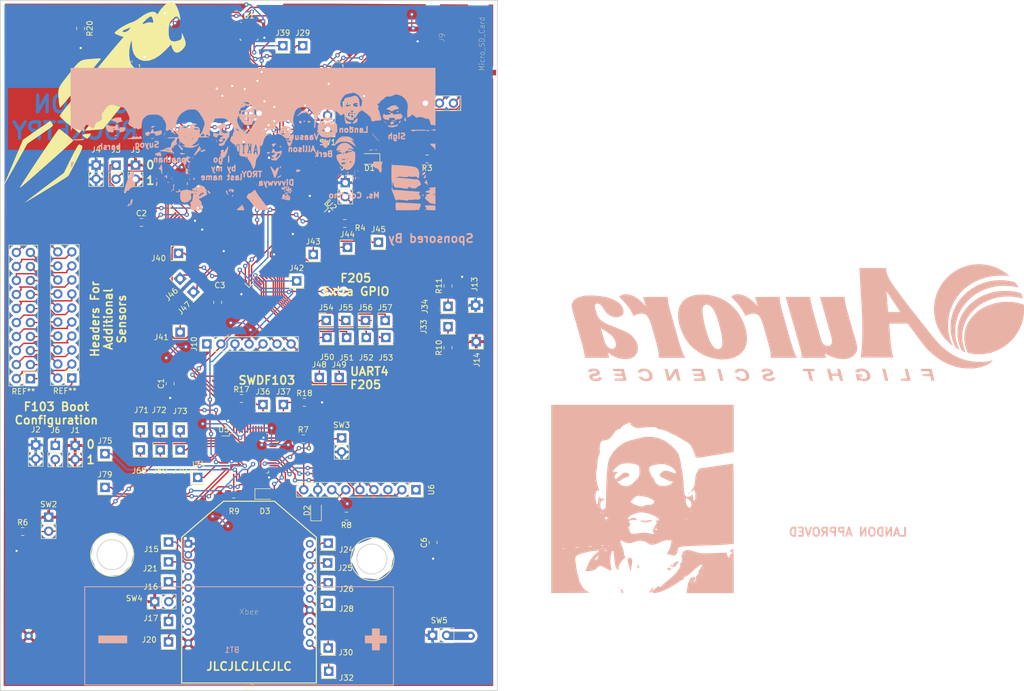
<source format=kicad_pcb>
(kicad_pcb (version 20171130) (host pcbnew "(5.0.1-3-g963ef8bb5)")
  (layers (0 F.Cu signal) (31 B.Cu signal) (34 B.Paste user) (35 F.Paste user) (36 B.SilkS user) (37 F.SilkS user) (38 B.Mask user) (39 F.Mask user) (44 Edge.Cuts user))
  (net 0 "")
  (net 1 "Net-(BT1-Pad1)")
  (net 2 GND)
  (net 3 VCC)
  (net 4 "Net-(C2-Pad2)")
  (net 5 "Net-(C3-Pad1)")
  (net 6 "Net-(C4-Pad1)")
  (net 7 /vddioacc)
  (net 8 "Net-(D1-Pad1)")
  (net 9 "Net-(D1-Pad2)")
  (net 10 "Net-(D2-Pad1)")
  (net 11 "Net-(D2-Pad2)")
  (net 12 "Net-(D3-Pad1)")
  (net 13 "Net-(D3-Pad2)")
  (net 14 "Net-(D7-Pad2)")
  (net 15 BOOT0)
  (net 16 BOOT1)
  (net 17 /boot0f103)
  (net 18 /boot1f103)
  (net 19 "Net-(J7-Pad2)")
  (net 20 "Net-(J9-Pad1)")
  (net 21 /CSA4)
  (net 22 "/MOSI(SDI)f205")
  (net 23 /f205sck)
  (net 24 "/MISO(SDO)f205")
  (net 25 "Net-(J9-Pad8)")
  (net 26 /f103wkup)
  (net 27 /f205wkup)
  (net 28 /205RX)
  (net 29 /205TX)
  (net 30 /PPS205)
  (net 31 /DOSD)
  (net 32 /CLKSD)
  (net 33 /DISD)
  (net 34 /CSSD)
  (net 35 /xdout)
  (net 36 "Net-(J16-Pad1)")
  (net 37 "Net-(J17-Pad1)")
  (net 38 "Net-(J20-Pad1)")
  (net 39 /xdin)
  (net 40 "Net-(J24-Pad1)")
  (net 41 "Net-(J25-Pad1)")
  (net 42 "Net-(J26-Pad1)")
  (net 43 "Net-(J28-Pad1)")
  (net 44 "Net-(J29-Pad1)")
  (net 45 "Net-(J30-Pad1)")
  (net 46 "Net-(J32-Pad1)")
  (net 47 /SWCLKsensor)
  (net 48 /SWDIOsensor)
  (net 49 /SWCLK103)
  (net 50 /SWDIO103)
  (net 51 /AccInt)
  (net 52 "Net-(J40-Pad1)")
  (net 53 "Net-(J41-Pad1)")
  (net 54 "Net-(J42-Pad1)")
  (net 55 "Net-(J43-Pad1)")
  (net 56 "Net-(J44-Pad1)")
  (net 57 "Net-(J45-Pad1)")
  (net 58 "Net-(J46-Pad1)")
  (net 59 "Net-(J47-Pad1)")
  (net 60 "Net-(J48-Pad1)")
  (net 61 "Net-(J49-Pad1)")
  (net 62 "Net-(J50-Pad1)")
  (net 63 "Net-(J51-Pad1)")
  (net 64 "Net-(J52-Pad1)")
  (net 65 "Net-(J53-Pad1)")
  (net 66 "Net-(J54-Pad1)")
  (net 67 "Net-(J55-Pad1)")
  (net 68 "Net-(J56-Pad1)")
  (net 69 "Net-(J57-Pad1)")
  (net 70 "Net-(J68-Pad1)")
  (net 71 "Net-(J69-Pad1)")
  (net 72 "Net-(J70-Pad1)")
  (net 73 "Net-(J71-Pad1)")
  (net 74 "Net-(J72-Pad1)")
  (net 75 "Net-(J73-Pad1)")
  (net 76 "Net-(J74-Pad1)")
  (net 77 "Net-(J75-Pad1)")
  (net 78 "Net-(J79-Pad1)")
  (net 79 "Net-(R6-Pad2)")
  (net 80 "Net-(R7-Pad2)")
  (net 81 "Net-(SW4-Pad2)")
  (net 82 "Net-(U1-Pad1)")
  (net 83 "Net-(U1-Pad2)")
  (net 84 "Net-(U1-Pad3)")
  (net 85 "Net-(U1-Pad4)")
  (net 86 "Net-(U1-Pad5)")
  (net 87 "Net-(U1-Pad6)")
  (net 88 "Net-(U1-Pad7)")
  (net 89 "Net-(U1-Pad14)")
  (net 90 "Net-(U1-Pad15)")
  (net 91 "Net-(U1-Pad16)")
  (net 92 "Net-(U1-Pad17)")
  (net 93 "Net-(U1-Pad19)")
  (net 94 "Net-(U1-Pad21)")
  (net 95 /CSA3)
  (net 96 "Net-(U2-Pad4)")
  (net 97 "Net-(U2-Pad7)")
  (net 98 "Net-(U2-Pad8)")
  (net 99 "Net-(U2-Pad9)")
  (net 100 "Net-(U2-Pad10)")
  (net 101 "Net-(U2-Pad11)")
  (net 102 "Net-(U2-Pad12)")
  (net 103 "Net-(U2-Pad13)")
  (net 104 "Net-(U2-Pad14)")
  (net 105 "Net-(U2-Pad15)")
  (net 106 "Net-(U2-Pad18)")
  (net 107 "Net-(U2-Pad19)")
  (net 108 "Net-(U2-Pad20)")
  (net 109 "Net-(U2-Pad21)")
  (net 110 "Net-(U2-Pad22)")
  (net 111 "Net-(U2-Pad23)")
  (net 112 "Net-(U2-Pad24)")
  (net 113 /CSA1)
  (net 114 /CSA2)
  (net 115 "Net-(U2-Pad35)")
  (net 116 "Net-(U2-Pad36)")
  (net 117 "Net-(U2-Pad37)")
  (net 118 "Net-(U2-Pad40)")
  (net 119 "Net-(U2-Pad44)")
  (net 120 "Net-(U2-Pad45)")
  (net 121 "Net-(U2-Pad46)")
  (net 122 "Net-(U2-Pad47)")
  (net 123 "Net-(U2-Pad49)")
  (net 124 "Net-(U2-Pad50)")
  (net 125 "Net-(U2-Pad53)")
  (net 126 "Net-(U2-Pad54)")
  (net 127 "Net-(U2-Pad55)")
  (net 128 "Net-(U2-Pad56)")
  (net 129 "Net-(U2-Pad57)")
  (net 130 "Net-(U2-Pad58)")
  (net 131 "Net-(U2-Pad59)")
  (net 132 "Net-(U2-Pad60)")
  (net 133 "Net-(U2-Pad63)")
  (net 134 "Net-(U2-Pad64)")
  (net 135 "Net-(U2-Pad65)")
  (net 136 "Net-(U2-Pad66)")
  (net 137 "Net-(U2-Pad67)")
  (net 138 "Net-(U2-Pad68)")
  (net 139 "Net-(U2-Pad73)")
  (net 140 "Net-(U2-Pad74)")
  (net 141 "Net-(U2-Pad75)")
  (net 142 "Net-(U2-Pad76)")
  (net 143 "Net-(U2-Pad87)")
  (net 144 "Net-(U2-Pad88)")
  (net 145 "Net-(U2-Pad89)")
  (net 146 "Net-(U2-Pad90)")
  (net 147 "Net-(U2-Pad91)")
  (net 148 "Net-(U2-Pad92)")
  (net 149 "Net-(U2-Pad93)")
  (net 150 "Net-(U2-Pad98)")
  (net 151 "Net-(U2-Pad99)")
  (net 152 "Net-(U2-Pad100)")
  (net 153 "Net-(U2-Pad103)")
  (net 154 "Net-(U2-Pad104)")
  (net 155 "Net-(U2-Pad113)")
  (net 156 "Net-(U2-Pad124)")
  (net 157 "Net-(U2-Pad125)")
  (net 158 "Net-(U2-Pad126)")
  (net 159 "Net-(U2-Pad127)")
  (net 160 "Net-(U2-Pad128)")
  (net 161 "Net-(U2-Pad129)")
  (net 162 "Net-(U2-Pad132)")
  (net 163 "Net-(U2-Pad134)")
  (net 164 "Net-(U2-Pad135)")
  (net 165 "Net-(U2-Pad139)")
  (net 166 "Net-(U2-Pad140)")
  (net 167 "Net-(U2-Pad141)")
  (net 168 "Net-(U2-Pad142)")
  (net 169 "Net-(U2-Pad143)")
  (net 170 "Net-(U3-Pad7)")
  (net 171 "Net-(U4-Pad7)")
  (net 172 "Net-(U5-Pad21)")
  (net 173 "Net-(U5-Pad22)")
  (net 174 /GPSFIX)
  (net 175 /GPSENABLE)
  (net 176 /GPSRX)
  (net 177 /GPSTX)
  (net 178 "Net-(U5-Pad32)")
  (net 179 "Net-(U5-Pad33)")
  (net 180 "Net-(U5-Pad38)")
  (net 181 "Net-(U5-Pad39)")
  (net 182 "Net-(U5-Pad40)")
  (net 183 "Net-(U5-Pad46)")
  (net 184 "Net-(U6-Pad1)")
  (net 185 "Net-(U6-Pad3)")
  (net 186 "Net-(U7-Pad7)")
  (net 187 "Net-(U7-Pad8)")
  (net 188 "Net-(U7-Pad12)")
  (net 189 "Net-(U7-Pad16)")
  (net 190 "Net-(U7-Pad20)")
  (net 191 "Net-(U8-Pad5)")
  (net 192 "Net-(U5-Pad19)")
  (net 193 "Net-(U2-Pad77)")
  (net 194 "Net-(U2-Pad78)")
  (net 195 "Net-(U2-Pad79)")
  (net 196 "Net-(U2-Pad80)")
  (net 197 "Net-(U2-Pad81)")
  (net 198 "Net-(U2-Pad82)")
  (net 199 "Net-(U2-Pad85)")
  (net 200 "Net-(U2-Pad86)")
  (module Package_DFN_QFN:QFN-24-1EP_3x3mm_P0.4mm_EP1.75x1.6mm (layer F.Cu) (at 90.67 35.57)
    (fp_text reference U1 (at 0 -2.82) (layer F.SilkS))
    (fp_text value ICM20948)
    (pad 25 smd roundrect (at 0 0) (size 1.2 1.2) (layers F.Cu F.Mask) (roundrect_rratio 0.156))
    (pad 1 smd custom (at -1.5 -1) (size 0.115147 0.115147) (layers F.Cu F.Paste F.Mask) (net 82 "Net-(U1-Pad1)") (options (clearance outline) (anchor circle)) (primitives (gr_poly (pts (xy -0.375 -0.1) (xy 0.255 -0.1) (xy 0.375 0.02) (xy 0.375 0.1) (xy -0.375 0.1)) (width 0))))
    (pad 2 smd roundrect (at -1.5 -0.6) (size 0.75 0.2) (layers F.Cu F.Paste F.Mask) (net 83 "Net-(U1-Pad2)"))
    (pad 3 smd roundrect (at -1.5 -0.2) (size 0.75 0.2) (layers F.Cu F.Paste F.Mask) (net 84 "Net-(U1-Pad3)"))
    (pad 4 smd roundrect (at -1.5 0.2) (size 0.75 0.2) (layers F.Cu F.Paste F.Mask) (net 85 "Net-(U1-Pad4)"))
    (pad 5 smd roundrect (at -1.5 0.6) (size 0.75 0.2) (layers F.Cu F.Paste F.Mask) (net 86 "Net-(U1-Pad5)"))
    (pad 6 smd custom (at -1.5 1) (size 0.115147 0.115147) (layers F.Cu F.Paste F.Mask) (net 87 "Net-(U1-Pad6)") (options (clearance outline) (anchor circle)) (primitives (gr_poly (pts (xy -0.375 -0.1) (xy 0.375 -0.1) (xy 0.375 -0.02) (xy 0.255 0.1) (xy -0.375 0.1)) (width 0))))
    (pad 7 smd custom (at -1 1.5) (size 0.115147 0.115147) (layers F.Cu F.Paste F.Mask) (net 88 "Net-(U1-Pad7)") (options (clearance outline) (anchor circle)) (primitives (gr_poly (pts (xy -0.1 -0.255) (xy 0.02 -0.375) (xy 0.1 -0.375) (xy 0.1 0.375) (xy -0.1 0.375)) (width 0))))
    (pad 8 smd roundrect (at -0.6 1.5) (size 0.2 0.75) (layers F.Cu F.Paste F.Mask) (net 7 /vddioacc))
    (pad 9 smd roundrect (at -0.2 1.5) (size 0.2 0.75) (layers F.Cu F.Paste F.Mask) (net 24 "/MISO(SDO)f205"))
    (pad 10 smd roundrect (at 0.2 1.5) (size 0.2 0.75) (layers F.Cu F.Paste F.Mask) (net 44 "Net-(J29-Pad1)"))
    (pad 11 smd roundrect (at 0.6 1.5) (size 0.2 0.75) (layers F.Cu F.Paste F.Mask) (net 2 GND))
    (pad 12 smd custom (at 1 1.5) (size 0.115147 0.115147) (layers F.Cu F.Paste F.Mask) (net 51 /AccInt) (options (clearance outline) (anchor circle)) (primitives (gr_poly (pts (xy -0.1 -0.375) (xy -0.02 -0.375) (xy 0.1 -0.255) (xy 0.1 0.375) (xy -0.1 0.375)) (width 0))))
    (pad 13 smd custom (at 1.5 1) (size 0.115147 0.115147) (layers F.Cu F.Paste F.Mask) (net 3 VCC) (options (clearance outline) (anchor circle)) (primitives (gr_poly (pts (xy -0.375 -0.1) (xy 0.375 -0.1) (xy 0.375 0.1) (xy -0.255 0.1) (xy -0.375 -0.02)) (width 0))))
    (pad 14 smd roundrect (at 1.5 0.6) (size 0.75 0.2) (layers F.Cu F.Paste F.Mask) (net 89 "Net-(U1-Pad14)"))
    (pad 15 smd roundrect (at 1.5 0.2) (size 0.75 0.2) (layers F.Cu F.Paste F.Mask) (net 90 "Net-(U1-Pad15)"))
    (pad 16 smd roundrect (at 1.5 -0.2) (size 0.75 0.2) (layers F.Cu F.Paste F.Mask) (net 91 "Net-(U1-Pad16)"))
    (pad 17 smd roundrect (at 1.5 -0.6) (size 0.75 0.2) (layers F.Cu F.Paste F.Mask) (net 92 "Net-(U1-Pad17)"))
    (pad 18 smd custom (at 1.5 -1) (size 0.115147 0.115147) (layers F.Cu F.Paste F.Mask) (net 2 GND) (options (clearance outline) (anchor circle)) (primitives (gr_poly (pts (xy -0.375 0.02) (xy -0.255 -0.1) (xy 0.375 -0.1) (xy 0.375 0.1) (xy -0.375 0.1)) (width 0))))
    (pad 19 smd custom (at 1 -1.5) (size 0.115147 0.115147) (layers F.Cu F.Paste F.Mask) (net 93 "Net-(U1-Pad19)") (options (clearance outline) (anchor circle)) (primitives (gr_poly (pts (xy -0.1 -0.375) (xy 0.1 -0.375) (xy 0.1 0.255) (xy -0.02 0.375) (xy -0.1 0.375)) (width 0))))
    (pad 20 smd roundrect (at 0.6 -1.5) (size 0.2 0.75) (layers F.Cu F.Paste F.Mask) (net 2 GND))
    (pad 21 smd roundrect (at 0.2 -1.5) (size 0.2 0.75) (layers F.Cu F.Paste F.Mask) (net 94 "Net-(U1-Pad21)"))
    (pad 22 smd roundrect (at -0.2 -1.5) (size 0.2 0.75) (layers F.Cu F.Paste F.Mask) (net 95 /CSA3))
    (pad 23 smd roundrect (at -0.6 -1.5) (size 0.2 0.75) (layers F.Cu F.Paste F.Mask) (net 23 /f205sck))
    (pad 24 smd custom (at -1 -1.5) (size 0.115147 0.115147) (layers F.Cu F.Paste F.Mask) (net 22 "/MOSI(SDI)f205") (options (clearance outline) (anchor circle)) (primitives (gr_poly (pts (xy -0.1 -0.375) (xy 0.1 -0.375) (xy 0.1 0.375) (xy 0.02 0.375) (xy -0.1 0.255)) (width 0))))
  )
  (module Connector_PinHeader_2.54mm:PinHeader_2x10_P2.54mm_Vertical (layer F.Cu) (at 51.1 98.5 180)
    (fp_text reference REF** (at 1.27 -2.33 180) (layer F.SilkS))
    (fp_text value "Extra Mounting Headers")
    (pad 1 thru_hole rect (at 0 0 180) (size 1.7 1.7) (drill 1) (layers *.Cu *.Mask))
    (pad 2 thru_hole oval (at 2.54 0 180) (size 1.7 1.7) (drill 1) (layers *.Cu *.Mask))
    (pad 3 thru_hole oval (at 0 2.54 180) (size 1.7 1.7) (drill 1) (layers *.Cu *.Mask))
    (pad 4 thru_hole oval (at 2.54 2.54 180) (size 1.7 1.7) (drill 1) (layers *.Cu *.Mask))
    (pad 5 thru_hole oval (at 0 5.08 180) (size 1.7 1.7) (drill 1) (layers *.Cu *.Mask))
    (pad 6 thru_hole oval (at 2.54 5.08 180) (size 1.7 1.7) (drill 1) (layers *.Cu *.Mask))
    (pad 7 thru_hole oval (at 0 7.62 180) (size 1.7 1.7) (drill 1) (layers *.Cu *.Mask))
    (pad 8 thru_hole oval (at 2.54 7.62 180) (size 1.7 1.7) (drill 1) (layers *.Cu *.Mask))
    (pad 9 thru_hole oval (at 0 10.16 180) (size 1.7 1.7) (drill 1) (layers *.Cu *.Mask))
    (pad 10 thru_hole oval (at 2.54 10.16 180) (size 1.7 1.7) (drill 1) (layers *.Cu *.Mask))
    (pad 11 thru_hole oval (at 0 12.7 180) (size 1.7 1.7) (drill 1) (layers *.Cu *.Mask))
    (pad 12 thru_hole oval (at 2.54 12.7 180) (size 1.7 1.7) (drill 1) (layers *.Cu *.Mask))
    (pad 13 thru_hole oval (at 0 15.24 180) (size 1.7 1.7) (drill 1) (layers *.Cu *.Mask))
    (pad 14 thru_hole oval (at 2.54 15.24 180) (size 1.7 1.7) (drill 1) (layers *.Cu *.Mask))
    (pad 15 thru_hole oval (at 0 17.78 180) (size 1.7 1.7) (drill 1) (layers *.Cu *.Mask))
    (pad 16 thru_hole oval (at 2.54 17.78 180) (size 1.7 1.7) (drill 1) (layers *.Cu *.Mask))
    (pad 17 thru_hole oval (at 0 20.32 180) (size 1.7 1.7) (drill 1) (layers *.Cu *.Mask))
    (pad 18 thru_hole oval (at 2.54 20.32 180) (size 1.7 1.7) (drill 1) (layers *.Cu *.Mask))
    (pad 19 thru_hole oval (at 0 22.86 180) (size 1.7 1.7) (drill 1) (layers *.Cu *.Mask))
    (pad 20 thru_hole oval (at 2.54 22.86 180) (size 1.7 1.7) (drill 1) (layers *.Cu *.Mask))
  )
  (module Connector_PinHeader_2.54mm:PinHeader_1x01_P2.54mm_Vertical (layer F.Cu) (at 76.1 131.7)
    (fp_text reference J21 (at -3.3 1.2) (layer F.SilkS))
    (fp_text value xdin)
    (pad 1 thru_hole rect (at 0 0) (size 1.7 1.7) (drill 1) (layers *.Cu *.Mask) (net 39 /xdin))
  )
  (module Connector_PinHeader_2.54mm:PinHeader_1x01_P2.54mm_Vertical (layer F.Cu) (at 78.2 111.4)
    (fp_text reference J70 (at 0 3.8) (layer F.SilkS))
    (fp_text value P4)
    (pad 1 thru_hole rect (at 0 0) (size 1.7 1.7) (drill 1) (layers *.Cu *.Mask) (net 72 "Net-(J70-Pad1)"))
  )
  (module BMP388:PQFN50P200X200X80-10N (layer F.Cu) (at 106.672 42.682 180)
    (fp_text reference U3 (at -0.487858 -1.60538 180) (layer F.SilkS) (effects (font (size 0.320434 0.320434) (thickness 0.05))))
    (fp_text value BMP388 (at -0.184282 1.49908 180) (layer F.SilkS) (effects (font (size 0.320487 0.320487) (thickness 0.05))))
    (pad 10 smd rect (at -0.5 -0.765 270) (size 0.38 0.35) (layers F.Cu F.Paste F.Mask) (net 3 VCC))
    (pad 9 smd rect (at 0 -0.765 270) (size 0.38 0.35) (layers F.Cu F.Paste F.Mask) (net 2 GND))
    (pad 8 smd rect (at 0.5 -0.765 270) (size 0.38 0.35) (layers F.Cu F.Paste F.Mask) (net 2 GND))
    (pad 7 smd rect (at 0.765 -0.25 270) (size 0.38 0.35) (layers F.Cu F.Paste F.Mask) (net 170 "Net-(U3-Pad7)"))
    (pad 6 smd rect (at 0.765 0.25 270) (size 0.38 0.35) (layers F.Cu F.Paste F.Mask) (net 113 /CSA1))
    (pad 5 smd rect (at 0.5 0.765 270) (size 0.38 0.35) (layers F.Cu F.Paste F.Mask) (net 24 "/MISO(SDO)f205"))
    (pad 4 smd rect (at 0 0.765 270) (size 0.38 0.35) (layers F.Cu F.Paste F.Mask) (net 22 "/MOSI(SDI)f205"))
    (pad 3 smd rect (at -0.5 0.765 270) (size 0.38 0.35) (layers F.Cu F.Paste F.Mask) (net 2 GND))
    (pad 2 smd rect (at -0.765 0.25 270) (size 0.38 0.35) (layers F.Cu F.Paste F.Mask) (net 23 /f205sck))
    (pad 1 smd rect (at -0.765 -0.25 270) (size 0.38 0.35) (layers F.Cu F.Paste F.Mask) (net 3 VCC))
  )
  (module "Battery:AA battery holder" (layer B.Cu) (at 87.6 145.1)
    (fp_text reference BT1 (at 0 2.54) (layer B.SilkS) (effects (justify mirror)))
    (fp_text value Battery_Cell)
    (pad 1 thru_hole circle (at 43.18 0) (size 1.524 1.524) (drill 0.762) (layers *.Cu *.Mask) (net 1 "Net-(BT1-Pad1)"))
    (pad 2 thru_hole circle (at -36.83 0) (size 1.524 1.524) (drill 0.762) (layers *.Cu *.Mask) (net 2 GND))
  )
  (module Capacitor_SMD:C_0805_2012Metric_Pad1.15x1.40mm_HandSolder (layer F.Cu) (at 76.4 99.4 90)
    (fp_text reference C1 (at 0 -1.65 90) (layer F.SilkS))
    (fp_text value CAP)
    (pad 2 smd roundrect (at 1.025 0 90) (size 1.15 1.4) (layers F.Cu F.Paste F.Mask) (roundrect_rratio 0.217391) (net 2 GND))
    (pad 1 smd roundrect (at -1.025 0 90) (size 1.15 1.4) (layers F.Cu F.Paste F.Mask) (roundrect_rratio 0.217391) (net 3 VCC))
  )
  (module Capacitor_SMD:C_0805_2012Metric_Pad1.15x1.40mm_HandSolder (layer F.Cu) (at 71.2 70.2)
    (fp_text reference C2 (at 0 -1.65) (layer F.SilkS))
    (fp_text value "CAP 2.2uF")
    (pad 2 smd roundrect (at 1.025 0) (size 1.15 1.4) (layers F.Cu F.Paste F.Mask) (roundrect_rratio 0.217391) (net 4 "Net-(C2-Pad2)"))
    (pad 1 smd roundrect (at -1.025 0) (size 1.15 1.4) (layers F.Cu F.Paste F.Mask) (roundrect_rratio 0.217391) (net 2 GND))
  )
  (module Capacitor_SMD:C_0805_2012Metric_Pad1.15x1.40mm_HandSolder (layer F.Cu) (at 85 84.7 270)
    (fp_text reference C3 (at -3.1 -0.4) (layer F.SilkS))
    (fp_text value "CAP 2.2uF")
    (pad 1 smd roundrect (at -1.025 0 270) (size 1.15 1.4) (layers F.Cu F.Paste F.Mask) (roundrect_rratio 0.217391) (net 5 "Net-(C3-Pad1)"))
    (pad 2 smd roundrect (at 1.025 0 270) (size 1.15 1.4) (layers F.Cu F.Paste F.Mask) (roundrect_rratio 0.217391) (net 2 GND))
  )
  (module Capacitor_SMD:C_0805_2012Metric_Pad1.15x1.40mm_HandSolder (layer F.Cu) (at 109.3 52.3)
    (fp_text reference C4 (at 0 -1.65) (layer F.SilkS))
    (fp_text value CAP)
    (pad 1 smd roundrect (at -1.025 0) (size 1.15 1.4) (layers F.Cu F.Paste F.Mask) (roundrect_rratio 0.217391) (net 6 "Net-(C4-Pad1)"))
    (pad 2 smd roundrect (at 1.025 0) (size 1.15 1.4) (layers F.Cu F.Paste F.Mask) (roundrect_rratio 0.217391) (net 2 GND))
  )
  (module Capacitor_SMD:C_0805_2012Metric_Pad1.15x1.40mm_HandSolder (layer F.Cu) (at 90.924 47.762)
    (fp_text reference C5 (at 2.794 0.254) (layer F.SilkS))
    (fp_text value CAP)
    (pad 1 smd roundrect (at -1.025 0) (size 1.15 1.4) (layers F.Cu F.Paste F.Mask) (roundrect_rratio 0.217391) (net 3 VCC))
    (pad 2 smd roundrect (at 1.025 0) (size 1.15 1.4) (layers F.Cu F.Paste F.Mask) (roundrect_rratio 0.217391) (net 2 GND))
  )
  (module Capacitor_SMD:C_0805_2012Metric_Pad1.15x1.40mm_HandSolder (layer F.Cu) (at 124 128.2 90)
    (fp_text reference C6 (at 0 -1.65 90) (layer F.SilkS))
    (fp_text value CAP)
    (pad 2 smd roundrect (at 1.025 0 90) (size 1.15 1.4) (layers F.Cu F.Paste F.Mask) (roundrect_rratio 0.217391) (net 2 GND))
    (pad 1 smd roundrect (at -1.025 0 90) (size 1.15 1.4) (layers F.Cu F.Paste F.Mask) (roundrect_rratio 0.217391) (net 3 VCC))
  )
  (module Capacitor_SMD:C_0805_2012Metric_Pad1.15x1.40mm_HandSolder (layer F.Cu) (at 83.304 44.714 270)
    (fp_text reference C7 (at 0 -1.65 270) (layer F.SilkS))
    (fp_text value CAP)
    (pad 1 smd roundrect (at -1.025 0 270) (size 1.15 1.4) (layers F.Cu F.Paste F.Mask) (roundrect_rratio 0.217391) (net 7 /vddioacc))
    (pad 2 smd roundrect (at 1.025 0 270) (size 1.15 1.4) (layers F.Cu F.Paste F.Mask) (roundrect_rratio 0.217391) (net 2 GND))
  )
  (module LED_SMD:LED_0805_2012Metric_Pad1.15x1.40mm_HandSolder (layer F.Cu) (at 112.5 58.7 180)
    (fp_text reference D1 (at 0 -1.65 180) (layer F.SilkS))
    (fp_text value LED)
    (pad 2 smd roundrect (at 1.025 0 180) (size 1.15 1.4) (layers F.Cu F.Paste F.Mask) (roundrect_rratio 0.217391) (net 9 "Net-(D1-Pad2)"))
    (pad 1 smd roundrect (at -1.025 0 180) (size 1.15 1.4) (layers F.Cu F.Paste F.Mask) (roundrect_rratio 0.217391) (net 8 "Net-(D1-Pad1)"))
  )
  (module LED_SMD:LED_0805_2012Metric_Pad1.15x1.40mm_HandSolder (layer F.Cu) (at 102.8 122.4 90)
    (fp_text reference D2 (at 0 -1.65 90) (layer F.SilkS))
    (fp_text value LED)
    (pad 1 smd roundrect (at -1.025 0 90) (size 1.15 1.4) (layers F.Cu F.Paste F.Mask) (roundrect_rratio 0.217391) (net 10 "Net-(D2-Pad1)"))
    (pad 2 smd roundrect (at 1.025 0 90) (size 1.15 1.4) (layers F.Cu F.Paste F.Mask) (roundrect_rratio 0.217391) (net 11 "Net-(D2-Pad2)"))
  )
  (module LED_SMD:LED_0805_2012Metric_Pad1.15x1.40mm_HandSolder (layer F.Cu) (at 93.6 119.4)
    (fp_text reference D3 (at -0.050001 3.097999) (layer F.SilkS))
    (fp_text value LED)
    (pad 2 smd roundrect (at 1.025 0) (size 1.15 1.4) (layers F.Cu F.Paste F.Mask) (roundrect_rratio 0.217391) (net 13 "Net-(D3-Pad2)"))
    (pad 1 smd roundrect (at -1.025 0) (size 1.15 1.4) (layers F.Cu F.Paste F.Mask) (roundrect_rratio 0.217391) (net 12 "Net-(D3-Pad1)"))
  )
  (module LED_SMD:LED_0805_2012Metric_Pad1.15x1.40mm_HandSolder (layer F.Cu) (at 72.382 33.792 180)
    (fp_text reference D7 (at 0 -1.65 180) (layer F.SilkS))
    (fp_text value "LED VCC")
    (pad 1 smd roundrect (at -1.025 0 180) (size 1.15 1.4) (layers F.Cu F.Paste F.Mask) (roundrect_rratio 0.217391) (net 2 GND))
    (pad 2 smd roundrect (at 1.025 0 180) (size 1.15 1.4) (layers F.Cu F.Paste F.Mask) (roundrect_rratio 0.217391) (net 14 "Net-(D7-Pad2)"))
  )
  (module Connector_PinSocket_2.54mm:PinSocket_1x02_P2.54mm_Vertical (layer F.Cu) (at 59.2 110.6)
    (fp_text reference J1 (at 0 -2.77) (layer F.SilkS))
    (fp_text value GND)
    (pad 1 thru_hole rect (at 0 0) (size 1.7 1.7) (drill 1) (layers *.Cu *.Mask) (net 2 GND))
    (pad 2 thru_hole oval (at 0 2.54) (size 1.7 1.7) (drill 1) (layers *.Cu *.Mask) (net 2 GND))
  )
  (module Connector_PinSocket_2.54mm:PinSocket_1x02_P2.54mm_Vertical (layer F.Cu) (at 52.062 110.5)
    (fp_text reference J2 (at 0 -2.77) (layer F.SilkS))
    (fp_text value VCC)
    (pad 2 thru_hole oval (at 0 2.54) (size 1.7 1.7) (drill 1) (layers *.Cu *.Mask) (net 3 VCC))
    (pad 1 thru_hole rect (at 0 0) (size 1.7 1.7) (drill 1) (layers *.Cu *.Mask) (net 3 VCC))
  )
  (module Connector_PinSocket_2.54mm:PinSocket_1x02_P2.54mm_Vertical (layer F.Cu) (at 66.6 59.824)
    (fp_text reference J3 (at 0 -2.77) (layer F.SilkS))
    (fp_text value Boot)
    (pad 2 thru_hole oval (at 0 2.54) (size 1.7 1.7) (drill 1) (layers *.Cu *.Mask) (net 16 BOOT1))
    (pad 1 thru_hole rect (at 0 0) (size 1.7 1.7) (drill 1) (layers *.Cu *.Mask) (net 15 BOOT0))
  )
  (module Connector_PinSocket_2.54mm:PinSocket_1x02_P2.54mm_Vertical (layer F.Cu) (at 63 59.8)
    (fp_text reference J4 (at 0 -2.77) (layer F.SilkS))
    (fp_text value VCC)
    (pad 1 thru_hole rect (at 0 0) (size 1.7 1.7) (drill 1) (layers *.Cu *.Mask) (net 3 VCC))
    (pad 2 thru_hole oval (at 0 2.54) (size 1.7 1.7) (drill 1) (layers *.Cu *.Mask) (net 3 VCC))
  )
  (module Connector_PinSocket_2.54mm:PinSocket_1x02_P2.54mm_Vertical (layer F.Cu) (at 70.13 59.824)
    (fp_text reference J5 (at 0 -2.77) (layer F.SilkS))
    (fp_text value GND)
    (pad 1 thru_hole rect (at 0 0) (size 1.7 1.7) (drill 1) (layers *.Cu *.Mask) (net 2 GND))
    (pad 2 thru_hole oval (at 0 2.54) (size 1.7 1.7) (drill 1) (layers *.Cu *.Mask) (net 2 GND))
  )
  (module Connector_PinSocket_2.54mm:PinSocket_1x02_P2.54mm_Vertical (layer F.Cu) (at 55.6 110.6)
    (fp_text reference J6 (at 0 -2.77) (layer F.SilkS))
    (fp_text value Boot)
    (pad 2 thru_hole oval (at 0 2.54) (size 1.7 1.7) (drill 1) (layers *.Cu *.Mask) (net 18 /boot1f103))
    (pad 1 thru_hole rect (at 0 0) (size 1.7 1.7) (drill 1) (layers *.Cu *.Mask) (net 17 /boot0f103))
  )
  (module Connector_PinSocket_2.54mm:PinSocket_1x02_P2.54mm_Vertical (layer F.Cu) (at 108.1 63)
    (fp_text reference J7 (at 0 -2.77) (layer F.SilkS))
    (fp_text value "Jumper for emergency wakeup")
    (pad 1 thru_hole rect (at 0 0) (size 1.7 1.7) (drill 1) (layers *.Cu *.Mask) (net 3 VCC))
    (pad 2 thru_hole oval (at 0 2.54) (size 1.7 1.7) (drill 1) (layers *.Cu *.Mask) (net 19 "Net-(J7-Pad2)"))
  )
  (module 1140084168:1140084168 (layer F.Cu) (at 134.866 31.506 270)
    (fp_text reference J9 (at 5.21893 9.27409 270) (layer F.SilkS) (effects (font (size 1.00061 1.00061) (thickness 0.05))))
    (fp_text value Micro_SD_Card (at 6.35 2.032 270) (layer F.SilkS) (effects (font (size 1 0.9) (thickness 0.05))))
    (pad 1 smd rect (at 9.175 11.038) (size 1.75044 0.700176) (layers F.Cu F.Paste F.Mask) (net 20 "Net-(J9-Pad1)"))
    (pad 2 smd rect (at 8.075 11.038) (size 1.75298 0.701191) (layers F.Cu F.Paste F.Mask) (net 21 /CSA4))
    (pad 3 smd rect (at 6.975 11.038) (size 1.75161 0.700643) (layers F.Cu F.Paste F.Mask) (net 22 "/MOSI(SDI)f205"))
    (pad 4 smd rect (at 5.875 11.038) (size 1.75218 0.700871) (layers F.Cu F.Paste F.Mask) (net 3 VCC))
    (pad 5 smd rect (at 4.775 11.038) (size 1.75246 0.700982) (layers F.Cu F.Paste F.Mask) (net 23 /f205sck))
    (pad 6 smd rect (at 3.675 11.038) (size 1.75043 0.700174) (layers F.Cu F.Paste F.Mask) (net 2 GND))
    (pad 7 smd rect (at 2.575 11.038) (size 1.75177 0.70071) (layers F.Cu F.Paste F.Mask) (net 24 "/MISO(SDO)f205"))
    (pad 8 smd rect (at 1.475 11.038) (size 1.75264 0.701055) (layers F.Cu F.Paste F.Mask) (net 25 "Net-(J9-Pad8)"))
    (pad 9 smd rect (at 0.175 10.913 270) (size 1.50092 1.50092) (layers F.Cu F.Paste F.Mask) (net 2 GND))
    (pad 10 smd rect (at 11.625 10.913 270) (size 1.5018 1.5018) (layers F.Cu F.Paste F.Mask))
    (pad 11 smd rect (at 0 3.313) (size 1.5011 0.800585) (layers F.Cu F.Paste F.Mask))
    (pad 12 smd rect (at 11.95 2.663) (size 1.40064 0.800364) (layers F.Cu F.Paste F.Mask))
    (pad 13 smd rect (at 0.355 1.813 270) (size 1.50001 1.00001) (layers F.Cu F.Paste F.Mask))
    (pad 14 smd rect (at 11.55 0.213) (size 1.50193 1.00129) (layers F.Cu F.Paste F.Mask))
  )
  (module Connector_PinHeader_2.54mm:PinHeader_1x07_P2.54mm_Vertical (layer F.Cu) (at 83.05 92.212 90)
    (fp_text reference J10 (at 0 -2.33 90) (layer F.SilkS))
    (fp_text value "Belly Button")
    (pad 1 thru_hole rect (at 0 0 90) (size 1.7 1.7) (drill 1) (layers *.Cu *.Mask) (net 26 /f103wkup))
    (pad 2 thru_hole oval (at 0 2.54 90) (size 1.7 1.7) (drill 1) (layers *.Cu *.Mask) (net 27 /f205wkup))
    (pad 3 thru_hole oval (at 0 5.08 90) (size 1.7 1.7) (drill 1) (layers *.Cu *.Mask) (net 3 VCC))
    (pad 4 thru_hole oval (at 0 7.62 90) (size 1.7 1.7) (drill 1) (layers *.Cu *.Mask) (net 2 GND))
    (pad 5 thru_hole oval (at 0 10.16 90) (size 1.7 1.7) (drill 1) (layers *.Cu *.Mask) (net 28 /205RX))
    (pad 6 thru_hole oval (at 0 12.7 90) (size 1.7 1.7) (drill 1) (layers *.Cu *.Mask) (net 29 /205TX))
    (pad 7 thru_hole oval (at 0 15.24 90) (size 1.7 1.7) (drill 1) (layers *.Cu *.Mask) (net 30 /PPS205))
  )
  (module Connector_PinHeader_2.54mm:PinHeader_1x01_P2.54mm_Vertical (layer F.Cu) (at 131.7 85.2)
    (fp_text reference J13 (at -0.2 -3.8 90) (layer F.SilkS))
    (fp_text value "VCC (3.3V)")
    (pad 1 thru_hole rect (at 0 0) (size 1.7 1.7) (drill 1) (layers *.Cu *.Mask) (net 3 VCC))
  )
  (module Connector_PinHeader_2.54mm:PinHeader_1x01_P2.54mm_Vertical (layer F.Cu) (at 131.8 91.8)
    (fp_text reference J14 (at 0.1 3.3 90) (layer F.SilkS))
    (fp_text value GND)
    (pad 1 thru_hole rect (at 0 0) (size 1.7 1.7) (drill 1) (layers *.Cu *.Mask) (net 2 GND))
  )
  (module Connector_PinHeader_2.54mm:PinHeader_1x01_P2.54mm_Vertical (layer F.Cu) (at 76.1 128.1)
    (fp_text reference J15 (at -3.1 1.3) (layer F.SilkS))
    (fp_text value xdout)
    (pad 1 thru_hole rect (at 0 0) (size 1.7 1.7) (drill 1) (layers *.Cu *.Mask) (net 35 /xdout))
  )
  (module Connector_PinHeader_2.54mm:PinHeader_1x01_P2.54mm_Vertical (layer F.Cu) (at 76.1 135.3)
    (fp_text reference J16 (at -3.2 0.9) (layer F.SilkS))
    (fp_text value "DIO xbee")
    (pad 1 thru_hole rect (at 0 0) (size 1.7 1.7) (drill 1) (layers *.Cu *.Mask) (net 36 "Net-(J16-Pad1)"))
  )
  (module Connector_PinHeader_2.54mm:PinHeader_1x01_P2.54mm_Vertical (layer F.Cu) (at 76.1 142.5)
    (fp_text reference J17 (at -3.2 -0.6) (layer F.SilkS))
    (fp_text value "PWM0 xbee")
    (pad 1 thru_hole rect (at 0 0) (size 1.7 1.7) (drill 1) (layers *.Cu *.Mask) (net 37 "Net-(J17-Pad1)"))
  )
  (module Connector_PinHeader_2.54mm:PinHeader_1x01_P2.54mm_Vertical (layer F.Cu) (at 76.1 146.2)
    (fp_text reference J20 (at -3.5 -0.4) (layer F.SilkS))
    (fp_text value "DTR for xbee")
    (pad 1 thru_hole rect (at 0 0) (size 1.7 1.7) (drill 1) (layers *.Cu *.Mask) (net 38 "Net-(J20-Pad1)"))
  )
  (module Connector_PinHeader_2.54mm:PinHeader_1x01_P2.54mm_Vertical (layer F.Cu) (at 105 128.3)
    (fp_text reference J24 (at 3.3 1.2) (layer F.SilkS))
    (fp_text value "AD1 xbee")
    (pad 1 thru_hole rect (at 0 0) (size 1.7 1.7) (drill 1) (layers *.Cu *.Mask) (net 40 "Net-(J24-Pad1)"))
  )
  (module Connector_PinHeader_2.54mm:PinHeader_1x01_P2.54mm_Vertical (layer F.Cu) (at 104.9 131.9)
    (fp_text reference J25 (at 3.2 0.9) (layer F.SilkS))
    (fp_text value "AD2 xbee")
    (pad 1 thru_hole rect (at 0 0) (size 1.7 1.7) (drill 1) (layers *.Cu *.Mask) (net 41 "Net-(J25-Pad1)"))
  )
  (module Connector_PinHeader_2.54mm:PinHeader_1x01_P2.54mm_Vertical (layer F.Cu) (at 105 135.5)
    (fp_text reference J26 (at 3.3 1.1) (layer F.SilkS))
    (fp_text value "AD3 xbee")
    (pad 1 thru_hole rect (at 0 0) (size 1.7 1.7) (drill 1) (layers *.Cu *.Mask) (net 42 "Net-(J26-Pad1)"))
  )
  (module Connector_PinHeader_2.54mm:PinHeader_1x01_P2.54mm_Vertical (layer F.Cu) (at 105 139.2)
    (fp_text reference J28 (at 3.3 1) (layer F.SilkS))
    (fp_text value "ASC xbee")
    (pad 1 thru_hole rect (at 0 0) (size 1.7 1.7) (drill 1) (layers *.Cu *.Mask) (net 43 "Net-(J28-Pad1)"))
  )
  (module Connector_PinHeader_2.54mm:PinHeader_1x01_P2.54mm_Vertical (layer F.Cu) (at 100.4 38.2)
    (fp_text reference J29 (at 0 -2.33) (layer F.SilkS))
    (fp_text value REGOUT)
    (pad 1 thru_hole rect (at 0 0) (size 1.7 1.7) (drill 1) (layers *.Cu *.Mask) (net 44 "Net-(J29-Pad1)"))
  )
  (module Connector_PinHeader_2.54mm:PinHeader_1x01_P2.54mm_Vertical (layer F.Cu) (at 105 147.3)
    (fp_text reference J30 (at 3.2 0.8) (layer F.SilkS))
    (fp_text value "xbee ON/SLEEP")
    (pad 1 thru_hole rect (at 0 0) (size 1.7 1.7) (drill 1) (layers *.Cu *.Mask) (net 45 "Net-(J30-Pad1)"))
  )
  (module Connector_PinHeader_2.54mm:PinHeader_1x01_P2.54mm_Vertical (layer F.Cu) (at 105.1 151.5)
    (fp_text reference J32 (at 3.2 1.2) (layer F.SilkS))
    (fp_text value "xbee DIO4")
    (pad 1 thru_hole rect (at 0 0) (size 1.7 1.7) (drill 1) (layers *.Cu *.Mask) (net 46 "Net-(J32-Pad1)"))
  )
  (module Connector_PinHeader_2.54mm:PinHeader_1x01_P2.54mm_Vertical (layer F.Cu) (at 126.7 89.1)
    (fp_text reference J33 (at -4.4 0 90) (layer F.SilkS))
    (fp_text value SWDCLK)
    (pad 1 thru_hole rect (at 0 0) (size 1.7 1.7) (drill 1) (layers *.Cu *.Mask) (net 47 /SWCLKsensor))
  )
  (module Connector_PinHeader_2.54mm:PinHeader_1x01_P2.54mm_Vertical (layer F.Cu) (at 126.7 85.4)
    (fp_text reference J34 (at -4.2 0 90) (layer F.SilkS))
    (fp_text value SWDIO)
    (pad 1 thru_hole rect (at 0 0) (size 1.7 1.7) (drill 1) (layers *.Cu *.Mask) (net 48 /SWDIOsensor))
  )
  (module Connector_PinHeader_2.54mm:PinHeader_1x01_P2.54mm_Vertical (layer F.Cu) (at 93.2 103.2)
    (fp_text reference J36 (at 0 -2.33) (layer F.SilkS))
    (fp_text value SWDCLK)
    (pad 1 thru_hole rect (at 0 0) (size 1.7 1.7) (drill 1) (layers *.Cu *.Mask) (net 49 /SWCLK103))
  )
  (module Connector_PinHeader_2.54mm:PinHeader_1x01_P2.54mm_Vertical (layer F.Cu) (at 96.9 103.2)
    (fp_text reference J37 (at 0 -2.33) (layer F.SilkS))
    (fp_text value SWDIO)
    (pad 1 thru_hole rect (at 0 0) (size 1.7 1.7) (drill 1) (layers *.Cu *.Mask) (net 50 /SWDIO103))
  )
  (module Connector_PinHeader_2.54mm:PinHeader_1x01_P2.54mm_Vertical (layer F.Cu) (at 96.8 38.2)
    (fp_text reference J39 (at 0 -2.33) (layer F.SilkS))
    (fp_text value AccInt)
    (pad 1 thru_hole rect (at 0 0) (size 1.7 1.7) (drill 1) (layers *.Cu *.Mask) (net 51 /AccInt))
  )
  (module Connector_PinHeader_2.54mm:PinHeader_1x01_P2.54mm_Vertical (layer F.Cu) (at 77.9 75.8)
    (fp_text reference J40 (at -3.6 0.9) (layer F.SilkS))
    (fp_text value UART1TX)
    (pad 1 thru_hole rect (at 0 0) (size 1.7 1.7) (drill 1) (layers *.Cu *.Mask) (net 52 "Net-(J40-Pad1)"))
  )
  (module Connector_PinHeader_2.54mm:PinHeader_1x01_P2.54mm_Vertical (layer F.Cu) (at 78.2 90.1)
    (fp_text reference J41 (at -3.4 0.9) (layer F.SilkS))
    (fp_text value UART1RX)
    (pad 1 thru_hole rect (at 0 0) (size 1.7 1.7) (drill 1) (layers *.Cu *.Mask) (net 53 "Net-(J41-Pad1)"))
  )
  (module Connector_PinHeader_2.54mm:PinHeader_1x01_P2.54mm_Vertical (layer F.Cu) (at 99.3 80.8)
    (fp_text reference J42 (at 0 -2.33) (layer F.SilkS))
    (fp_text value "PA15 JTDI")
    (pad 1 thru_hole rect (at 0 0) (size 1.7 1.7) (drill 1) (layers *.Cu *.Mask) (net 54 "Net-(J42-Pad1)"))
  )
  (module Connector_PinHeader_2.54mm:PinHeader_1x01_P2.54mm_Vertical (layer F.Cu) (at 102.3 76)
    (fp_text reference J43 (at 0 -2.33) (layer F.SilkS))
    (fp_text value JTDO/TRACESWO)
    (pad 1 thru_hole rect (at 0 0) (size 1.7 1.7) (drill 1) (layers *.Cu *.Mask) (net 55 "Net-(J43-Pad1)"))
  )
  (module Connector_PinHeader_2.54mm:PinHeader_1x01_P2.54mm_Vertical (layer F.Cu) (at 108.5 74.7)
    (fp_text reference J44 (at 0 -2.33) (layer F.SilkS))
    (fp_text value I2C1SCL)
    (pad 1 thru_hole rect (at 0 0) (size 1.7 1.7) (drill 1) (layers *.Cu *.Mask) (net 56 "Net-(J44-Pad1)"))
  )
  (module Connector_PinHeader_2.54mm:PinHeader_1x01_P2.54mm_Vertical (layer F.Cu) (at 114.1 73.8)
    (fp_text reference J45 (at 0 -2.33) (layer F.SilkS))
    (fp_text value I2C1SDA)
    (pad 1 thru_hole rect (at 0 0) (size 1.7 1.7) (drill 1) (layers *.Cu *.Mask) (net 57 "Net-(J45-Pad1)"))
  )
  (module Connector_PinHeader_2.54mm:PinHeader_1x01_P2.54mm_Vertical (layer F.Cu) (at 78.197918 80.397918 45)
    (fp_text reference J46 (at -3.1 0.9 45) (layer F.SilkS))
    (fp_text value UART6TX)
    (pad 1 thru_hole rect (at 0 0 45) (size 1.7 1.7) (drill 1) (layers *.Cu *.Mask) (net 58 "Net-(J46-Pad1)"))
  )
  (module Connector_PinHeader_2.54mm:PinHeader_1x01_P2.54mm_Vertical (layer F.Cu) (at 80.602082 82.802082 45)
    (fp_text reference J47 (at -3.214138 0.884137 45) (layer F.SilkS))
    (fp_text value UART6RX)
    (pad 1 thru_hole rect (at 0 0 45) (size 1.7 1.7) (drill 1) (layers *.Cu *.Mask) (net 59 "Net-(J47-Pad1)"))
  )
  (module Connector_PinHeader_2.54mm:PinHeader_1x01_P2.54mm_Vertical (layer F.Cu) (at 103.4 98.3)
    (fp_text reference J48 (at 0 -2.33) (layer F.SilkS))
    (fp_text value 4TX)
    (pad 1 thru_hole rect (at 0 0) (size 1.7 1.7) (drill 1) (layers *.Cu *.Mask) (net 60 "Net-(J48-Pad1)"))
  )
  (module Connector_PinHeader_2.54mm:PinHeader_1x01_P2.54mm_Vertical (layer F.Cu) (at 107 98.3)
    (fp_text reference J49 (at 0 -2.33) (layer F.SilkS))
    (fp_text value 4RX)
    (pad 1 thru_hole rect (at 0 0) (size 1.7 1.7) (drill 1) (layers *.Cu *.Mask) (net 61 "Net-(J49-Pad1)"))
  )
  (module Connector_PinHeader_2.54mm:PinHeader_1x01_P2.54mm_Vertical (layer F.Cu) (at 104.784218 91.042662)
    (fp_text reference J50 (at 0.015782 3.557338) (layer F.SilkS))
    (fp_text value PD0)
    (pad 1 thru_hole rect (at 0 0) (size 1.7 1.7) (drill 1) (layers *.Cu *.Mask) (net 62 "Net-(J50-Pad1)"))
  )
  (module Connector_PinHeader_2.54mm:PinHeader_1x01_P2.54mm_Vertical (layer F.Cu) (at 108.340218 91.042662)
    (fp_text reference J51 (at 0 3.657338) (layer F.SilkS))
    (fp_text value PD1)
    (pad 1 thru_hole rect (at 0 0) (size 1.7 1.7) (drill 1) (layers *.Cu *.Mask) (net 63 "Net-(J51-Pad1)"))
  )
  (module Connector_PinHeader_2.54mm:PinHeader_1x01_P2.54mm_Vertical (layer F.Cu) (at 111.896218 91.042662)
    (fp_text reference J52 (at 0 3.657338) (layer F.SilkS))
    (fp_text value PD2)
    (pad 1 thru_hole rect (at 0 0) (size 1.7 1.7) (drill 1) (layers *.Cu *.Mask) (net 64 "Net-(J52-Pad1)"))
  )
  (module Connector_PinHeader_2.54mm:PinHeader_1x01_P2.54mm_Vertical (layer F.Cu) (at 115.452218 91.042662)
    (fp_text reference J53 (at 0 3.657338) (layer F.SilkS))
    (fp_text value PD3)
    (pad 1 thru_hole rect (at 0 0) (size 1.7 1.7) (drill 1) (layers *.Cu *.Mask) (net 65 "Net-(J53-Pad1)"))
  )
  (module Connector_PinHeader_2.54mm:PinHeader_1x01_P2.54mm_Vertical (layer F.Cu) (at 104.64756 87.952374)
    (fp_text reference J54 (at 0 -2.33) (layer F.SilkS))
    (fp_text value PD4)
    (pad 1 thru_hole rect (at 0 0) (size 1.7 1.7) (drill 1) (layers *.Cu *.Mask) (net 66 "Net-(J54-Pad1)"))
  )
  (module Connector_PinHeader_2.54mm:PinHeader_1x01_P2.54mm_Vertical (layer F.Cu) (at 108.20356 87.952374)
    (fp_text reference J55 (at 0 -2.33) (layer F.SilkS))
    (fp_text value PD5)
    (pad 1 thru_hole rect (at 0 0) (size 1.7 1.7) (drill 1) (layers *.Cu *.Mask) (net 67 "Net-(J55-Pad1)"))
  )
  (module Connector_PinHeader_2.54mm:PinHeader_1x01_P2.54mm_Vertical (layer F.Cu) (at 111.75956 87.952374)
    (fp_text reference J56 (at 0 -2.33) (layer F.SilkS))
    (fp_text value PD6)
    (pad 1 thru_hole rect (at 0 0) (size 1.7 1.7) (drill 1) (layers *.Cu *.Mask) (net 68 "Net-(J56-Pad1)"))
  )
  (module Connector_PinHeader_2.54mm:PinHeader_1x01_P2.54mm_Vertical (layer F.Cu) (at 115.31556 87.952374)
    (fp_text reference J57 (at 0 -2.33) (layer F.SilkS))
    (fp_text value PD7)
    (pad 1 thru_hole rect (at 0 0) (size 1.7 1.7) (drill 1) (layers *.Cu *.Mask) (net 69 "Net-(J57-Pad1)"))
  )
  (module Connector_PinHeader_2.54mm:PinHeader_1x03_P2.54mm_Vertical (layer F.Cu) (at 122.6 48.6 90)
    (fp_text reference J66 (at 0 -2.33 90) (layer F.SilkS))
    (fp_text value SPI)
    (pad 1 thru_hole rect (at 0 0 90) (size 1.7 1.7) (drill 1) (layers *.Cu *.Mask) (net 24 "/MISO(SDO)f205"))
    (pad 2 thru_hole oval (at 0 2.54 90) (size 1.7 1.7) (drill 1) (layers *.Cu *.Mask) (net 22 "/MOSI(SDI)f205"))
    (pad 3 thru_hole oval (at 0 5.08 90) (size 1.7 1.7) (drill 1) (layers *.Cu *.Mask) (net 23 /f205sck))
  )
  (module Connector_PinHeader_2.54mm:PinHeader_1x01_P2.54mm_Vertical (layer F.Cu) (at 92.5 50.4)
    (fp_text reference J67 (at 2.3 0.5) (layer F.SilkS))
    (fp_text value PA0)
    (pad 1 thru_hole rect (at 0 0) (size 1.7 1.7) (drill 1) (layers *.Cu *.Mask) (net 27 /f205wkup))
  )
  (module Connector_PinHeader_2.54mm:PinHeader_1x01_P2.54mm_Vertical (layer F.Cu) (at 71 111.4)
    (fp_text reference J68 (at -0.2 3.8) (layer F.SilkS))
    (fp_text value P6)
    (pad 1 thru_hole rect (at 0 0) (size 1.7 1.7) (drill 1) (layers *.Cu *.Mask) (net 70 "Net-(J68-Pad1)"))
  )
  (module Connector_PinHeader_2.54mm:PinHeader_1x01_P2.54mm_Vertical (layer F.Cu) (at 74.6 111.4)
    (fp_text reference J69 (at 0 3.8) (layer F.SilkS))
    (fp_text value P5)
    (pad 1 thru_hole rect (at 0 0) (size 1.7 1.7) (drill 1) (layers *.Cu *.Mask) (net 71 "Net-(J69-Pad1)"))
  )
  (module Connector_PinHeader_2.54mm:PinHeader_1x01_P2.54mm_Vertical (layer F.Cu) (at 71 107.8 180)
    (fp_text reference J71 (at -0.2 3.6 180) (layer F.SilkS))
    (fp_text value P3)
    (pad 1 thru_hole rect (at 0 0 180) (size 1.7 1.7) (drill 1) (layers *.Cu *.Mask) (net 73 "Net-(J71-Pad1)"))
  )
  (module Connector_PinHeader_2.54mm:PinHeader_1x01_P2.54mm_Vertical (layer F.Cu) (at 74.6 107.8 180)
    (fp_text reference J72 (at 0.2 3.6 180) (layer F.SilkS))
    (fp_text value P2)
    (pad 1 thru_hole rect (at 0 0 180) (size 1.7 1.7) (drill 1) (layers *.Cu *.Mask) (net 74 "Net-(J72-Pad1)"))
  )
  (module Connector_PinHeader_2.54mm:PinHeader_1x01_P2.54mm_Vertical (layer F.Cu) (at 78.2 107.8 180)
    (fp_text reference J73 (at 0 3.4 180) (layer F.SilkS))
    (fp_text value P1)
    (pad 1 thru_hole rect (at 0 0 180) (size 1.7 1.7) (drill 1) (layers *.Cu *.Mask) (net 75 "Net-(J73-Pad1)"))
  )
  (module Connector_PinHeader_2.54mm:PinHeader_1x01_P2.54mm_Vertical (layer F.Cu) (at 81.4 116.4)
    (fp_text reference J74 (at 0 -2.33) (layer F.SilkS))
    (fp_text value PA1)
    (pad 1 thru_hole rect (at 0 0) (size 1.7 1.7) (drill 1) (layers *.Cu *.Mask) (net 76 "Net-(J74-Pad1)"))
  )
  (module Connector_PinHeader_2.54mm:PinHeader_1x01_P2.54mm_Vertical (layer F.Cu) (at 64.6 112.1)
    (fp_text reference J75 (at 0 -2.33) (layer F.SilkS))
    (fp_text value PA4)
    (pad 1 thru_hole rect (at 0 0) (size 1.7 1.7) (drill 1) (layers *.Cu *.Mask) (net 77 "Net-(J75-Pad1)"))
  )
  (module Connector_PinHeader_2.54mm:PinHeader_1x01_P2.54mm_Vertical (layer F.Cu) (at 64.6 118.2)
    (fp_text reference J79 (at 0 -2.33) (layer F.SilkS))
    (fp_text value PB0)
    (pad 1 thru_hole rect (at 0 0) (size 1.7 1.7) (drill 1) (layers *.Cu *.Mask) (net 78 "Net-(J79-Pad1)"))
  )
  (module Resistor_SMD:R_0805_2012Metric_Pad1.15x1.40mm_HandSolder (layer F.Cu) (at 122.9 58.7 180)
    (fp_text reference R3 (at 0 -1.65 180) (layer F.SilkS))
    (fp_text value R_US)
    (pad 2 smd roundrect (at 1.025 0 180) (size 1.15 1.4) (layers F.Cu F.Paste F.Mask) (roundrect_rratio 0.217391) (net 8 "Net-(D1-Pad1)"))
    (pad 1 smd roundrect (at -1.025 0 180) (size 1.15 1.4) (layers F.Cu F.Paste F.Mask) (roundrect_rratio 0.217391) (net 2 GND))
  )
  (module Resistor_SMD:R_0805_2012Metric_Pad1.15x1.40mm_HandSolder (layer F.Cu) (at 108 70.4)
    (fp_text reference R4 (at 2.8 0.8) (layer F.SilkS))
    (fp_text value R_US)
    (pad 1 smd roundrect (at -1.025 0) (size 1.15 1.4) (layers F.Cu F.Paste F.Mask) (roundrect_rratio 0.217391) (net 2 GND))
    (pad 2 smd roundrect (at 1.025 0) (size 1.15 1.4) (layers F.Cu F.Paste F.Mask) (roundrect_rratio 0.217391) (net 19 "Net-(J7-Pad2)"))
  )
  (module Resistor_SMD:R_0805_2012Metric_Pad1.15x1.40mm_HandSolder (layer F.Cu) (at 108.45 47.254 180)
    (fp_text reference R5 (at 0 -1.65 180) (layer F.SilkS))
    (fp_text value R_US)
    (pad 1 smd roundrect (at -1.025 0 180) (size 1.15 1.4) (layers F.Cu F.Paste F.Mask) (roundrect_rratio 0.217391) (net 3 VCC))
    (pad 2 smd roundrect (at 1.025 0 180) (size 1.15 1.4) (layers F.Cu F.Paste F.Mask) (roundrect_rratio 0.217391) (net 6 "Net-(C4-Pad1)"))
  )
  (module Resistor_SMD:R_0805_2012Metric_Pad1.15x1.40mm_HandSolder (layer F.Cu) (at 49.7 126.2)
    (fp_text reference R6 (at 0 -1.65) (layer F.SilkS))
    (fp_text value R_US)
    (pad 2 smd roundrect (at 1.025 0) (size 1.15 1.4) (layers F.Cu F.Paste F.Mask) (roundrect_rratio 0.217391) (net 79 "Net-(R6-Pad2)"))
    (pad 1 smd roundrect (at -1.025 0) (size 1.15 1.4) (layers F.Cu F.Paste F.Mask) (roundrect_rratio 0.217391) (net 3 VCC))
  )
  (module Resistor_SMD:R_0805_2012Metric_Pad1.15x1.40mm_HandSolder (layer F.Cu) (at 100.5 109.4)
    (fp_text reference R7 (at 0 -1.65) (layer F.SilkS))
    (fp_text value R_US)
    (pad 1 smd roundrect (at -1.025 0) (size 1.15 1.4) (layers F.Cu F.Paste F.Mask) (roundrect_rratio 0.217391) (net 2 GND))
    (pad 2 smd roundrect (at 1.025 0) (size 1.15 1.4) (layers F.Cu F.Paste F.Mask) (roundrect_rratio 0.217391) (net 80 "Net-(R7-Pad2)"))
  )
  (module Resistor_SMD:R_0805_2012Metric_Pad1.15x1.40mm_HandSolder (layer F.Cu) (at 108.3 123.4 180)
    (fp_text reference R8 (at 0 -1.65 180) (layer F.SilkS))
    (fp_text value R_US)
    (pad 1 smd roundrect (at -1.025 0 180) (size 1.15 1.4) (layers F.Cu F.Paste F.Mask) (roundrect_rratio 0.217391) (net 2 GND))
    (pad 2 smd roundrect (at 1.025 0 180) (size 1.15 1.4) (layers F.Cu F.Paste F.Mask) (roundrect_rratio 0.217391) (net 10 "Net-(D2-Pad1)"))
  )
  (module Resistor_SMD:R_0805_2012Metric_Pad1.15x1.40mm_HandSolder (layer F.Cu) (at 87.9 119.4)
    (fp_text reference R9 (at 0.074 3.128) (layer F.SilkS))
    (fp_text value R_US)
    (pad 2 smd roundrect (at 1.025 0) (size 1.15 1.4) (layers F.Cu F.Paste F.Mask) (roundrect_rratio 0.217391) (net 12 "Net-(D3-Pad1)"))
    (pad 1 smd roundrect (at -1.025 0) (size 1.15 1.4) (layers F.Cu F.Paste F.Mask) (roundrect_rratio 0.217391) (net 2 GND))
  )
  (module Resistor_SMD:R_0805_2012Metric_Pad1.15x1.40mm_HandSolder (layer F.Cu) (at 126.7 92.9 90)
    (fp_text reference R10 (at 0 -1.65 90) (layer F.SilkS))
    (fp_text value R_US)
    (pad 2 smd roundrect (at 1.025 0 90) (size 1.15 1.4) (layers F.Cu F.Paste F.Mask) (roundrect_rratio 0.217391) (net 47 /SWCLKsensor))
    (pad 1 smd roundrect (at -1.025 0 90) (size 1.15 1.4) (layers F.Cu F.Paste F.Mask) (roundrect_rratio 0.217391) (net 2 GND))
  )
  (module Resistor_SMD:R_0805_2012Metric_Pad1.15x1.40mm_HandSolder (layer F.Cu) (at 126.7 81.7 90)
    (fp_text reference R11 (at 0 -1.65 90) (layer F.SilkS))
    (fp_text value R_US)
    (pad 1 smd roundrect (at -1.025 0 90) (size 1.15 1.4) (layers F.Cu F.Paste F.Mask) (roundrect_rratio 0.217391) (net 48 /SWDIOsensor))
    (pad 2 smd roundrect (at 1.025 0 90) (size 1.15 1.4) (layers F.Cu F.Paste F.Mask) (roundrect_rratio 0.217391) (net 3 VCC))
  )
  (module Resistor_SMD:R_0805_2012Metric_Pad1.15x1.40mm_HandSolder (layer F.Cu) (at 89.3 102.1)
    (fp_text reference R17 (at 0 -1.65) (layer F.SilkS))
    (fp_text value R_US)
    (pad 2 smd roundrect (at 1.025 0) (size 1.15 1.4) (layers F.Cu F.Paste F.Mask) (roundrect_rratio 0.217391) (net 49 /SWCLK103))
    (pad 1 smd roundrect (at -1.025 0) (size 1.15 1.4) (layers F.Cu F.Paste F.Mask) (roundrect_rratio 0.217391) (net 2 GND))
  )
  (module Resistor_SMD:R_0805_2012Metric_Pad1.15x1.40mm_HandSolder (layer F.Cu) (at 100.7 102.8)
    (fp_text reference R18 (at 0 -1.65) (layer F.SilkS))
    (fp_text value R_US)
    (pad 1 smd roundrect (at -1.025 0) (size 1.15 1.4) (layers F.Cu F.Paste F.Mask) (roundrect_rratio 0.217391) (net 50 /SWDIO103))
    (pad 2 smd roundrect (at 1.025 0) (size 1.15 1.4) (layers F.Cu F.Paste F.Mask) (roundrect_rratio 0.217391) (net 3 VCC))
  )
  (module Resistor_SMD:R_0805_2012Metric_Pad1.15x1.40mm_HandSolder (layer F.Cu) (at 60.19 35.062 270)
    (fp_text reference R20 (at 0 -1.65 270) (layer F.SilkS))
    (fp_text value R_US)
    (pad 2 smd roundrect (at 1.025 0 270) (size 1.15 1.4) (layers F.Cu F.Paste F.Mask) (roundrect_rratio 0.217391) (net 3 VCC))
    (pad 1 smd roundrect (at -1.025 0 270) (size 1.15 1.4) (layers F.Cu F.Paste F.Mask) (roundrect_rratio 0.217391) (net 14 "Net-(D7-Pad2)"))
  )
  (module Connector_PinHeader_2.54mm:PinHeader_1x02_P2.54mm_Vertical (layer F.Cu) (at 104.894 53.35 180)
    (fp_text reference SW1 (at 0 -2.33 180) (layer F.SilkS))
    (fp_text value SW_Push)
    (pad 1 thru_hole rect (at 0 0 180) (size 1.7 1.7) (drill 1) (layers *.Cu *.Mask) (net 2 GND))
    (pad 2 thru_hole oval (at 0 2.54 180) (size 1.7 1.7) (drill 1) (layers *.Cu *.Mask) (net 6 "Net-(C4-Pad1)"))
  )
  (module Connector_PinHeader_2.54mm:PinHeader_1x02_P2.54mm_Vertical (layer F.Cu) (at 54.4 123.6)
    (fp_text reference SW2 (at 0 -2.33) (layer F.SilkS))
    (fp_text value SW_Push)
    (pad 2 thru_hole oval (at 0 2.54) (size 1.7 1.7) (drill 1) (layers *.Cu *.Mask) (net 79 "Net-(R6-Pad2)"))
    (pad 1 thru_hole rect (at 0 0) (size 1.7 1.7) (drill 1) (layers *.Cu *.Mask) (net 2 GND))
  )
  (module Connector_PinHeader_2.54mm:PinHeader_1x02_P2.54mm_Vertical (layer F.Cu) (at 107.434 109.23)
    (fp_text reference SW3 (at 0 -2.33) (layer F.SilkS))
    (fp_text value SW_Push)
    (pad 1 thru_hole rect (at 0 0) (size 1.7 1.7) (drill 1) (layers *.Cu *.Mask) (net 80 "Net-(R7-Pad2)"))
    (pad 2 thru_hole oval (at 0 2.54) (size 1.7 1.7) (drill 1) (layers *.Cu *.Mask) (net 3 VCC))
  )
  (module Connector_PinHeader_2.54mm:PinHeader_1x02_P2.54mm_Vertical (layer F.Cu) (at 73.6 138.9 90)
    (fp_text reference SW4 (at 0.6 -3.7 180) (layer F.SilkS))
    (fp_text value "xBee Reset")
    (pad 2 thru_hole oval (at 0 2.54 90) (size 1.7 1.7) (drill 1) (layers *.Cu *.Mask) (net 81 "Net-(SW4-Pad2)"))
    (pad 1 thru_hole rect (at 0 0 90) (size 1.7 1.7) (drill 1) (layers *.Cu *.Mask) (net 2 GND))
  )
  (module Connector_PinHeader_2.54mm:PinHeader_1x02_P2.54mm_Vertical (layer F.Cu) (at 123.9 145 90)
    (fp_text reference SW5 (at 2.7 1.2 180) (layer F.SilkS))
    (fp_text value "BATTERY SWITCH")
    (pad 1 thru_hole rect (at 0 0 90) (size 1.7 1.7) (drill 1) (layers *.Cu *.Mask) (net 3 VCC))
    (pad 2 thru_hole oval (at 0 2.54 90) (size 1.7 1.7) (drill 1) (layers *.Cu *.Mask) (net 1 "Net-(BT1-Pad1)"))
  )
  (module Package_QFP:LQFP-144_20x20mm_P0.5mm (layer F.Cu) (at 90.67 67.574 225)
    (fp_text reference U2 (at -10.892273 -10.221936 315) (layer F.SilkS))
    (fp_text value STM32F205ZCTx)
    (pad 1 smd rect (at -10.7 -8.75 225) (size 1.55 0.3) (layers F.Cu F.Paste F.Mask) (net 19 "Net-(J7-Pad2)"))
    (pad 2 smd rect (at -10.700001 -8.25 225) (size 1.55 0.3) (layers F.Cu F.Paste F.Mask) (net 9 "Net-(D1-Pad2)"))
    (pad 3 smd rect (at -10.7 -7.75 225) (size 1.55 0.3) (layers F.Cu F.Paste F.Mask) (net 30 /PPS205))
    (pad 4 smd rect (at -10.7 -7.25 225) (size 1.55 0.3) (layers F.Cu F.Paste F.Mask) (net 96 "Net-(U2-Pad4)"))
    (pad 5 smd rect (at -10.7 -6.75 225) (size 1.55 0.3) (layers F.Cu F.Paste F.Mask) (net 26 /f103wkup))
    (pad 6 smd rect (at -10.7 -6.25 225) (size 1.55 0.3) (layers F.Cu F.Paste F.Mask) (net 3 VCC))
    (pad 7 smd rect (at -10.700001 -5.75 225) (size 1.55 0.3) (layers F.Cu F.Paste F.Mask) (net 97 "Net-(U2-Pad7)"))
    (pad 8 smd rect (at -10.7 -5.25 225) (size 1.55 0.3) (layers F.Cu F.Paste F.Mask) (net 98 "Net-(U2-Pad8)"))
    (pad 9 smd rect (at -10.7 -4.75 225) (size 1.55 0.3) (layers F.Cu F.Paste F.Mask) (net 99 "Net-(U2-Pad9)"))
    (pad 10 smd rect (at -10.7 -4.25 225) (size 1.55 0.3) (layers F.Cu F.Paste F.Mask) (net 100 "Net-(U2-Pad10)"))
    (pad 11 smd rect (at -10.7 -3.75 225) (size 1.55 0.3) (layers F.Cu F.Paste F.Mask) (net 101 "Net-(U2-Pad11)"))
    (pad 12 smd rect (at -10.700001 -3.25 225) (size 1.55 0.3) (layers F.Cu F.Paste F.Mask) (net 102 "Net-(U2-Pad12)"))
    (pad 13 smd rect (at -10.7 -2.75 225) (size 1.55 0.3) (layers F.Cu F.Paste F.Mask) (net 103 "Net-(U2-Pad13)"))
    (pad 14 smd rect (at -10.7 -2.25 225) (size 1.55 0.3) (layers F.Cu F.Paste F.Mask) (net 104 "Net-(U2-Pad14)"))
    (pad 15 smd rect (at -10.7 -1.749999 225) (size 1.55 0.3) (layers F.Cu F.Paste F.Mask) (net 105 "Net-(U2-Pad15)"))
    (pad 16 smd rect (at -10.7 -1.25 225) (size 1.55 0.3) (layers F.Cu F.Paste F.Mask) (net 2 GND))
    (pad 17 smd rect (at -10.7 -0.750001 225) (size 1.55 0.3) (layers F.Cu F.Paste F.Mask) (net 3 VCC))
    (pad 18 smd rect (at -10.7 -0.25 225) (size 1.55 0.3) (layers F.Cu F.Paste F.Mask) (net 106 "Net-(U2-Pad18)"))
    (pad 19 smd rect (at -10.7 0.25 225) (size 1.55 0.3) (layers F.Cu F.Paste F.Mask) (net 107 "Net-(U2-Pad19)"))
    (pad 20 smd rect (at -10.7 0.750001 225) (size 1.55 0.3) (layers F.Cu F.Paste F.Mask) (net 108 "Net-(U2-Pad20)"))
    (pad 21 smd rect (at -10.7 1.25 225) (size 1.55 0.3) (layers F.Cu F.Paste F.Mask) (net 109 "Net-(U2-Pad21)"))
    (pad 22 smd rect (at -10.7 1.749999 225) (size 1.55 0.3) (layers F.Cu F.Paste F.Mask) (net 110 "Net-(U2-Pad22)"))
    (pad 23 smd rect (at -10.7 2.25 225) (size 1.55 0.3) (layers F.Cu F.Paste F.Mask) (net 111 "Net-(U2-Pad23)"))
    (pad 24 smd rect (at -10.7 2.75 225) (size 1.55 0.3) (layers F.Cu F.Paste F.Mask) (net 112 "Net-(U2-Pad24)"))
    (pad 25 smd rect (at -10.700001 3.25 225) (size 1.55 0.3) (layers F.Cu F.Paste F.Mask) (net 6 "Net-(C4-Pad1)"))
    (pad 26 smd rect (at -10.7 3.75 225) (size 1.55 0.3) (layers F.Cu F.Paste F.Mask) (net 113 /CSA1))
    (pad 27 smd rect (at -10.7 4.25 225) (size 1.55 0.3) (layers F.Cu F.Paste F.Mask) (net 114 /CSA2))
    (pad 28 smd rect (at -10.7 4.75 225) (size 1.55 0.3) (layers F.Cu F.Paste F.Mask) (net 95 /CSA3))
    (pad 29 smd rect (at -10.7 5.25 225) (size 1.55 0.3) (layers F.Cu F.Paste F.Mask) (net 21 /CSA4))
    (pad 30 smd rect (at -10.700001 5.75 225) (size 1.55 0.3) (layers F.Cu F.Paste F.Mask) (net 3 VCC))
    (pad 31 smd rect (at -10.7 6.25 225) (size 1.55 0.3) (layers F.Cu F.Paste F.Mask) (net 2 GND))
    (pad 32 smd rect (at -10.7 6.75 225) (size 1.55 0.3) (layers F.Cu F.Paste F.Mask) (net 3 VCC))
    (pad 33 smd rect (at -10.7 7.25 225) (size 1.55 0.3) (layers F.Cu F.Paste F.Mask) (net 3 VCC))
    (pad 34 smd rect (at -10.7 7.75 225) (size 1.55 0.3) (layers F.Cu F.Paste F.Mask) (net 27 /f205wkup))
    (pad 35 smd rect (at -10.700001 8.25 225) (size 1.55 0.3) (layers F.Cu F.Paste F.Mask) (net 115 "Net-(U2-Pad35)"))
    (pad 36 smd rect (at -10.7 8.75 225) (size 1.55 0.3) (layers F.Cu F.Paste F.Mask) (net 116 "Net-(U2-Pad36)"))
    (pad 37 smd rect (at -8.75 10.7 315) (size 1.55 0.3) (layers F.Cu F.Paste F.Mask) (net 117 "Net-(U2-Pad37)"))
    (pad 38 smd rect (at -8.25 10.700001 315) (size 1.55 0.3) (layers F.Cu F.Paste F.Mask) (net 2 GND))
    (pad 39 smd rect (at -7.75 10.7 315) (size 1.55 0.3) (layers F.Cu F.Paste F.Mask) (net 3 VCC))
    (pad 40 smd rect (at -7.25 10.7 315) (size 1.55 0.3) (layers F.Cu F.Paste F.Mask) (net 118 "Net-(U2-Pad40)"))
    (pad 41 smd rect (at -6.75 10.7 315) (size 1.55 0.3) (layers F.Cu F.Paste F.Mask) (net 23 /f205sck))
    (pad 42 smd rect (at -6.25 10.7 315) (size 1.55 0.3) (layers F.Cu F.Paste F.Mask) (net 24 "/MISO(SDO)f205"))
    (pad 43 smd rect (at -5.75 10.700001 315) (size 1.55 0.3) (layers F.Cu F.Paste F.Mask) (net 22 "/MOSI(SDI)f205"))
    (pad 44 smd rect (at -5.25 10.7 315) (size 1.55 0.3) (layers F.Cu F.Paste F.Mask) (net 119 "Net-(U2-Pad44)"))
    (pad 45 smd rect (at -4.75 10.7 315) (size 1.55 0.3) (layers F.Cu F.Paste F.Mask) (net 120 "Net-(U2-Pad45)"))
    (pad 46 smd rect (at -4.25 10.7 315) (size 1.55 0.3) (layers F.Cu F.Paste F.Mask) (net 121 "Net-(U2-Pad46)"))
    (pad 47 smd rect (at -3.75 10.7 315) (size 1.55 0.3) (layers F.Cu F.Paste F.Mask) (net 122 "Net-(U2-Pad47)"))
    (pad 48 smd rect (at -3.25 10.700001 315) (size 1.55 0.3) (layers F.Cu F.Paste F.Mask) (net 16 BOOT1))
    (pad 49 smd rect (at -2.75 10.7 315) (size 1.55 0.3) (layers F.Cu F.Paste F.Mask) (net 123 "Net-(U2-Pad49)"))
    (pad 50 smd rect (at -2.25 10.7 315) (size 1.55 0.3) (layers F.Cu F.Paste F.Mask) (net 124 "Net-(U2-Pad50)"))
    (pad 51 smd rect (at -1.749999 10.7 315) (size 1.55 0.3) (layers F.Cu F.Paste F.Mask) (net 2 GND))
    (pad 52 smd rect (at -1.25 10.7 315) (size 1.55 0.3) (layers F.Cu F.Paste F.Mask) (net 3 VCC))
    (pad 53 smd rect (at -0.750001 10.7 315) (size 1.55 0.3) (layers F.Cu F.Paste F.Mask) (net 125 "Net-(U2-Pad53)"))
    (pad 54 smd rect (at -0.25 10.7 315) (size 1.55 0.3) (layers F.Cu F.Paste F.Mask) (net 126 "Net-(U2-Pad54)"))
    (pad 55 smd rect (at 0.25 10.7 315) (size 1.55 0.3) (layers F.Cu F.Paste F.Mask) (net 127 "Net-(U2-Pad55)"))
    (pad 56 smd rect (at 0.750001 10.7 315) (size 1.55 0.3) (layers F.Cu F.Paste F.Mask) (net 128 "Net-(U2-Pad56)"))
    (pad 57 smd rect (at 1.25 10.7 315) (size 1.55 0.3) (layers F.Cu F.Paste F.Mask) (net 129 "Net-(U2-Pad57)"))
    (pad 58 smd rect (at 1.749999 10.7 315) (size 1.55 0.3) (layers F.Cu F.Paste F.Mask) (net 130 "Net-(U2-Pad58)"))
    (pad 59 smd rect (at 2.25 10.7 315) (size 1.55 0.3) (layers F.Cu F.Paste F.Mask) (net 131 "Net-(U2-Pad59)"))
    (pad 60 smd rect (at 2.75 10.7 315) (size 1.55 0.3) (layers F.Cu F.Paste F.Mask) (net 132 "Net-(U2-Pad60)"))
    (pad 61 smd rect (at 3.25 10.700001 315) (size 1.55 0.3) (layers F.Cu F.Paste F.Mask) (net 2 GND))
    (pad 62 smd rect (at 3.75 10.7 315) (size 1.55 0.3) (layers F.Cu F.Paste F.Mask) (net 3 VCC))
    (pad 63 smd rect (at 4.25 10.7 315) (size 1.55 0.3) (layers F.Cu F.Paste F.Mask) (net 133 "Net-(U2-Pad63)"))
    (pad 64 smd rect (at 4.75 10.7 315) (size 1.55 0.3) (layers F.Cu F.Paste F.Mask) (net 134 "Net-(U2-Pad64)"))
    (pad 65 smd rect (at 5.25 10.7 315) (size 1.55 0.3) (layers F.Cu F.Paste F.Mask) (net 135 "Net-(U2-Pad65)"))
    (pad 66 smd rect (at 5.75 10.700001 315) (size 1.55 0.3) (layers F.Cu F.Paste F.Mask) (net 136 "Net-(U2-Pad66)"))
    (pad 67 smd rect (at 6.25 10.7 315) (size 1.55 0.3) (layers F.Cu F.Paste F.Mask) (net 137 "Net-(U2-Pad67)"))
    (pad 68 smd rect (at 6.75 10.7 315) (size 1.55 0.3) (layers F.Cu F.Paste F.Mask) (net 138 "Net-(U2-Pad68)"))
    (pad 69 smd rect (at 7.25 10.7 315) (size 1.55 0.3) (layers F.Cu F.Paste F.Mask) (net 29 /205TX))
    (pad 70 smd rect (at 7.75 10.7 315) (size 1.55 0.3) (layers F.Cu F.Paste F.Mask) (net 28 /205RX))
    (pad 71 smd rect (at 8.25 10.700001 315) (size 1.55 0.3) (layers F.Cu F.Paste F.Mask) (net 4 "Net-(C2-Pad2)"))
    (pad 72 smd rect (at 8.75 10.7 315) (size 1.55 0.3) (layers F.Cu F.Paste F.Mask) (net 3 VCC))
    (pad 73 smd rect (at 10.7 8.75 225) (size 1.55 0.3) (layers F.Cu F.Paste F.Mask) (net 139 "Net-(U2-Pad73)"))
    (pad 74 smd rect (at 10.700001 8.25 225) (size 1.55 0.3) (layers F.Cu F.Paste F.Mask) (net 140 "Net-(U2-Pad74)"))
    (pad 75 smd rect (at 10.7 7.75 225) (size 1.55 0.3) (layers F.Cu F.Paste F.Mask) (net 141 "Net-(U2-Pad75)"))
    (pad 76 smd rect (at 10.7 7.25 225) (size 1.55 0.3) (layers F.Cu F.Paste F.Mask) (net 142 "Net-(U2-Pad76)"))
    (pad 77 smd rect (at 10.7 6.75 225) (size 1.55 0.3) (layers F.Cu F.Paste F.Mask) (net 193 "Net-(U2-Pad77)"))
    (pad 78 smd rect (at 10.7 6.25 225) (size 1.55 0.3) (layers F.Cu F.Paste F.Mask) (net 194 "Net-(U2-Pad78)"))
    (pad 79 smd rect (at 10.700001 5.75 225) (size 1.55 0.3) (layers F.Cu F.Paste F.Mask) (net 195 "Net-(U2-Pad79)"))
    (pad 80 smd rect (at 10.7 5.25 225) (size 1.55 0.3) (layers F.Cu F.Paste F.Mask) (net 196 "Net-(U2-Pad80)"))
    (pad 81 smd rect (at 10.7 4.75 225) (size 1.55 0.3) (layers F.Cu F.Paste F.Mask) (net 197 "Net-(U2-Pad81)"))
    (pad 82 smd rect (at 10.7 4.25 225) (size 1.55 0.3) (layers F.Cu F.Paste F.Mask) (net 198 "Net-(U2-Pad82)"))
    (pad 83 smd rect (at 10.7 3.75 225) (size 1.55 0.3) (layers F.Cu F.Paste F.Mask) (net 2 GND))
    (pad 84 smd rect (at 10.700001 3.25 225) (size 1.55 0.3) (layers F.Cu F.Paste F.Mask) (net 3 VCC))
    (pad 85 smd rect (at 10.7 2.75 225) (size 1.55 0.3) (layers F.Cu F.Paste F.Mask) (net 199 "Net-(U2-Pad85)"))
    (pad 86 smd rect (at 10.7 2.25 225) (size 1.55 0.3) (layers F.Cu F.Paste F.Mask) (net 200 "Net-(U2-Pad86)"))
    (pad 87 smd rect (at 10.7 1.749999 225) (size 1.55 0.3) (layers F.Cu F.Paste F.Mask) (net 143 "Net-(U2-Pad87)"))
    (pad 88 smd rect (at 10.7 1.25 225) (size 1.55 0.3) (layers F.Cu F.Paste F.Mask) (net 144 "Net-(U2-Pad88)"))
    (pad 89 smd rect (at 10.7 0.750001 225) (size 1.55 0.3) (layers F.Cu F.Paste F.Mask) (net 145 "Net-(U2-Pad89)"))
    (pad 90 smd rect (at 10.7 0.25 225) (size 1.55 0.3) (layers F.Cu F.Paste F.Mask) (net 146 "Net-(U2-Pad90)"))
    (pad 91 smd rect (at 10.7 -0.25 225) (size 1.55 0.3) (layers F.Cu F.Paste F.Mask) (net 147 "Net-(U2-Pad91)"))
    (pad 92 smd rect (at 10.7 -0.750001 225) (size 1.55 0.3) (layers F.Cu F.Paste F.Mask) (net 148 "Net-(U2-Pad92)"))
    (pad 93 smd rect (at 10.7 -1.25 225) (size 1.55 0.3) (layers F.Cu F.Paste F.Mask) (net 149 "Net-(U2-Pad93)"))
    (pad 94 smd rect (at 10.7 -1.749999 225) (size 1.55 0.3) (layers F.Cu F.Paste F.Mask) (net 2 GND))
    (pad 95 smd rect (at 10.7 -2.25 225) (size 1.55 0.3) (layers F.Cu F.Paste F.Mask) (net 3 VCC))
    (pad 96 smd rect (at 10.7 -2.75 225) (size 1.55 0.3) (layers F.Cu F.Paste F.Mask) (net 58 "Net-(J46-Pad1)"))
    (pad 97 smd rect (at 10.700001 -3.25 225) (size 1.55 0.3) (layers F.Cu F.Paste F.Mask) (net 59 "Net-(J47-Pad1)"))
    (pad 98 smd rect (at 10.7 -3.75 225) (size 1.55 0.3) (layers F.Cu F.Paste F.Mask) (net 150 "Net-(U2-Pad98)"))
    (pad 99 smd rect (at 10.7 -4.25 225) (size 1.55 0.3) (layers F.Cu F.Paste F.Mask) (net 151 "Net-(U2-Pad99)"))
    (pad 100 smd rect (at 10.7 -4.75 225) (size 1.55 0.3) (layers F.Cu F.Paste F.Mask) (net 152 "Net-(U2-Pad100)"))
    (pad 101 smd rect (at 10.7 -5.25 225) (size 1.55 0.3) (layers F.Cu F.Paste F.Mask) (net 52 "Net-(J40-Pad1)"))
    (pad 102 smd rect (at 10.700001 -5.75 225) (size 1.55 0.3) (layers F.Cu F.Paste F.Mask) (net 53 "Net-(J41-Pad1)"))
    (pad 103 smd rect (at 10.7 -6.25 225) (size 1.55 0.3) (layers F.Cu F.Paste F.Mask) (net 153 "Net-(U2-Pad103)"))
    (pad 104 smd rect (at 10.7 -6.75 225) (size 1.55 0.3) (layers F.Cu F.Paste F.Mask) (net 154 "Net-(U2-Pad104)"))
    (pad 105 smd rect (at 10.7 -7.25 225) (size 1.55 0.3) (layers F.Cu F.Paste F.Mask) (net 48 /SWDIOsensor))
    (pad 106 smd rect (at 10.7 -7.75 225) (size 1.55 0.3) (layers F.Cu F.Paste F.Mask) (net 5 "Net-(C3-Pad1)"))
    (pad 107 smd rect (at 10.700001 -8.25 225) (size 1.55 0.3) (layers F.Cu F.Paste F.Mask) (net 2 GND))
    (pad 108 smd rect (at 10.7 -8.75 225) (size 1.55 0.3) (layers F.Cu F.Paste F.Mask) (net 3 VCC))
    (pad 109 smd rect (at 8.75 -10.7 315) (size 1.55 0.3) (layers F.Cu F.Paste F.Mask) (net 47 /SWCLKsensor))
    (pad 110 smd rect (at 8.25 -10.700001 315) (size 1.55 0.3) (layers F.Cu F.Paste F.Mask) (net 54 "Net-(J42-Pad1)"))
    (pad 111 smd rect (at 7.75 -10.7 315) (size 1.55 0.3) (layers F.Cu F.Paste F.Mask) (net 60 "Net-(J48-Pad1)"))
    (pad 112 smd rect (at 7.25 -10.7 315) (size 1.55 0.3) (layers F.Cu F.Paste F.Mask) (net 61 "Net-(J49-Pad1)"))
    (pad 113 smd rect (at 6.75 -10.7 315) (size 1.55 0.3) (layers F.Cu F.Paste F.Mask) (net 155 "Net-(U2-Pad113)"))
    (pad 114 smd rect (at 6.25 -10.7 315) (size 1.55 0.3) (layers F.Cu F.Paste F.Mask) (net 62 "Net-(J50-Pad1)"))
    (pad 115 smd rect (at 5.75 -10.700001 315) (size 1.55 0.3) (layers F.Cu F.Paste F.Mask) (net 63 "Net-(J51-Pad1)"))
    (pad 116 smd rect (at 5.25 -10.7 315) (size 1.55 0.3) (layers F.Cu F.Paste F.Mask) (net 64 "Net-(J52-Pad1)"))
    (pad 117 smd rect (at 4.75 -10.7 315) (size 1.55 0.3) (layers F.Cu F.Paste F.Mask) (net 65 "Net-(J53-Pad1)"))
    (pad 118 smd rect (at 4.25 -10.7 315) (size 1.55 0.3) (layers F.Cu F.Paste F.Mask) (net 66 "Net-(J54-Pad1)"))
    (pad 119 smd rect (at 3.75 -10.7 315) (size 1.55 0.3) (layers F.Cu F.Paste F.Mask) (net 67 "Net-(J55-Pad1)"))
    (pad 120 smd rect (at 3.25 -10.700001 315) (size 1.55 0.3) (layers F.Cu F.Paste F.Mask) (net 2 GND))
    (pad 121 smd rect (at 2.75 -10.7 315) (size 1.55 0.3) (layers F.Cu F.Paste F.Mask) (net 3 VCC))
    (pad 122 smd rect (at 2.25 -10.7 315) (size 1.55 0.3) (layers F.Cu F.Paste F.Mask) (net 68 "Net-(J56-Pad1)"))
    (pad 123 smd rect (at 1.749999 -10.7 315) (size 1.55 0.3) (layers F.Cu F.Paste F.Mask) (net 69 "Net-(J57-Pad1)"))
    (pad 124 smd rect (at 1.25 -10.7 315) (size 1.55 0.3) (layers F.Cu F.Paste F.Mask) (net 156 "Net-(U2-Pad124)"))
    (pad 125 smd rect (at 0.750001 -10.7 315) (size 1.55 0.3) (layers F.Cu F.Paste F.Mask) (net 157 "Net-(U2-Pad125)"))
    (pad 126 smd rect (at 0.25 -10.7 315) (size 1.55 0.3) (layers F.Cu F.Paste F.Mask) (net 158 "Net-(U2-Pad126)"))
    (pad 127 smd rect (at -0.25 -10.7 315) (size 1.55 0.3) (layers F.Cu F.Paste F.Mask) (net 159 "Net-(U2-Pad127)"))
    (pad 128 smd rect (at -0.750001 -10.7 315) (size 1.55 0.3) (layers F.Cu F.Paste F.Mask) (net 160 "Net-(U2-Pad128)"))
    (pad 129 smd rect (at -1.25 -10.7 315) (size 1.55 0.3) (layers F.Cu F.Paste F.Mask) (net 161 "Net-(U2-Pad129)"))
    (pad 130 smd rect (at -1.749999 -10.7 315) (size 1.55 0.3) (layers F.Cu F.Paste F.Mask) (net 2 GND))
    (pad 131 smd rect (at -2.25 -10.7 315) (size 1.55 0.3) (layers F.Cu F.Paste F.Mask) (net 3 VCC))
    (pad 132 smd rect (at -2.75 -10.7 315) (size 1.55 0.3) (layers F.Cu F.Paste F.Mask) (net 162 "Net-(U2-Pad132)"))
    (pad 133 smd rect (at -3.25 -10.700001 315) (size 1.55 0.3) (layers F.Cu F.Paste F.Mask) (net 55 "Net-(J43-Pad1)"))
    (pad 134 smd rect (at -3.75 -10.7 315) (size 1.55 0.3) (layers F.Cu F.Paste F.Mask) (net 163 "Net-(U2-Pad134)"))
    (pad 135 smd rect (at -4.25 -10.7 315) (size 1.55 0.3) (layers F.Cu F.Paste F.Mask) (net 164 "Net-(U2-Pad135)"))
    (pad 136 smd rect (at -4.75 -10.7 315) (size 1.55 0.3) (layers F.Cu F.Paste F.Mask) (net 56 "Net-(J44-Pad1)"))
    (pad 137 smd rect (at -5.25 -10.7 315) (size 1.55 0.3) (layers F.Cu F.Paste F.Mask) (net 57 "Net-(J45-Pad1)"))
    (pad 138 smd rect (at -5.75 -10.700001 315) (size 1.55 0.3) (layers F.Cu F.Paste F.Mask) (net 15 BOOT0))
    (pad 139 smd rect (at -6.25 -10.7 315) (size 1.55 0.3) (layers F.Cu F.Paste F.Mask) (net 165 "Net-(U2-Pad139)"))
    (pad 140 smd rect (at -6.75 -10.7 315) (size 1.55 0.3) (layers F.Cu F.Paste F.Mask) (net 166 "Net-(U2-Pad140)"))
    (pad 141 smd rect (at -7.25 -10.7 315) (size 1.55 0.3) (layers F.Cu F.Paste F.Mask) (net 167 "Net-(U2-Pad141)"))
    (pad 142 smd rect (at -7.75 -10.7 315) (size 1.55 0.3) (layers F.Cu F.Paste F.Mask) (net 168 "Net-(U2-Pad142)"))
    (pad 143 smd rect (at -8.25 -10.700001 315) (size 1.55 0.3) (layers F.Cu F.Paste F.Mask) (net 169 "Net-(U2-Pad143)"))
    (pad 144 smd rect (at -8.75 -10.7 315) (size 1.55 0.3) (layers F.Cu F.Paste F.Mask) (net 3 VCC))
  )
  (module BMP388:PQFN50P200X200X80-10N (layer F.Cu) (at 69.842 42.682)
    (fp_text reference U4 (at -0.487858 -1.60538) (layer F.SilkS) (effects (font (size 0.320434 0.320434) (thickness 0.05))))
    (fp_text value BMP388 (at -0.184282 1.49908) (layer F.SilkS) (effects (font (size 0.320487 0.320487) (thickness 0.05))))
    (pad 1 smd rect (at -0.765 -0.25 90) (size 0.38 0.35) (layers F.Cu F.Paste F.Mask) (net 3 VCC))
    (pad 2 smd rect (at -0.765 0.25 90) (size 0.38 0.35) (layers F.Cu F.Paste F.Mask) (net 23 /f205sck))
    (pad 3 smd rect (at -0.5 0.765 90) (size 0.38 0.35) (layers F.Cu F.Paste F.Mask) (net 2 GND))
    (pad 4 smd rect (at 0 0.765 90) (size 0.38 0.35) (layers F.Cu F.Paste F.Mask) (net 22 "/MOSI(SDI)f205"))
    (pad 5 smd rect (at 0.5 0.765 90) (size 0.38 0.35) (layers F.Cu F.Paste F.Mask) (net 24 "/MISO(SDO)f205"))
    (pad 6 smd rect (at 0.765 0.25 90) (size 0.38 0.35) (layers F.Cu F.Paste F.Mask) (net 114 /CSA2))
    (pad 7 smd rect (at 0.765 -0.25 90) (size 0.38 0.35) (layers F.Cu F.Paste F.Mask) (net 171 "Net-(U4-Pad7)"))
    (pad 8 smd rect (at 0.5 -0.765 90) (size 0.38 0.35) (layers F.Cu F.Paste F.Mask) (net 2 GND))
    (pad 9 smd rect (at 0 -0.765 90) (size 0.38 0.35) (layers F.Cu F.Paste F.Mask) (net 2 GND))
    (pad 10 smd rect (at -0.5 -0.765 90) (size 0.38 0.35) (layers F.Cu F.Paste F.Mask) (net 3 VCC))
  )
  (module Package_QFP:LQFP-48_7x7mm_P0.5mm (layer F.Cu) (at 90.67 112.024)
    (fp_text reference U5 (at -4.57 -4.324) (layer F.SilkS))
    (fp_text value STM32F103CT6)
    (pad 1 smd rect (at -4.35 -2.75) (size 1.3 0.25) (layers F.Cu F.Paste F.Mask) (net 75 "Net-(J73-Pad1)"))
    (pad 2 smd rect (at -4.35 -2.25) (size 1.3 0.25) (layers F.Cu F.Paste F.Mask) (net 74 "Net-(J72-Pad1)"))
    (pad 3 smd rect (at -4.35 -1.75) (size 1.3 0.25) (layers F.Cu F.Paste F.Mask) (net 73 "Net-(J71-Pad1)"))
    (pad 4 smd rect (at -4.35 -1.25) (size 1.3 0.25) (layers F.Cu F.Paste F.Mask) (net 72 "Net-(J70-Pad1)"))
    (pad 5 smd rect (at -4.35 -0.75) (size 1.3 0.25) (layers F.Cu F.Paste F.Mask) (net 71 "Net-(J69-Pad1)"))
    (pad 6 smd rect (at -4.35 -0.25) (size 1.3 0.25) (layers F.Cu F.Paste F.Mask) (net 70 "Net-(J68-Pad1)"))
    (pad 7 smd rect (at -4.35 0.25) (size 1.3 0.25) (layers F.Cu F.Paste F.Mask) (net 79 "Net-(R6-Pad2)"))
    (pad 8 smd rect (at -4.35 0.75) (size 1.3 0.25) (layers F.Cu F.Paste F.Mask) (net 2 GND))
    (pad 9 smd rect (at -4.35 1.25) (size 1.3 0.25) (layers F.Cu F.Paste F.Mask) (net 3 VCC))
    (pad 10 smd rect (at -4.35 1.75) (size 1.3 0.25) (layers F.Cu F.Paste F.Mask) (net 26 /f103wkup))
    (pad 11 smd rect (at -4.35 2.25) (size 1.3 0.25) (layers F.Cu F.Paste F.Mask) (net 76 "Net-(J74-Pad1)"))
    (pad 12 smd rect (at -4.35 2.75) (size 1.3 0.25) (layers F.Cu F.Paste F.Mask) (net 39 /xdin))
    (pad 13 smd rect (at -2.75 4.35 90) (size 1.3 0.25) (layers F.Cu F.Paste F.Mask) (net 35 /xdout))
    (pad 14 smd rect (at -2.25 4.35 90) (size 1.3 0.25) (layers F.Cu F.Paste F.Mask) (net 77 "Net-(J75-Pad1)"))
    (pad 15 smd rect (at -1.75 4.35 90) (size 1.3 0.25) (layers F.Cu F.Paste F.Mask) (net 32 /CLKSD))
    (pad 16 smd rect (at -1.25 4.35 90) (size 1.3 0.25) (layers F.Cu F.Paste F.Mask) (net 31 /DOSD))
    (pad 17 smd rect (at -0.75 4.35 90) (size 1.3 0.25) (layers F.Cu F.Paste F.Mask) (net 33 /DISD))
    (pad 18 smd rect (at -0.25 4.35 90) (size 1.3 0.25) (layers F.Cu F.Paste F.Mask) (net 78 "Net-(J79-Pad1)"))
    (pad 19 smd rect (at 0.25 4.35 90) (size 1.3 0.25) (layers F.Cu F.Paste F.Mask) (net 192 "Net-(U5-Pad19)"))
    (pad 20 smd rect (at 0.75 4.35 90) (size 1.3 0.25) (layers F.Cu F.Paste F.Mask) (net 18 /boot1f103))
    (pad 21 smd rect (at 1.25 4.35 90) (size 1.3 0.25) (layers F.Cu F.Paste F.Mask) (net 172 "Net-(U5-Pad21)"))
    (pad 22 smd rect (at 1.75 4.35 90) (size 1.3 0.25) (layers F.Cu F.Paste F.Mask) (net 173 "Net-(U5-Pad22)"))
    (pad 23 smd rect (at 2.25 4.35 90) (size 1.3 0.25) (layers F.Cu F.Paste F.Mask) (net 2 GND))
    (pad 24 smd rect (at 2.75 4.35 90) (size 1.3 0.25) (layers F.Cu F.Paste F.Mask) (net 3 VCC))
    (pad 25 smd rect (at 4.35 2.75) (size 1.3 0.25) (layers F.Cu F.Paste F.Mask) (net 13 "Net-(D3-Pad2)"))
    (pad 26 smd rect (at 4.35 2.25) (size 1.3 0.25) (layers F.Cu F.Paste F.Mask) (net 11 "Net-(D2-Pad2)"))
    (pad 27 smd rect (at 4.35 1.75) (size 1.3 0.25) (layers F.Cu F.Paste F.Mask) (net 80 "Net-(R7-Pad2)"))
    (pad 28 smd rect (at 4.35 1.25) (size 1.3 0.25) (layers F.Cu F.Paste F.Mask) (net 174 /GPSFIX))
    (pad 29 smd rect (at 4.35 0.75) (size 1.3 0.25) (layers F.Cu F.Paste F.Mask) (net 175 /GPSENABLE))
    (pad 30 smd rect (at 4.35 0.25) (size 1.3 0.25) (layers F.Cu F.Paste F.Mask) (net 176 /GPSRX))
    (pad 31 smd rect (at 4.35 -0.25) (size 1.3 0.25) (layers F.Cu F.Paste F.Mask) (net 177 /GPSTX))
    (pad 32 smd rect (at 4.35 -0.75) (size 1.3 0.25) (layers F.Cu F.Paste F.Mask) (net 178 "Net-(U5-Pad32)"))
    (pad 33 smd rect (at 4.35 -1.25) (size 1.3 0.25) (layers F.Cu F.Paste F.Mask) (net 179 "Net-(U5-Pad33)"))
    (pad 34 smd rect (at 4.35 -1.75) (size 1.3 0.25) (layers F.Cu F.Paste F.Mask) (net 50 /SWDIO103))
    (pad 35 smd rect (at 4.35 -2.25) (size 1.3 0.25) (layers F.Cu F.Paste F.Mask) (net 2 GND))
    (pad 36 smd rect (at 4.35 -2.75) (size 1.3 0.25) (layers F.Cu F.Paste F.Mask) (net 3 VCC))
    (pad 37 smd rect (at 2.75 -4.35 90) (size 1.3 0.25) (layers F.Cu F.Paste F.Mask) (net 49 /SWCLK103))
    (pad 38 smd rect (at 2.25 -4.35 90) (size 1.3 0.25) (layers F.Cu F.Paste F.Mask) (net 180 "Net-(U5-Pad38)"))
    (pad 39 smd rect (at 1.75 -4.35 90) (size 1.3 0.25) (layers F.Cu F.Paste F.Mask) (net 181 "Net-(U5-Pad39)"))
    (pad 40 smd rect (at 1.25 -4.35 90) (size 1.3 0.25) (layers F.Cu F.Paste F.Mask) (net 182 "Net-(U5-Pad40)"))
    (pad 41 smd rect (at 0.75 -4.35 90) (size 1.3 0.25) (layers F.Cu F.Paste F.Mask) (net 34 /CSSD))
    (pad 42 smd rect (at 0.25 -4.35 90) (size 1.3 0.25) (layers F.Cu F.Paste F.Mask) (net 28 /205RX))
    (pad 43 smd rect (at -0.25 -4.35 90) (size 1.3 0.25) (layers F.Cu F.Paste F.Mask) (net 29 /205TX))
    (pad 44 smd rect (at -0.75 -4.35 90) (size 1.3 0.25) (layers F.Cu F.Paste F.Mask) (net 17 /boot0f103))
    (pad 45 smd rect (at -1.25 -4.35 90) (size 1.3 0.25) (layers F.Cu F.Paste F.Mask) (net 27 /f205wkup))
    (pad 46 smd rect (at -1.75 -4.35 90) (size 1.3 0.25) (layers F.Cu F.Paste F.Mask) (net 183 "Net-(U5-Pad46)"))
    (pad 47 smd rect (at -2.25 -4.35 90) (size 1.3 0.25) (layers F.Cu F.Paste F.Mask) (net 2 GND))
    (pad 48 smd rect (at -2.75 -4.35 90) (size 1.3 0.25) (layers F.Cu F.Paste F.Mask) (net 3 VCC))
  )
  (module Connector_PinSocket_2.54mm:PinSocket_1x09_P2.54mm_Vertical (layer F.Cu) (at 120.896 118.628 270)
    (fp_text reference U6 (at 0 -2.77 270) (layer F.SilkS))
    (fp_text value ADA746)
    (pad 1 thru_hole rect (at 0 0 270) (size 1.7 1.7) (drill 1) (layers *.Cu *.Mask) (net 184 "Net-(U6-Pad1)"))
    (pad 2 thru_hole oval (at 0 2.54 270) (size 1.7 1.7) (drill 1) (layers *.Cu *.Mask) (net 175 /GPSENABLE))
    (pad 3 thru_hole oval (at 0 5.08 270) (size 1.7 1.7) (drill 1) (layers *.Cu *.Mask) (net 185 "Net-(U6-Pad3)"))
    (pad 4 thru_hole oval (at 0 7.62 270) (size 1.7 1.7) (drill 1) (layers *.Cu *.Mask) (net 174 /GPSFIX))
    (pad 5 thru_hole oval (at 0 10.16 270) (size 1.7 1.7) (drill 1) (layers *.Cu *.Mask) (net 177 /GPSTX))
    (pad 6 thru_hole oval (at 0 12.7 270) (size 1.7 1.7) (drill 1) (layers *.Cu *.Mask) (net 176 /GPSRX))
    (pad 7 thru_hole oval (at 0 15.24 270) (size 1.7 1.7) (drill 1) (layers *.Cu *.Mask) (net 2 GND))
    (pad 8 thru_hole oval (at 0 17.78 270) (size 1.7 1.7) (drill 1) (layers *.Cu *.Mask) (net 3 VCC))
    (pad 9 thru_hole oval (at 0 20.32 270) (size 1.7 1.7) (drill 1) (layers *.Cu *.Mask) (net 30 /PPS205))
  )
  (module XBP9B-DPST-001:DIP2200W51P200L3294H279Q20P (layer F.Cu) (at 90.67 137.17)
    (fp_text reference U7 (at 0.008 17.262 180) (layer F.SilkS) (effects (font (size 1.00306 1.00306) (thickness 0.05))))
    (fp_text value Xbee (at 0 3.556 180) (layer F.SilkS) (effects (font (size 1.00104 1.00104) (thickness 0.05))))
    (pad 1 thru_hole rect (at -11 -8.75) (size 1.4 1.4) (drill 0.8) (layers *.Cu *.Mask) (net 3 VCC))
    (pad 2 thru_hole circle (at -11 -6.75) (size 1.4 1.4) (drill 0.8) (layers *.Cu *.Mask) (net 35 /xdout))
    (pad 3 thru_hole circle (at -11 -4.75) (size 1.4 1.4) (drill 0.8) (layers *.Cu *.Mask) (net 39 /xdin))
    (pad 4 thru_hole circle (at -11 -2.75) (size 1.4 1.4) (drill 0.8) (layers *.Cu *.Mask) (net 36 "Net-(J16-Pad1)"))
    (pad 5 thru_hole circle (at -11 -0.75) (size 1.4 1.4) (drill 0.8) (layers *.Cu *.Mask) (net 81 "Net-(SW4-Pad2)"))
    (pad 6 thru_hole circle (at -11 1.25) (size 1.4 1.4) (drill 0.8) (layers *.Cu *.Mask) (net 37 "Net-(J17-Pad1)"))
    (pad 7 thru_hole circle (at -11 3.25) (size 1.4 1.4) (drill 0.8) (layers *.Cu *.Mask) (net 186 "Net-(U7-Pad7)"))
    (pad 8 thru_hole circle (at -11 5.25) (size 1.4 1.4) (drill 0.8) (layers *.Cu *.Mask) (net 187 "Net-(U7-Pad8)"))
    (pad 9 thru_hole circle (at -11 7.25) (size 1.4 1.4) (drill 0.8) (layers *.Cu *.Mask) (net 38 "Net-(J20-Pad1)"))
    (pad 10 thru_hole circle (at -11 9.25) (size 1.4 1.4) (drill 0.8) (layers *.Cu *.Mask) (net 2 GND))
    (pad 11 thru_hole circle (at 11 9.25 180) (size 1.4 1.4) (drill 0.8) (layers *.Cu *.Mask) (net 46 "Net-(J32-Pad1)"))
    (pad 12 thru_hole circle (at 11 7.25 180) (size 1.4 1.4) (drill 0.8) (layers *.Cu *.Mask) (net 188 "Net-(U7-Pad12)"))
    (pad 13 thru_hole circle (at 11 5.25 180) (size 1.4 1.4) (drill 0.8) (layers *.Cu *.Mask) (net 45 "Net-(J30-Pad1)"))
    (pad 14 thru_hole circle (at 11 3.25 180) (size 1.4 1.4) (drill 0.8) (layers *.Cu *.Mask) (net 2 GND))
    (pad 15 thru_hole circle (at 11 1.25 180) (size 1.4 1.4) (drill 0.8) (layers *.Cu *.Mask) (net 43 "Net-(J28-Pad1)"))
    (pad 16 thru_hole circle (at 11 -0.75 180) (size 1.4 1.4) (drill 0.8) (layers *.Cu *.Mask) (net 189 "Net-(U7-Pad16)"))
    (pad 17 thru_hole circle (at 11 -2.75 180) (size 1.4 1.4) (drill 0.8) (layers *.Cu *.Mask) (net 42 "Net-(J26-Pad1)"))
    (pad 18 thru_hole circle (at 11 -4.75 180) (size 1.4 1.4) (drill 0.8) (layers *.Cu *.Mask) (net 41 "Net-(J25-Pad1)"))
    (pad 19 thru_hole circle (at 11 -6.75 180) (size 1.4 1.4) (drill 0.8) (layers *.Cu *.Mask) (net 40 "Net-(J24-Pad1)"))
    (pad 20 thru_hole circle (at 11 -8.75 180) (size 1.4 1.4) (drill 0.8) (layers *.Cu *.Mask) (net 190 "Net-(U7-Pad20)"))
  )
  (module Package_TO_SOT_SMD:SOT-553 (layer F.Cu) (at 90.67 44.206 180)
    (fp_text reference U8 (at 0 -1.7 180) (layer F.SilkS))
    (fp_text value TCR2EE185-SOT553)
    (pad 1 smd rect (at -0.7 -0.5 180) (size 0.45 0.3) (layers F.Cu F.Paste F.Mask) (net 3 VCC))
    (pad 3 smd rect (at -0.7 0.5 180) (size 0.45 0.3) (layers F.Cu F.Paste F.Mask) (net 3 VCC))
    (pad 5 smd rect (at 0.7 -0.5 180) (size 0.45 0.3) (layers F.Cu F.Paste F.Mask) (net 191 "Net-(U8-Pad5)"))
    (pad 2 smd rect (at -0.7 0 180) (size 0.45 0.3) (layers F.Cu F.Paste F.Mask) (net 2 GND))
    (pad 4 smd rect (at 0.7 0.5 180) (size 0.45 0.3) (layers F.Cu F.Paste F.Mask) (net 7 /vddioacc))
  )
  (module images:cougar (layer F.Cu) (at 64.254 48.27)
    (fp_text reference G*** hide)
    (fp_text value LOGO hide)
  )
  (module images:everybody (layer B.Cu) (at 91.4 55.1 180)
    (fp_text reference G*** hide)
    (fp_text value LOGO hide)
  )
  (module images:landon (layer B.Cu) (at 161.9 120.3 180)
    (fp_text reference G*** hide)
    (fp_text value LOGO hide)
  )
  (module Connector_PinHeader_2.54mm:PinHeader_2x10_P2.54mm_Vertical (layer F.Cu) (at 58.6 98.4 180)
    (fp_text reference REF** (at 1.27 -2.33 180) (layer F.SilkS))
    (fp_text value "Extra Mounting Headers")
    (pad 20 thru_hole oval (at 2.54 22.86 180) (size 1.7 1.7) (drill 1) (layers *.Cu *.Mask))
    (pad 19 thru_hole oval (at 0 22.86 180) (size 1.7 1.7) (drill 1) (layers *.Cu *.Mask))
    (pad 18 thru_hole oval (at 2.54 20.32 180) (size 1.7 1.7) (drill 1) (layers *.Cu *.Mask))
    (pad 17 thru_hole oval (at 0 20.32 180) (size 1.7 1.7) (drill 1) (layers *.Cu *.Mask))
    (pad 16 thru_hole oval (at 2.54 17.78 180) (size 1.7 1.7) (drill 1) (layers *.Cu *.Mask))
    (pad 15 thru_hole oval (at 0 17.78 180) (size 1.7 1.7) (drill 1) (layers *.Cu *.Mask))
    (pad 14 thru_hole oval (at 2.54 15.24 180) (size 1.7 1.7) (drill 1) (layers *.Cu *.Mask))
    (pad 13 thru_hole oval (at 0 15.24 180) (size 1.7 1.7) (drill 1) (layers *.Cu *.Mask))
    (pad 12 thru_hole oval (at 2.54 12.7 180) (size 1.7 1.7) (drill 1) (layers *.Cu *.Mask))
    (pad 11 thru_hole oval (at 0 12.7 180) (size 1.7 1.7) (drill 1) (layers *.Cu *.Mask))
    (pad 10 thru_hole oval (at 2.54 10.16 180) (size 1.7 1.7) (drill 1) (layers *.Cu *.Mask))
    (pad 9 thru_hole oval (at 0 10.16 180) (size 1.7 1.7) (drill 1) (layers *.Cu *.Mask))
    (pad 8 thru_hole oval (at 2.54 7.62 180) (size 1.7 1.7) (drill 1) (layers *.Cu *.Mask))
    (pad 7 thru_hole oval (at 0 7.62 180) (size 1.7 1.7) (drill 1) (layers *.Cu *.Mask))
    (pad 6 thru_hole oval (at 2.54 5.08 180) (size 1.7 1.7) (drill 1) (layers *.Cu *.Mask))
    (pad 5 thru_hole oval (at 0 5.08 180) (size 1.7 1.7) (drill 1) (layers *.Cu *.Mask))
    (pad 4 thru_hole oval (at 2.54 2.54 180) (size 1.7 1.7) (drill 1) (layers *.Cu *.Mask))
    (pad 3 thru_hole oval (at 0 2.54 180) (size 1.7 1.7) (drill 1) (layers *.Cu *.Mask))
    (pad 2 thru_hole oval (at 2.54 0 180) (size 1.7 1.7) (drill 1) (layers *.Cu *.Mask))
    (pad 1 thru_hole rect (at 0 0 180) (size 1.7 1.7) (drill 1) (layers *.Cu *.Mask))
  )
  (module images:aurora (layer B.Cu) (at 190.3 88.2 180)
    (fp_text reference G*** hide)
    (fp_text value LOGO hide)
  )
  (gr_text JLCJLCJLCJLC (at 90.678 150.622) (layer F.SilkS) (effects (font (size 1.5 1.5) (thickness 0.3))))
  (gr_circle (center 65.9 130.4) (end 69.5 131.9) (layer F.SilkS) (width 0.15))
  (gr_circle (center 113 131.2) (end 116.6 132.7) (layer F.SilkS) (width 0.15))
  (gr_circle (center 112.9 131.179706) (end 115.1 132.779706) (layer Edge.Cuts) (width 0.15))
  (gr_circle (center 65.879706 130.4) (end 68.079706 132) (layer Edge.Cuts) (width 0.15))
  (gr_text "Sponsored By" (at 123.6 73.1) (layer B.SilkS) (effects (font (size 1.5 1.5) (thickness 0.3)) (justify mirror)))
  (gr_text Sigh (at 117.4 54.6) (layer B.SilkS) (effects (font (size 1 1) (thickness 0.25)) (justify mirror)))
  (gr_line (start 45.67 155) (end 135.628 155) (layer Edge.Cuts) (width 0.15))
  (gr_text "OAKTON \nROCKETRY" (at 59.2 51.2) (layer B.Cu) (effects (font (size 3 3) (thickness 0.6)) (justify mirror)))
  (gr_text "Headers For\nAdditional\nSensors" (at 65.2 87.7 90) (layer F.SilkS) (effects (font (size 1.5 1.5) (thickness 0.3))))
  (gr_text SWDF103 (at 93.9 98.8) (layer F.SilkS) (effects (font (size 1.5 1.5) (thickness 0.3))))
  (gr_text "UART4\nF205" (at 108.8 98.4) (layer F.SilkS) (effects (font (size 1.5 1.5) (thickness 0.3)) (justify left)))
  (gr_text harsh (at 65.4 56.5) (layer B.SilkS) (effects (font (size 1 1) (thickness 0.25)) (justify mirror)))
  (gr_text Suyog (at 72.2 56.1) (layer B.SilkS) (effects (font (size 1 1) (thickness 0.25)) (justify mirror)))
  (gr_text Jonathan (at 76.7 58.8) (layer B.SilkS) (effects (font (size 1 1) (thickness 0.25)) (justify mirror)))
  (gr_text "I go\nby my \nlast name" (at 85.7 60.4) (layer B.SilkS) (effects (font (size 1 1) (thickness 0.25)) (justify mirror)))
  (gr_text TROY (at 91.2 61.5) (layer B.SilkS) (effects (font (size 1 1) (thickness 0.25)) (justify mirror)))
  (gr_text Divvvwya (at 95.6 63) (layer B.SilkS) (effects (font (size 1 1) (thickness 0.25)) (justify mirror)))
  (gr_text Allison (at 100.2 56.9) (layer B.SilkS) (effects (font (size 1 1) (thickness 0.25)) (justify mirror)))
  (gr_text Vaasu (at 101.1 54.7) (layer B.SilkS) (effects (font (size 1 1) (thickness 0.25)) (justify mirror)))
  (gr_text Berk (at 104.2 57.8) (layer B.SilkS) (effects (font (size 1 1) (thickness 0.25)) (justify mirror)))
  (gr_text Landon (at 109.6 53.4) (layer B.SilkS) (effects (font (size 1 1) (thickness 0.25)) (justify mirror)))
  (gr_text "Ms. Condino" (at 109.7 65.3) (layer B.SilkS) (effects (font (size 1 1) (thickness 0.25)) (justify mirror)))
  (gr_text "LANDON APPROVED\n" (at 199.1 126.3) (layer B.SilkS) (effects (font (size 1.5 1.5) (thickness 0.3)) (justify mirror)))
  (gr_text "F205\nExtra GPIO" (at 110 81.5) (layer F.SilkS) (effects (font (size 1.5 1.5) (thickness 0.3))))
  (gr_text 1 (at 62 113.2) (layer F.SilkS) (effects (font (size 1.5 1.5) (thickness 0.3))))
  (gr_text 0 (at 62 110.4) (layer F.SilkS) (effects (font (size 1.5 1.5) (thickness 0.3))))
  (gr_text "F103 Boot\nConfiguration" (at 55.8 104.8) (layer F.SilkS) (effects (font (size 1.5 1.5) (thickness 0.3))))
  (gr_text 1 (at 72.8 62.6) (layer F.SilkS) (effects (font (size 1.5 1.5) (thickness 0.3))))
  (gr_text 0 (at 72.8 59.8) (layer F.SilkS) (effects (font (size 1.5 1.5) (thickness 0.3))))
  (gr_line (start 45.67 29.982) (end 45.67 155) (layer Edge.Cuts) (width 0.15))
  (gr_line (start 135.628 29.982) (end 135.628 155) (layer Edge.Cuts) (width 0.15))
  (gr_line (start 45.67 29.982) (end 135.67 29.982) (layer Edge.Cuts) (width 0.15))
  (segment (start 57.44 76.7) (end 52.16 76.7) (width 0.25) (layer F.Cu) (net 0))
  (segment (start 52.16 76.7) (end 51.1 75.64) (width 0.25) (layer F.Cu) (net 0))
  (segment (start 58.6 75.54) (end 57.44 76.7) (width 0.25) (layer F.Cu) (net 0))
  (segment (start 54.857919 78.08) (end 53.977919 77.2) (width 0.25) (layer F.Cu) (net 0))
  (segment (start 56.06 78.08) (end 54.857919 78.08) (width 0.25) (layer F.Cu) (net 0))
  (segment (start 53.977919 77.2) (end 52 77.2) (width 0.25) (layer F.Cu) (net 0))
  (segment (start 52 77.2) (end 51.7 76.9) (width 0.25) (layer F.Cu) (net 0))
  (segment (start 51.7 76.9) (end 49.5 76.9) (width 0.25) (layer F.Cu) (net 0))
  (segment (start 49.5 77.24) (end 48.56 78.18) (width 0.25) (layer F.Cu) (net 0))
  (segment (start 49.5 76.9) (end 49.5 77.24) (width 0.25) (layer F.Cu) (net 0))
  (segment (start 51.949999 79.029999) (end 55.029999 79.029999) (width 0.25) (layer F.Cu) (net 0))
  (segment (start 51.1 78.18) (end 51.949999 79.029999) (width 0.25) (layer F.Cu) (net 0))
  (segment (start 55.029999 79.029999) (end 55.3 79.3) (width 0.25) (layer F.Cu) (net 0))
  (segment (start 55.3 79.3) (end 57.7 79.3) (width 0.25) (layer F.Cu) (net 0))
  (segment (start 57.7 78.98) (end 58.6 78.08) (width 0.25) (layer F.Cu) (net 0))
  (segment (start 57.7 79.3) (end 57.7 78.98) (width 0.25) (layer F.Cu) (net 0))
  (segment (start 52.070001 79.770001) (end 51.8 79.5) (width 0.25) (layer F.Cu) (net 0))
  (segment (start 51.8 79.5) (end 48.577919 79.5) (width 0.25) (layer F.Cu) (net 0))
  (segment (start 55.210001 79.770001) (end 52.070001 79.770001) (width 0.25) (layer F.Cu) (net 0))
  (segment (start 48.577919 79.5) (end 48.56 79.517919) (width 0.25) (layer F.Cu) (net 0))
  (segment (start 48.56 79.517919) (end 48.56 80.72) (width 0.25) (layer F.Cu) (net 0))
  (segment (start 56.06 80.62) (end 55.210001 79.770001) (width 0.25) (layer F.Cu) (net 0))
  (segment (start 52.302081 80.72) (end 53.482081 81.9) (width 0.25) (layer F.Cu) (net 0))
  (segment (start 51.1 80.72) (end 52.302081 80.72) (width 0.25) (layer F.Cu) (net 0))
  (segment (start 57.32 81.9) (end 58.6 80.62) (width 0.25) (layer F.Cu) (net 0))
  (segment (start 53.482081 81.9) (end 57.32 81.9) (width 0.25) (layer F.Cu) (net 0))
  (segment (start 54.857919 83.16) (end 53.997919 82.3) (width 0.25) (layer F.Cu) (net 0))
  (segment (start 56.06 83.16) (end 54.857919 83.16) (width 0.25) (layer F.Cu) (net 0))
  (segment (start 53.997919 82.3) (end 51.9 82.3) (width 0.25) (layer F.Cu) (net 0))
  (segment (start 51.9 82.3) (end 51.5 81.9) (width 0.25) (layer F.Cu) (net 0))
  (segment (start 51.5 81.9) (end 49.2 81.9) (width 0.25) (layer F.Cu) (net 0))
  (segment (start 49.409999 82.410001) (end 48.56 83.26) (width 0.25) (layer F.Cu) (net 0))
  (segment (start 49.409999 82.109999) (end 49.409999 82.410001) (width 0.25) (layer F.Cu) (net 0))
  (segment (start 49.2 81.9) (end 49.409999 82.109999) (width 0.25) (layer F.Cu) (net 0))
  (segment (start 53.442081 84.4) (end 58.562081 84.4) (width 0.25) (layer F.Cu) (net 0))
  (segment (start 58.6 84.362081) (end 58.6 83.16) (width 0.25) (layer F.Cu) (net 0))
  (segment (start 52.302081 83.26) (end 53.442081 84.4) (width 0.25) (layer F.Cu) (net 0))
  (segment (start 58.562081 84.4) (end 58.6 84.362081) (width 0.25) (layer F.Cu) (net 0))
  (segment (start 51.1 83.26) (end 52.302081 83.26) (width 0.25) (layer F.Cu) (net 0))
  (segment (start 55.210001 84.850001) (end 53.150001 84.850001) (width 0.25) (layer F.Cu) (net 0))
  (segment (start 56.06 85.7) (end 55.210001 84.850001) (width 0.25) (layer F.Cu) (net 0))
  (segment (start 53.150001 84.850001) (end 52.8 84.5) (width 0.25) (layer F.Cu) (net 0))
  (segment (start 52.8 84.5) (end 49.2 84.5) (width 0.25) (layer F.Cu) (net 0))
  (segment (start 49.409999 84.950001) (end 48.56 85.8) (width 0.25) (layer F.Cu) (net 0))
  (segment (start 49.409999 84.709999) (end 49.409999 84.950001) (width 0.25) (layer F.Cu) (net 0))
  (segment (start 49.2 84.5) (end 49.409999 84.709999) (width 0.25) (layer F.Cu) (net 0))
  (segment (start 51.1 85.8) (end 54.5 85.8) (width 0.25) (layer F.Cu) (net 0))
  (segment (start 54.5 85.8) (end 55.6 86.9) (width 0.25) (layer F.Cu) (net 0))
  (segment (start 55.6 86.9) (end 57.4 86.9) (width 0.25) (layer F.Cu) (net 0))
  (segment (start 57.4 86.9) (end 58.6 85.7) (width 0.25) (layer F.Cu) (net 0))
  (segment (start 54.857919 88.24) (end 53.617919 87) (width 0.25) (layer F.Cu) (net 0))
  (segment (start 56.06 88.24) (end 54.857919 88.24) (width 0.25) (layer F.Cu) (net 0))
  (segment (start 49.9 87) (end 48.56 88.34) (width 0.25) (layer F.Cu) (net 0))
  (segment (start 53.617919 87) (end 49.9 87) (width 0.25) (layer F.Cu) (net 0))
  (segment (start 57.750001 89.350001) (end 57.750001 89.089999) (width 0.25) (layer F.Cu) (net 0))
  (segment (start 55.4 89.4) (end 57.8 89.4) (width 0.25) (layer F.Cu) (net 0))
  (segment (start 54.34 88.34) (end 55.4 89.4) (width 0.25) (layer F.Cu) (net 0))
  (segment (start 57.8 89.4) (end 57.750001 89.350001) (width 0.25) (layer F.Cu) (net 0))
  (segment (start 57.750001 89.089999) (end 58.6 88.24) (width 0.25) (layer F.Cu) (net 0))
  (segment (start 51.1 88.34) (end 54.34 88.34) (width 0.25) (layer F.Cu) (net 0))
  (segment (start 53.577919 89.5) (end 49.94 89.5) (width 0.25) (layer F.Cu) (net 0))
  (segment (start 49.94 89.5) (end 48.56 90.88) (width 0.25) (layer F.Cu) (net 0))
  (segment (start 54.857919 90.78) (end 53.577919 89.5) (width 0.25) (layer F.Cu) (net 0))
  (segment (start 56.06 90.78) (end 54.857919 90.78) (width 0.25) (layer F.Cu) (net 0))
  (segment (start 57.750001 91.850001) (end 57.750001 91.629999) (width 0.25) (layer F.Cu) (net 0))
  (segment (start 57.750001 91.629999) (end 58.6 90.78) (width 0.25) (layer F.Cu) (net 0))
  (segment (start 55.3 92) (end 57.9 92) (width 0.25) (layer F.Cu) (net 0))
  (segment (start 57.9 92) (end 57.750001 91.850001) (width 0.25) (layer F.Cu) (net 0))
  (segment (start 54.18 90.88) (end 55.3 92) (width 0.25) (layer F.Cu) (net 0))
  (segment (start 51.1 90.88) (end 54.18 90.88) (width 0.25) (layer F.Cu) (net 0))
  (segment (start 55.210001 92.470001) (end 54.770001 92.470001) (width 0.25) (layer F.Cu) (net 0))
  (segment (start 56.06 93.32) (end 55.210001 92.470001) (width 0.25) (layer F.Cu) (net 0))
  (segment (start 54.770001 92.470001) (end 54.1 91.8) (width 0.25) (layer F.Cu) (net 0))
  (segment (start 54.1 91.8) (end 51.9 91.8) (width 0.25) (layer F.Cu) (net 0))
  (segment (start 51.9 91.8) (end 51.6 92.1) (width 0.25) (layer F.Cu) (net 0))
  (segment (start 49.88 92.1) (end 48.56 93.42) (width 0.25) (layer F.Cu) (net 0))
  (segment (start 51.6 92.1) (end 49.88 92.1) (width 0.25) (layer F.Cu) (net 0))
  (segment (start 57.42 94.5) (end 58.6 93.32) (width 0.25) (layer F.Cu) (net 0))
  (segment (start 55.5 94.5) (end 57.42 94.5) (width 0.25) (layer F.Cu) (net 0))
  (segment (start 54.42 93.42) (end 55.5 94.5) (width 0.25) (layer F.Cu) (net 0))
  (segment (start 51.1 93.42) (end 54.42 93.42) (width 0.25) (layer F.Cu) (net 0))
  (segment (start 56.06 95.86) (end 54.3 94.1) (width 0.25) (layer F.Cu) (net 0))
  (segment (start 54.3 94.1) (end 52.2 94.1) (width 0.25) (layer F.Cu) (net 0))
  (segment (start 52.2 94.1) (end 51.8 94.5) (width 0.25) (layer F.Cu) (net 0))
  (segment (start 50.02 94.5) (end 48.56 95.96) (width 0.25) (layer F.Cu) (net 0))
  (segment (start 51.8 94.5) (end 50.02 94.5) (width 0.25) (layer F.Cu) (net 0))
  (segment (start 52.302081 95.96) (end 53.342081 97) (width 0.25) (layer F.Cu) (net 0))
  (segment (start 51.1 95.96) (end 52.302081 95.96) (width 0.25) (layer F.Cu) (net 0))
  (segment (start 53.342081 97) (end 57.5 97) (width 0.25) (layer F.Cu) (net 0))
  (segment (start 57.5 96.96) (end 58.6 95.86) (width 0.25) (layer F.Cu) (net 0))
  (segment (start 57.5 97) (end 57.5 96.96) (width 0.25) (layer F.Cu) (net 0))
  (segment (start 55.210001 97.550001) (end 52.950001 97.550001) (width 0.25) (layer F.Cu) (net 0))
  (segment (start 56.06 98.4) (end 55.210001 97.550001) (width 0.25) (layer F.Cu) (net 0))
  (segment (start 52.950001 97.550001) (end 52.3 96.9) (width 0.25) (layer F.Cu) (net 0))
  (segment (start 52.3 96.9) (end 52 97.2) (width 0.25) (layer F.Cu) (net 0))
  (segment (start 52 97.2) (end 49.6 97.2) (width 0.25) (layer F.Cu) (net 0))
  (segment (start 49.6 97.46) (end 48.56 98.5) (width 0.25) (layer F.Cu) (net 0))
  (segment (start 49.6 97.2) (end 49.6 97.46) (width 0.25) (layer F.Cu) (net 0))
  (segment (start 51.1 98.5) (end 54.3 98.5) (width 0.25) (layer F.Cu) (net 0))
  (segment (start 58.6 99.5) (end 58.6 98.4) (width 0.25) (layer F.Cu) (net 0))
  (segment (start 55.210001 74.690001) (end 56.06 75.54) (width 0.25) (layer F.Cu) (net 0))
  (segment (start 54.62 74.1) (end 55.210001 74.690001) (width 0.25) (layer F.Cu) (net 0))
  (segment (start 50.6 74.1) (end 54.62 74.1) (width 0.25) (layer F.Cu) (net 0))
  (segment (start 50.009999 74.690001) (end 50.6 74.1) (width 0.25) (layer F.Cu) (net 0))
  (segment (start 49.509999 74.690001) (end 50.009999 74.690001) (width 0.25) (layer F.Cu) (net 0))
  (segment (start 48.56 75.64) (end 49.509999 74.690001) (width 0.25) (layer F.Cu) (net 0))
  (segment (start 54.3 98.5) (end 54.3 99.3) (width 0.25) (layer F.Cu) (net 0))
  (segment (start 54.3 99.3) (end 55.1 100.1) (width 0.25) (layer F.Cu) (net 0))
  (segment (start 58 100.1) (end 58.6 99.5) (width 0.25) (layer F.Cu) (net 0))
  (segment (start 55.1 100.1) (end 58 100.1) (width 0.25) (layer F.Cu) (net 0))
  (segment (start 126.54 145.1) (end 126.44 145) (width 0.25) (layer F.Cu) (net 1))
  (segment (start 130.78 145.1) (end 126.54 145.1) (width 1.5) (layer F.Cu) (net 1))
  (segment (start 126.54 145.1) (end 126.44 145) (width 0.25) (layer B.Cu) (net 1))
  (segment (start 130.78 145.1) (end 126.54 145.1) (width 1.5) (layer B.Cu) (net 1))
  (segment (start 104.894 55.117767) (end 99.119926 60.891841) (width 0.25) (layer F.Cu) (net 2))
  (segment (start 104.894 53.35) (end 104.894 55.117767) (width 0.25) (layer F.Cu) (net 2))
  (segment (start 84.775 121.5) (end 86.875 119.4) (width 0.25) (layer F.Cu) (net 2))
  (segment (start 82.747999 121.647999) (end 82.895998 121.5) (width 0.25) (layer F.Cu) (net 2))
  (segment (start 87.4 114.835038) (end 82.747999 119.487039) (width 0.25) (layer F.Cu) (net 2))
  (segment (start 87.717838 112.717838) (end 89.1 114.1) (width 0.25) (layer F.Cu) (net 2))
  (segment (start 82.895998 121.5) (end 84.775 121.5) (width 0.25) (layer F.Cu) (net 2))
  (segment (start 82.747999 119.487039) (end 82.747999 121.647999) (width 0.25) (layer F.Cu) (net 2))
  (segment (start 86.32 112.774) (end 87.426 112.774) (width 0.25) (layer F.Cu) (net 2))
  (segment (start 87.717838 112.65101) (end 87.717838 112.717838) (width 0.25) (layer F.Cu) (net 2))
  (segment (start 87.54899 112.65101) (end 87.717838 112.65101) (width 0.25) (layer F.Cu) (net 2))
  (segment (start 87.426 112.774) (end 87.54899 112.65101) (width 0.25) (layer F.Cu) (net 2))
  (segment (start 106.672 43.447) (end 106.172 43.447) (width 0.25) (layer F.Cu) (net 2))
  (segment (start 83.722676 58.151803) (end 83.722676 58.068676) (width 0.25) (layer F.Cu) (net 2))
  (segment (start 84.341394 58.770521) (end 83.722676 58.151803) (width 0.25) (layer F.Cu) (net 2))
  (segment (start 83.722676 58.068676) (end 83.312 57.658) (width 0.25) (layer F.Cu) (net 2))
  (segment (start 80.187142 61.687336) (end 80.187142 61.645142) (width 0.25) (layer F.Cu) (net 2))
  (segment (start 80.80586 62.306054) (end 80.187142 61.687336) (width 0.25) (layer F.Cu) (net 2))
  (segment (start 80.187142 61.645142) (end 79.248 60.706) (width 0.25) (layer F.Cu) (net 2))
  (segment (start 100.092197 75.945799) (end 102.124398 77.978) (width 0.25) (layer F.Cu) (net 2))
  (segment (start 100.092197 74.521324) (end 100.092197 75.945799) (width 0.25) (layer F.Cu) (net 2))
  (segment (start 99.473479 73.902606) (end 100.092197 74.521324) (width 0.25) (layer F.Cu) (net 2))
  (segment (start 102.124398 77.978) (end 103.886 77.978) (width 0.25) (layer F.Cu) (net 2))
  (segment (start 95.319228 76.819422) (end 95.937946 77.43814) (width 0.25) (layer F.Cu) (net 2))
  (segment (start 95.05446 76.819422) (end 95.319228 76.819422) (width 0.25) (layer F.Cu) (net 2))
  (segment (start 94.547999 76.312961) (end 95.05446 76.819422) (width 0.25) (layer F.Cu) (net 2))
  (segment (start 94.547999 75.687039) (end 94.547999 76.312961) (width 0.25) (layer F.Cu) (net 2))
  (segment (start 96.95115 73.283888) (end 94.547999 75.687039) (width 0.25) (layer F.Cu) (net 2))
  (segment (start 98.854761 73.283888) (end 96.95115 73.283888) (width 0.25) (layer F.Cu) (net 2))
  (segment (start 99.473479 73.902606) (end 98.854761 73.283888) (width 0.25) (layer F.Cu) (net 2))
  (segment (start 79.833589 73.10711) (end 80.452307 72.488392) (width 0.25) (layer F.Cu) (net 2))
  (segment (start 78.439288 73.10711) (end 79.833589 73.10711) (width 0.25) (layer F.Cu) (net 2))
  (segment (start 76.743826 74.802572) (end 78.439288 73.10711) (width 0.25) (layer F.Cu) (net 2))
  (segment (start 76.743826 90.797428) (end 76.743826 74.802572) (width 0.25) (layer F.Cu) (net 2))
  (segment (start 77.148399 91.202001) (end 76.743826 90.797428) (width 0.25) (layer F.Cu) (net 2))
  (segment (start 79.251601 91.202001) (end 77.148399 91.202001) (width 0.25) (layer F.Cu) (net 2))
  (segment (start 88.246481 82.207121) (end 79.251601 91.202001) (width 0.25) (layer F.Cu) (net 2))
  (segment (start 88.246481 81.664781) (end 88.246481 82.207121) (width 0.25) (layer F.Cu) (net 2))
  (segment (start 88.937588 80.973674) (end 88.246481 81.664781) (width 0.25) (layer F.Cu) (net 2))
  (segment (start 84.960112 75.758761) (end 84.341394 76.377479) (width 0.25) (layer F.Cu) (net 2))
  (segment (start 81.877923 70.212961) (end 84.960112 73.29515) (width 0.25) (layer F.Cu) (net 2))
  (segment (start 81.552001 70.212961) (end 81.877923 70.212961) (width 0.25) (layer F.Cu) (net 2))
  (segment (start 84.960112 73.29515) (end 84.960112 75.758761) (width 0.25) (layer F.Cu) (net 2))
  (segment (start 81.547999 71.3927) (end 81.547999 70.216963) (width 0.25) (layer F.Cu) (net 2))
  (segment (start 81.547999 70.216963) (end 81.552001 70.212961) (width 0.25) (layer F.Cu) (net 2))
  (segment (start 80.452307 72.488392) (end 81.547999 71.3927) (width 0.25) (layer F.Cu) (net 2))
  (segment (start 86.875723 59.389239) (end 84.960112 59.389239) (width 0.25) (layer F.Cu) (net 2))
  (segment (start 90.352001 55.912961) (end 86.875723 59.389239) (width 0.25) (layer F.Cu) (net 2))
  (segment (start 90.352001 55.287039) (end 90.352001 55.912961) (width 0.25) (layer F.Cu) (net 2))
  (segment (start 84.960112 59.389239) (end 84.341394 58.770521) (width 0.25) (layer F.Cu) (net 2))
  (segment (start 90.012961 54.947999) (end 90.352001 55.287039) (width 0.25) (layer F.Cu) (net 2))
  (segment (start 89.711261 54.947999) (end 90.012961 54.947999) (width 0.25) (layer F.Cu) (net 2))
  (segment (start 88.937588 54.174326) (end 89.711261 54.947999) (width 0.25) (layer F.Cu) (net 2))
  (segment (start 98.501208 61.510559) (end 99.119926 60.891841) (width 0.25) (layer F.Cu) (net 2))
  (segment (start 98.477751 61.534016) (end 98.501208 61.510559) (width 0.25) (layer F.Cu) (net 2))
  (segment (start 93.174451 58.339413) (end 96.369054 61.534016) (width 0.25) (layer F.Cu) (net 2))
  (segment (start 96.369054 61.534016) (end 98.477751 61.534016) (width 0.25) (layer F.Cu) (net 2))
  (segment (start 93.174451 56.230714) (end 93.174451 58.339413) (width 0.25) (layer F.Cu) (net 2))
  (segment (start 93.816625 55.58854) (end 93.174451 56.230714) (width 0.25) (layer F.Cu) (net 2))
  (segment (start 91.845 44.206) (end 92.202 44.563) (width 0.25) (layer F.Cu) (net 2))
  (segment (start 91.37 44.206) (end 91.845 44.206) (width 0.25) (layer F.Cu) (net 2))
  (segment (start 92.202 44.563) (end 92.202 45.974) (width 0.25) (layer F.Cu) (net 2))
  (segment (start 69.342 43.447) (end 69.342 43.374001) (width 0.25) (layer F.Cu) (net 2))
  (segment (start 69.342 43.374001) (end 70.342 41.917) (width 0.25) (layer F.Cu) (net 2))
  (segment (start 69.842 41.917) (end 69.342 43.374001) (width 0.25) (layer F.Cu) (net 2))
  (segment (start 71.047962 41.917) (end 77.216 35.748962) (width 0.25) (layer F.Cu) (net 2))
  (segment (start 70.342 41.917) (end 71.047962 41.917) (width 0.25) (layer F.Cu) (net 2))
  (via (at 77.271233 34.091233) (size 0.8) (drill 0.4) (layers F.Cu B.Cu) (net 2))
  (segment (start 77.216 34.036) (end 77.271233 34.091233) (width 0.25) (layer F.Cu) (net 2))
  (segment (start 77.216 35.748962) (end 77.271233 34.091233) (width 0.25) (layer F.Cu) (net 2))
  (via (at 75.438 32.258) (size 0.8) (drill 0.4) (layers F.Cu B.Cu) (net 2))
  (segment (start 76.871234 33.691234) (end 75.438 32.258) (width 0.25) (layer B.Cu) (net 2))
  (segment (start 77.271233 34.091233) (end 76.871234 33.691234) (width 0.25) (layer B.Cu) (net 2))
  (via (at 87.376 88.392) (size 0.8) (drill 0.4) (layers F.Cu B.Cu) (net 2))
  (via (at 90.932 89.662) (size 0.8) (drill 0.4) (layers F.Cu B.Cu) (net 2))
  (segment (start 89.662 88.392) (end 90.932 89.662) (width 0.25) (layer B.Cu) (net 2))
  (segment (start 87.376 88.392) (end 89.662 88.392) (width 0.25) (layer B.Cu) (net 2))
  (via (at 75.692 94.742) (size 0.8) (drill 0.4) (layers F.Cu B.Cu) (net 2))
  (via (at 79.248 92.71) (size 0.8) (drill 0.4) (layers F.Cu B.Cu) (net 2))
  (segment (start 77.724 92.71) (end 75.692 94.742) (width 0.25) (layer B.Cu) (net 2))
  (segment (start 79.248 92.71) (end 77.724 92.71) (width 0.25) (layer B.Cu) (net 2))
  (via (at 108.458 121.158) (size 0.8) (drill 0.4) (layers F.Cu B.Cu) (net 2))
  (segment (start 105.928 118.628) (end 105.656 118.628) (width 0.25) (layer B.Cu) (net 2))
  (segment (start 108.458 121.158) (end 105.928 118.628) (width 0.25) (layer B.Cu) (net 2))
  (via (at 97.79 110.49) (size 0.8) (drill 0.4) (layers F.Cu B.Cu) (net 2))
  (segment (start 95.02 109.774) (end 94.12 109.774) (width 0.25) (layer F.Cu) (net 2))
  (segment (start 94.12 109.774) (end 93.68 109.774) (width 0.25) (layer F.Cu) (net 2))
  (segment (start 93.68 109.774) (end 92.964 110.49) (width 0.25) (layer F.Cu) (net 2))
  (segment (start 92.964 110.49) (end 92.964 110.49) (width 0.25) (layer F.Cu) (net 2))
  (via (at 92.964 110.49) (size 0.8) (drill 0.4) (layers F.Cu B.Cu) (net 2))
  (segment (start 97.79 110.49) (end 97.224315 110.49) (width 0.25) (layer B.Cu) (net 2))
  (via (at 84.074 123.444) (size 0.8) (drill 0.4) (layers F.Cu B.Cu) (net 2))
  (via (at 86.868 125.222) (size 0.8) (drill 0.4) (layers F.Cu B.Cu) (net 2))
  (segment (start 85.09 123.444) (end 84.074 123.444) (width 0.25) (layer B.Cu) (net 2))
  (segment (start 86.868 125.222) (end 85.09 123.444) (width 0.25) (layer B.Cu) (net 2))
  (segment (start 91.949 47.762) (end 93.472 48.26) (width 0.25) (layer F.Cu) (net 2))
  (via (at 93.472 48.26) (size 0.8) (drill 0.4) (layers F.Cu B.Cu) (net 2))
  (segment (start 88.31887 53.340631) (end 88.744812 52.914689) (width 0.25) (layer F.Cu) (net 2))
  (segment (start 88.31887 53.555608) (end 88.31887 53.340631) (width 0.25) (layer F.Cu) (net 2))
  (segment (start 88.744812 52.914689) (end 90.506689 52.914689) (width 0.25) (layer F.Cu) (net 2))
  (segment (start 88.937588 54.174326) (end 88.31887 53.555608) (width 0.25) (layer F.Cu) (net 2))
  (segment (start 90.506689 52.914689) (end 90.506689 52.914689) (width 0.25) (layer F.Cu) (net 2))
  (via (at 90.506689 52.914689) (size 0.8) (drill 0.4) (layers F.Cu B.Cu) (net 2))
  (via (at 82.296 106.68) (size 0.8) (drill 0.4) (layers F.Cu B.Cu) (net 2))
  (segment (start 88.42 108.574) (end 89.066 109.22) (width 0.25) (layer F.Cu) (net 2))
  (segment (start 88.42 107.674) (end 88.42 108.574) (width 0.25) (layer F.Cu) (net 2))
  (segment (start 89.066 109.22) (end 89.066 109.22) (width 0.25) (layer F.Cu) (net 2))
  (via (at 89.066 109.22) (size 0.8) (drill 0.4) (layers F.Cu B.Cu) (net 2))
  (segment (start 86.526 106.68) (end 82.296 106.68) (width 0.25) (layer B.Cu) (net 2))
  (segment (start 89.066 109.22) (end 86.526 106.68) (width 0.25) (layer B.Cu) (net 2))
  (via (at 94.742 107.442) (size 0.8) (drill 0.4) (layers F.Cu B.Cu) (net 2))
  (segment (start 90.844 107.442) (end 89.066 109.22) (width 0.25) (layer B.Cu) (net 2))
  (segment (start 94.742 107.442) (end 90.844 107.442) (width 0.25) (layer B.Cu) (net 2))
  (segment (start 94.742 110.236) (end 94.996 110.49) (width 0.25) (layer B.Cu) (net 2))
  (segment (start 94.742 107.442) (end 94.742 110.236) (width 0.25) (layer B.Cu) (net 2))
  (segment (start 94.996 110.49) (end 92.964 110.49) (width 0.25) (layer B.Cu) (net 2))
  (segment (start 97.224315 110.49) (end 94.996 110.49) (width 0.25) (layer B.Cu) (net 2))
  (segment (start 90.506689 52.349004) (end 90.506689 52.914689) (width 0.25) (layer B.Cu) (net 2))
  (segment (start 90.506689 50.239709) (end 90.506689 52.349004) (width 0.25) (layer B.Cu) (net 2))
  (segment (start 92.486398 48.26) (end 90.506689 50.239709) (width 0.25) (layer B.Cu) (net 2))
  (segment (start 93.472 48.26) (end 92.486398 48.26) (width 0.25) (layer B.Cu) (net 2))
  (segment (start 92.202 44.563) (end 92.202 44.563) (width 0.25) (layer F.Cu) (net 2))
  (via (at 92.202 44.563) (size 0.8) (drill 0.4) (layers F.Cu B.Cu) (net 2))
  (via (at 84.836 45.974) (size 0.8) (drill 0.4) (layers F.Cu B.Cu) (net 2))
  (segment (start 85.235999 45.574001) (end 84.836 45.974) (width 0.25) (layer B.Cu) (net 2))
  (segment (start 86.646999 44.163001) (end 85.235999 45.574001) (width 0.25) (layer B.Cu) (net 2))
  (segment (start 91.802001 44.163001) (end 86.646999 44.163001) (width 0.25) (layer B.Cu) (net 2))
  (segment (start 92.202 44.563) (end 91.802001 44.163001) (width 0.25) (layer B.Cu) (net 2))
  (segment (start 91.42201 33.44299) (end 91.27 33.595) (width 0.25) (layer F.Cu) (net 2))
  (segment (start 91.27 33.595) (end 91.27 34.07) (width 0.25) (layer F.Cu) (net 2))
  (segment (start 91.874388 33.44299) (end 91.42201 33.44299) (width 0.25) (layer F.Cu) (net 2))
  (segment (start 92.17 33.738602) (end 91.874388 33.44299) (width 0.25) (layer F.Cu) (net 2))
  (segment (start 92.17 34.57) (end 92.17 33.738602) (width 0.25) (layer F.Cu) (net 2))
  (segment (start 91.52201 34.975272) (end 91.52201 36.34299) (width 0.25) (layer F.Cu) (net 2))
  (segment (start 91.27 36.595) (end 91.27 37.07) (width 0.25) (layer F.Cu) (net 2))
  (segment (start 91.27 34.723262) (end 91.52201 34.975272) (width 0.25) (layer F.Cu) (net 2))
  (segment (start 91.52201 36.34299) (end 91.27 36.595) (width 0.25) (layer F.Cu) (net 2))
  (segment (start 91.27 34.07) (end 91.27 34.723262) (width 0.25) (layer F.Cu) (net 2))
  (segment (start 92.17 33.738602) (end 92.499398 33.738602) (width 0.25) (layer F.Cu) (net 2))
  (segment (start 92.499398 33.738602) (end 92.542796 33.782) (width 0.25) (layer F.Cu) (net 2))
  (segment (start 92.542796 33.782) (end 93.218 33.782) (width 0.25) (layer F.Cu) (net 2))
  (segment (start 93.218 33.782) (end 93.218 33.782) (width 0.25) (layer F.Cu) (net 2))
  (via (at 93.218 33.782) (size 0.8) (drill 0.4) (layers F.Cu B.Cu) (net 2))
  (segment (start 90.862962 30.734) (end 90.17 30.734) (width 0.25) (layer B.Cu) (net 2))
  (segment (start 93.218 33.089038) (end 90.862962 30.734) (width 0.25) (layer B.Cu) (net 2))
  (via (at 90.17 30.734) (size 0.8) (drill 0.4) (layers F.Cu B.Cu) (net 2))
  (segment (start 93.218 33.782) (end 93.218 33.089038) (width 0.25) (layer B.Cu) (net 2))
  (via (at 120.142 32.512) (size 0.8) (drill 0.4) (layers F.Cu B.Cu) (net 2))
  (via (at 120.396 35.052) (size 0.8) (drill 0.4) (layers F.Cu B.Cu) (net 2))
  (segment (start 120.142 34.798) (end 120.396 35.052) (width 0.25) (layer B.Cu) (net 2))
  (segment (start 120.142 32.512) (end 120.142 34.798) (width 0.25) (layer B.Cu) (net 2))
  (segment (start 107.172 41.902) (end 109.474 39.6) (width 0.25) (layer F.Cu) (net 2))
  (segment (start 107.172 41.917) (end 107.172 41.902) (width 0.25) (layer F.Cu) (net 2))
  (segment (start 109.474 39.6) (end 109.474 38.608) (width 0.25) (layer F.Cu) (net 2))
  (segment (start 105.747 43.447) (end 100.838 48.356) (width 0.25) (layer F.Cu) (net 2))
  (segment (start 106.172 43.447) (end 105.747 43.447) (width 0.25) (layer F.Cu) (net 2))
  (segment (start 100.838 48.356) (end 100.838 49.022) (width 0.25) (layer F.Cu) (net 2))
  (via (at 100.838 49.022) (size 0.8) (drill 0.4) (layers F.Cu B.Cu) (net 2))
  (segment (start 104.894 53.078) (end 104.894 53.35) (width 0.25) (layer B.Cu) (net 2))
  (segment (start 100.838 49.022) (end 104.894 53.078) (width 0.25) (layer B.Cu) (net 2))
  (segment (start 95.748602 109.774) (end 96.012 109.510602) (width 0.25) (layer F.Cu) (net 2))
  (segment (start 95.02 109.774) (end 95.748602 109.774) (width 0.25) (layer F.Cu) (net 2))
  (segment (start 96.012 109.510602) (end 96.012 107.95) (width 0.25) (layer F.Cu) (net 2))
  (segment (start 87.4 114.1) (end 87.4 114.835038) (width 0.25) (layer F.Cu) (net 2))
  (segment (start 89.1 114.1) (end 87.4 114.1) (width 0.25) (layer F.Cu) (net 2))
  (segment (start 92.92 115.474) (end 92.92 116.374) (width 0.25) (layer F.Cu) (net 2))
  (segment (start 92.42299 111.03101) (end 92.42299 114.58701) (width 0.25) (layer F.Cu) (net 2))
  (segment (start 92.508 115.062) (end 92.92 115.474) (width 0.25) (layer F.Cu) (net 2))
  (segment (start 92.42299 114.58701) (end 91.948 115.062) (width 0.25) (layer F.Cu) (net 2))
  (segment (start 92.964 110.49) (end 92.42299 111.03101) (width 0.25) (layer F.Cu) (net 2))
  (segment (start 88.035038 114.1) (end 89.1 114.1) (width 0.25) (layer F.Cu) (net 2))
  (segment (start 87.447999 114.687039) (end 88.035038 114.1) (width 0.25) (layer F.Cu) (net 2))
  (segment (start 87.447999 114.787039) (end 87.447999 114.687039) (width 0.25) (layer F.Cu) (net 2))
  (segment (start 78.717999 123.517039) (end 87.447999 114.787039) (width 0.25) (layer F.Cu) (net 2))
  (segment (start 78.717999 130.876961) (end 78.717999 123.517039) (width 0.25) (layer F.Cu) (net 2))
  (segment (start 82.087951 131.372001) (end 79.213039 131.372001) (width 0.25) (layer F.Cu) (net 2))
  (segment (start 79.213039 131.372001) (end 78.717999 130.876961) (width 0.25) (layer F.Cu) (net 2))
  (segment (start 93.40201 120.057942) (end 82.087951 131.372001) (width 0.25) (layer F.Cu) (net 2))
  (segment (start 92.797001 117.225601) (end 93.40201 117.83061) (width 0.25) (layer F.Cu) (net 2))
  (segment (start 93.40201 117.83061) (end 93.40201 120.057942) (width 0.25) (layer F.Cu) (net 2))
  (segment (start 92.797001 115.351001) (end 92.797001 117.225601) (width 0.25) (layer F.Cu) (net 2))
  (segment (start 92.508 115.062) (end 92.797001 115.351001) (width 0.25) (layer F.Cu) (net 2))
  (segment (start 91.948 115.062) (end 92.508 115.062) (width 0.25) (layer F.Cu) (net 2))
  (via (at 78.486 60.198) (size 0.8) (drill 0.4) (layers F.Cu B.Cu) (net 2))
  (via (at 76.2 58.674) (size 0.8) (drill 0.4) (layers F.Cu B.Cu) (net 2))
  (segment (start 77.724 60.198) (end 76.2 58.674) (width 0.25) (layer B.Cu) (net 2))
  (segment (start 78.486 60.198) (end 77.724 60.198) (width 0.25) (layer B.Cu) (net 2))
  (via (at 82.2 71.5) (size 0.8) (drill 0.4) (layers F.Cu B.Cu) (net 3))
  (segment (start 80.858054 72.841946) (end 82.2 71.5) (width 0.25) (layer F.Cu) (net 3))
  (segment (start 80.80586 72.841946) (end 80.858054 72.841946) (width 0.25) (layer F.Cu) (net 3))
  (segment (start 82.2 71.5) (end 84.7 74) (width 0.25) (layer B.Cu) (net 3))
  (segment (start 84.7 74) (end 84.7 74.1) (width 0.25) (layer B.Cu) (net 3))
  (via (at 86.1 75.4) (size 0.8) (drill 0.4) (layers F.Cu B.Cu) (net 3))
  (segment (start 84.768967 76.731033) (end 86.1 75.4) (width 0.25) (layer F.Cu) (net 3))
  (segment (start 84.694948 76.731033) (end 84.768967 76.731033) (width 0.25) (layer F.Cu) (net 3))
  (segment (start 89.291142 81.327227) (end 89.291142 81.391142) (width 0.25) (layer F.Cu) (net 3))
  (via (at 89.3 83.2) (size 0.8) (drill 0.4) (layers F.Cu B.Cu) (net 3))
  (segment (start 89.291142 83.191142) (end 89.3 83.2) (width 0.25) (layer F.Cu) (net 3))
  (segment (start 89.291142 81.327227) (end 89.291142 83.191142) (width 0.25) (layer F.Cu) (net 3))
  (segment (start 76.739997 66.371918) (end 76.728082 66.371918) (width 0.25) (layer F.Cu) (net 3))
  (segment (start 76.916773 66.195142) (end 76.739997 66.371918) (width 0.25) (layer F.Cu) (net 3))
  (via (at 80.9 69.9) (size 0.8) (drill 0.4) (layers F.Cu B.Cu) (net 3))
  (segment (start 79.316329 69.9) (end 80.9 69.9) (width 0.25) (layer F.Cu) (net 3))
  (segment (start 76.728082 67.311753) (end 79.316329 69.9) (width 0.25) (layer F.Cu) (net 3))
  (segment (start 76.728082 66.371918) (end 76.728082 67.311753) (width 0.25) (layer F.Cu) (net 3))
  (via (at 81.5 63.7) (size 0.8) (drill 0.4) (layers F.Cu B.Cu) (net 3))
  (segment (start 80.459608 62.659608) (end 81.5 63.7) (width 0.25) (layer F.Cu) (net 3))
  (segment (start 80.452307 62.659608) (end 80.459608 62.659608) (width 0.25) (layer F.Cu) (net 3))
  (segment (start 84.606559 59.742792) (end 85 60.1) (width 0.25) (layer F.Cu) (net 3))
  (segment (start 83.987841 59.124074) (end 84.606559 59.742792) (width 0.25) (layer F.Cu) (net 3))
  (segment (start 84.642792 59.742792) (end 85 60.1) (width 0.25) (layer F.Cu) (net 3))
  (segment (start 85 60.1) (end 84.642792 59.742792) (width 0.25) (layer F.Cu) (net 3))
  (via (at 85 60.1) (size 0.8) (drill 0.4) (layers F.Cu B.Cu) (net 3))
  (segment (start 89.202753 55.146598) (end 89.7 55.6) (width 0.25) (layer F.Cu) (net 3))
  (segment (start 88.584035 54.52788) (end 89.202753 55.146598) (width 0.25) (layer F.Cu) (net 3))
  (segment (start 89.246598 55.146598) (end 89.7 55.6) (width 0.25) (layer F.Cu) (net 3))
  (segment (start 89.7 55.6) (end 89.246598 55.146598) (width 0.25) (layer F.Cu) (net 3))
  (via (at 89.7 55.6) (size 0.8) (drill 0.4) (layers F.Cu B.Cu) (net 3))
  (segment (start 93.109518 54.881433) (end 93.463072 55.234987) (width 0.25) (layer F.Cu) (net 3))
  (segment (start 94.76544 55.084941) (end 94.296768 54.616269) (width 0.25) (layer F.Cu) (net 3))
  (segment (start 94.08179 54.616269) (end 93.463072 55.234987) (width 0.25) (layer F.Cu) (net 3))
  (segment (start 94.296768 54.616269) (end 94.08179 54.616269) (width 0.25) (layer F.Cu) (net 3))
  (segment (start 94.76544 55.346832) (end 94.76544 55.084941) (width 0.25) (layer F.Cu) (net 3))
  (segment (start 94.170179 55.942093) (end 94.76544 55.346832) (width 0.25) (layer F.Cu) (net 3))
  (segment (start 93.551461 56.560811) (end 93.551461 57.051461) (width 0.25) (layer F.Cu) (net 3))
  (segment (start 94.170179 55.942093) (end 93.551461 56.560811) (width 0.25) (layer F.Cu) (net 3))
  (segment (start 93.551461 57.051461) (end 94.3 57.8) (width 0.25) (layer F.Cu) (net 3))
  (segment (start 94.3 57.8) (end 94.3 58.5) (width 0.25) (layer F.Cu) (net 3))
  (segment (start 94.3 58.5) (end 94.3 58.5) (width 0.25) (layer F.Cu) (net 3))
  (via (at 94.3 58.5) (size 0.8) (drill 0.4) (layers F.Cu B.Cu) (net 3))
  (segment (start 94.699999 58.899999) (end 94.3 58.5) (width 0.25) (layer F.Cu) (net 3))
  (segment (start 96.957006 61.157006) (end 94.699999 58.899999) (width 0.25) (layer F.Cu) (net 3))
  (segment (start 98.147655 61.157006) (end 96.957006 61.157006) (width 0.25) (layer F.Cu) (net 3))
  (segment (start 98.766373 60.538288) (end 98.147655 61.157006) (width 0.25) (layer F.Cu) (net 3))
  (segment (start 102.65546 64.427375) (end 101.682835 65.4) (width 0.25) (layer F.Cu) (net 3))
  (segment (start 101.682835 65.4) (end 101.682835 65.4) (width 0.25) (layer F.Cu) (net 3))
  (via (at 101.682835 65.4) (size 0.8) (drill 0.4) (layers F.Cu B.Cu) (net 3))
  (segment (start 104.600003 68.776082) (end 104.623918 68.776082) (width 0.25) (layer F.Cu) (net 3))
  (segment (start 104.423227 68.952858) (end 104.600003 68.776082) (width 0.25) (layer F.Cu) (net 3))
  (segment (start 104.623918 68.776082) (end 105.2 68.2) (width 0.25) (layer F.Cu) (net 3))
  (segment (start 105.2 68.2) (end 105.2 68.2) (width 0.25) (layer F.Cu) (net 3))
  (via (at 105.2 68.2) (size 0.8) (drill 0.4) (layers F.Cu B.Cu) (net 3))
  (segment (start 99 72.722019) (end 98.6 72.3) (width 0.25) (layer F.Cu) (net 3))
  (segment (start 99.827033 73.549052) (end 99 72.722019) (width 0.25) (layer F.Cu) (net 3))
  (segment (start 99 72.7) (end 98.6 72.3) (width 0.25) (layer F.Cu) (net 3))
  (segment (start 98.6 72.3) (end 99 72.7) (width 0.25) (layer F.Cu) (net 3))
  (via (at 98.6 72.3) (size 0.8) (drill 0.4) (layers F.Cu B.Cu) (net 3))
  (segment (start 95.672781 76.465868) (end 95.2 76) (width 0.25) (layer F.Cu) (net 3))
  (segment (start 96.291499 77.084586) (end 95.672781 76.465868) (width 0.25) (layer F.Cu) (net 3))
  (segment (start 95.665868 76.465868) (end 95.2 76) (width 0.25) (layer F.Cu) (net 3))
  (segment (start 95.2 76) (end 95.665868 76.465868) (width 0.25) (layer F.Cu) (net 3))
  (via (at 95.2 76) (size 0.8) (drill 0.4) (layers F.Cu B.Cu) (net 3))
  (segment (start 89.899 46.962) (end 89.9 46.961) (width 0.25) (layer F.Cu) (net 3))
  (segment (start 89.899 47.762) (end 89.899 46.962) (width 0.25) (layer F.Cu) (net 3))
  (segment (start 89.9 46.961) (end 89.9 46) (width 0.25) (layer F.Cu) (net 3))
  (via (at 89.9 46) (size 0.8) (drill 0.4) (layers F.Cu B.Cu) (net 3))
  (segment (start 87.343563 113.274) (end 87.517563 113.448) (width 0.25) (layer F.Cu) (net 3))
  (via (at 87.517563 113.448) (size 0.8) (drill 0.4) (layers F.Cu B.Cu) (net 3))
  (segment (start 86.32 113.274) (end 87.343563 113.274) (width 0.25) (layer F.Cu) (net 3))
  (via (at 86.9 106.1) (size 0.8) (drill 0.4) (layers F.Cu B.Cu) (net 3))
  (segment (start 87.92 107.12) (end 86.9 106.1) (width 0.25) (layer F.Cu) (net 3))
  (segment (start 87.92 107.674) (end 87.92 107.12) (width 0.25) (layer F.Cu) (net 3))
  (via (at 93.3 109.2) (size 0.8) (drill 0.4) (layers F.Cu B.Cu) (net 3))
  (segment (start 93.374 109.274) (end 93.3 109.2) (width 0.25) (layer F.Cu) (net 3))
  (segment (start 95.02 109.274) (end 93.374 109.274) (width 0.25) (layer F.Cu) (net 3))
  (via (at 94.3 116.4) (size 0.8) (drill 0.4) (layers F.Cu B.Cu) (net 3))
  (segment (start 94.274 116.374) (end 94.3 116.4) (width 0.25) (layer F.Cu) (net 3))
  (segment (start 93.42 116.374) (end 94.274 116.374) (width 0.25) (layer F.Cu) (net 3))
  (via (at 111.5 47.3) (size 0.8) (drill 0.4) (layers F.Cu B.Cu) (net 3))
  (segment (start 111.454 47.254) (end 111.5 47.3) (width 0.25) (layer F.Cu) (net 3))
  (segment (start 109.475 47.254) (end 111.454 47.254) (width 0.25) (layer F.Cu) (net 3))
  (segment (start 122.70191 37.381) (end 122.68291 37.4) (width 0.25) (layer F.Cu) (net 3))
  (segment (start 123.828 37.381) (end 122.70191 37.381) (width 0.25) (layer F.Cu) (net 3))
  (segment (start 122.68291 37.4) (end 121.2 37.4) (width 0.25) (layer F.Cu) (net 3))
  (via (at 121.2 37.4) (size 0.8) (drill 0.4) (layers F.Cu B.Cu) (net 3))
  (segment (start 107.437 43.182) (end 107.172 43.447) (width 0.25) (layer F.Cu) (net 3))
  (segment (start 107.437 42.932) (end 107.437 43.182) (width 0.25) (layer F.Cu) (net 3))
  (segment (start 107.172 43.73243) (end 105.80443 45.1) (width 0.25) (layer F.Cu) (net 3))
  (segment (start 107.172 43.447) (end 107.172 43.73243) (width 0.25) (layer F.Cu) (net 3))
  (segment (start 105.80443 45.1) (end 105.1 45.1) (width 0.25) (layer F.Cu) (net 3))
  (via (at 105.1 45.1) (size 0.8) (drill 0.4) (layers F.Cu B.Cu) (net 3))
  (segment (start 91.194 44.706) (end 89.9 46) (width 0.25) (layer F.Cu) (net 3))
  (segment (start 91.37 44.706) (end 91.194 44.706) (width 0.25) (layer F.Cu) (net 3))
  (segment (start 90.895 44.706) (end 91.37 44.706) (width 0.25) (layer F.Cu) (net 3))
  (segment (start 90.84701 44.65801) (end 90.895 44.706) (width 0.25) (layer F.Cu) (net 3))
  (segment (start 90.84701 43.75399) (end 90.84701 44.65801) (width 0.25) (layer F.Cu) (net 3))
  (segment (start 90.895 43.706) (end 90.84701 43.75399) (width 0.25) (layer F.Cu) (net 3))
  (segment (start 91.37 43.706) (end 90.895 43.706) (width 0.25) (layer F.Cu) (net 3))
  (segment (start 69.077 42.182) (end 69.342 41.917) (width 0.25) (layer F.Cu) (net 3))
  (segment (start 69.077 42.432) (end 69.077 42.182) (width 0.25) (layer F.Cu) (net 3))
  (segment (start 69.342 41.63157) (end 70.77357 40.2) (width 0.25) (layer F.Cu) (net 3))
  (segment (start 69.342 41.917) (end 69.342 41.63157) (width 0.25) (layer F.Cu) (net 3))
  (segment (start 70.77357 40.2) (end 71.8 40.2) (width 0.25) (layer F.Cu) (net 3))
  (via (at 71.8 40.2) (size 0.8) (drill 0.4) (layers F.Cu B.Cu) (net 3))
  (segment (start 60.19 36.762) (end 60.2 36.772) (width 0.25) (layer F.Cu) (net 3))
  (segment (start 60.19 36.087) (end 60.19 36.762) (width 0.25) (layer F.Cu) (net 3))
  (segment (start 60.2 36.772) (end 60.2 38.6) (width 0.25) (layer F.Cu) (net 3))
  (via (at 60.2 38.6) (size 0.8) (drill 0.4) (layers F.Cu B.Cu) (net 3))
  (segment (start 76.4 100.425) (end 76.4 102) (width 0.25) (layer F.Cu) (net 3))
  (via (at 76.4 102) (size 0.8) (drill 0.4) (layers F.Cu B.Cu) (net 3))
  (segment (start 101.725 102.8) (end 103.9 102.8) (width 0.25) (layer F.Cu) (net 3))
  (via (at 103.9 102.8) (size 0.8) (drill 0.4) (layers F.Cu B.Cu) (net 3))
  (segment (start 124 129.225) (end 124 131.1) (width 0.25) (layer F.Cu) (net 3))
  (via (at 124 131.1) (size 0.8) (drill 0.4) (layers F.Cu B.Cu) (net 3))
  (segment (start 92.34071 36.74071) (end 93.05929 36.74071) (width 0.25) (layer F.Cu) (net 3))
  (segment (start 92.17 36.57) (end 92.34071 36.74071) (width 0.25) (layer F.Cu) (net 3))
  (segment (start 93.05929 36.74071) (end 93.45929 36.74071) (width 0.25) (layer F.Cu) (net 3))
  (via (at 93.45929 36.74071) (size 0.8) (drill 0.4) (layers F.Cu B.Cu) (net 3))
  (segment (start 48.675 126.2) (end 48.675 129.625) (width 0.25) (layer F.Cu) (net 3))
  (via (at 48.6 129.7) (size 0.8) (drill 0.4) (layers F.Cu B.Cu) (net 3))
  (segment (start 48.675 129.625) (end 48.6 129.7) (width 0.25) (layer F.Cu) (net 3))
  (segment (start 127.323372 80.051628) (end 129.251628 80.051628) (width 0.25) (layer F.Cu) (net 3))
  (segment (start 126.7 80.675) (end 127.323372 80.051628) (width 0.25) (layer F.Cu) (net 3))
  (via (at 129.251628 80.051628) (size 0.8) (drill 0.4) (layers F.Cu B.Cu) (net 3))
  (segment (start 72.848372 69.576628) (end 73.923372 69.576628) (width 0.25) (layer F.Cu) (net 4))
  (segment (start 72.225 70.2) (end 72.848372 69.576628) (width 0.25) (layer F.Cu) (net 4))
  (segment (start 73.923372 69.576628) (end 74.7 68.8) (width 0.25) (layer F.Cu) (net 4))
  (segment (start 74.7 68.8) (end 74.7 68.8) (width 0.25) (layer F.Cu) (net 4))
  (via (at 74.7 68.8) (size 0.8) (drill 0.4) (layers F.Cu B.Cu) (net 4))
  (segment (start 74.7 68.8) (end 75.265685 68.8) (width 0.25) (layer B.Cu) (net 4))
  (segment (start 75.265685 68.8) (end 79.4 68.8) (width 0.25) (layer B.Cu) (net 4))
  (segment (start 79.4 68.8) (end 79.4 68.8) (width 0.25) (layer B.Cu) (net 4))
  (via (at 79.4 68.8) (size 0.8) (drill 0.4) (layers F.Cu B.Cu) (net 4))
  (segment (start 79.4 67.971262) (end 77.270326 65.841588) (width 0.25) (layer F.Cu) (net 4))
  (segment (start 79.4 68.8) (end 79.4 67.971262) (width 0.25) (layer F.Cu) (net 4))
  (segment (start 87.965317 81.238838) (end 88.584035 80.62012) (width 0.25) (layer F.Cu) (net 5))
  (segment (start 86.152527 83.051628) (end 87.965317 81.238838) (width 0.25) (layer F.Cu) (net 5))
  (segment (start 85.623372 83.051628) (end 86.152527 83.051628) (width 0.25) (layer F.Cu) (net 5))
  (segment (start 85 83.675) (end 85.623372 83.051628) (width 0.25) (layer F.Cu) (net 5))
  (segment (start 96.556664 57.091142) (end 95.937946 57.70986) (width 0.25) (layer F.Cu) (net 6))
  (segment (start 101.987807 51.659999) (end 96.556664 57.091142) (width 0.25) (layer F.Cu) (net 6))
  (segment (start 104.044001 51.659999) (end 101.987807 51.659999) (width 0.25) (layer F.Cu) (net 6))
  (segment (start 104.894 50.81) (end 104.044001 51.659999) (width 0.25) (layer F.Cu) (net 6))
  (segment (start 104.894 49.785) (end 104.894 50.81) (width 0.25) (layer F.Cu) (net 6))
  (segment (start 107.425 47.254) (end 104.894 49.785) (width 0.25) (layer F.Cu) (net 6))
  (segment (start 108.275 48.104) (end 107.425 47.254) (width 0.25) (layer F.Cu) (net 6))
  (segment (start 108.275 52.3) (end 108.275 48.104) (width 0.25) (layer F.Cu) (net 6))
  (segment (start 90.07 37.545) (end 90.07 37.07) (width 0.25) (layer F.Cu) (net 7))
  (segment (start 89.97 43.306) (end 90.07 43.206) (width 0.25) (layer F.Cu) (net 7))
  (segment (start 90.07 43.206) (end 90.07 37.545) (width 0.25) (layer F.Cu) (net 7))
  (segment (start 89.97 43.706) (end 89.97 43.306) (width 0.25) (layer F.Cu) (net 7))
  (segment (start 89.953 43.689) (end 89.97 43.706) (width 0.25) (layer F.Cu) (net 7))
  (segment (start 83.304 43.689) (end 89.953 43.689) (width 0.25) (layer F.Cu) (net 7))
  (segment (start 121.875 58.7) (end 113.525 58.7) (width 0.25) (layer F.Cu) (net 8))
  (segment (start 104.688392 64.258006) (end 104.688392 65.22287) (width 0.25) (layer F.Cu) (net 9))
  (segment (start 104.688392 65.22287) (end 104.069674 65.841588) (width 0.25) (layer F.Cu) (net 9))
  (segment (start 110.246398 58.7) (end 104.688392 64.258006) (width 0.25) (layer F.Cu) (net 9))
  (segment (start 111.475 58.7) (end 110.246398 58.7) (width 0.25) (layer F.Cu) (net 9))
  (segment (start 102.825 123.4) (end 102.8 123.425) (width 0.25) (layer F.Cu) (net 10))
  (segment (start 107.275 123.4) (end 102.825 123.4) (width 0.25) (layer F.Cu) (net 10))
  (segment (start 95.92 114.274) (end 95.02 114.274) (width 0.25) (layer F.Cu) (net 11))
  (segment (start 95.953172 114.274) (end 95.92 114.274) (width 0.25) (layer F.Cu) (net 11))
  (segment (start 97.252001 115.572829) (end 95.953172 114.274) (width 0.25) (layer F.Cu) (net 11))
  (segment (start 97.252001 116.934963) (end 97.252001 115.572829) (width 0.25) (layer F.Cu) (net 11))
  (segment (start 101.692038 121.375) (end 97.252001 116.934963) (width 0.25) (layer F.Cu) (net 11))
  (segment (start 102.8 121.375) (end 101.692038 121.375) (width 0.25) (layer F.Cu) (net 11))
  (segment (start 92.575 119.4) (end 88.925 119.4) (width 0.25) (layer F.Cu) (net 12))
  (segment (start 95.248372 118.776628) (end 95.248372 117.551628) (width 0.25) (layer F.Cu) (net 13))
  (segment (start 94.625 119.4) (end 95.248372 118.776628) (width 0.25) (layer F.Cu) (net 13))
  (segment (start 95.248372 117.551628) (end 95.248372 117.551628) (width 0.25) (layer F.Cu) (net 13))
  (via (at 95.248372 117.551628) (size 0.8) (drill 0.4) (layers F.Cu B.Cu) (net 13))
  (segment (start 95.92 114.774) (end 96.6 115.454) (width 0.25) (layer F.Cu) (net 13))
  (segment (start 95.02 114.774) (end 95.92 114.774) (width 0.25) (layer F.Cu) (net 13))
  (segment (start 96.6 115.454) (end 96.6 116.4) (width 0.25) (layer F.Cu) (net 13))
  (segment (start 96.6 116.4) (end 96.6 116.4) (width 0.25) (layer F.Cu) (net 13))
  (via (at 96.6 116.4) (size 0.8) (drill 0.4) (layers F.Cu B.Cu) (net 13))
  (segment (start 95.448372 117.551628) (end 96.6 116.4) (width 0.25) (layer B.Cu) (net 13))
  (segment (start 95.248372 117.551628) (end 95.448372 117.551628) (width 0.25) (layer B.Cu) (net 13))
  (segment (start 60.435 33.792) (end 60.19 34.037) (width 0.25) (layer F.Cu) (net 14))
  (segment (start 71.357 33.792) (end 60.435 33.792) (width 0.25) (layer F.Cu) (net 14))
  (segment (start 65.497999 62.892961) (end 70.205038 67.6) (width 0.25) (layer F.Cu) (net 15))
  (segment (start 65.497999 59.826001) (end 65.497999 62.892961) (width 0.25) (layer F.Cu) (net 15))
  (segment (start 65.5 59.824) (end 65.497999 59.826001) (width 0.25) (layer F.Cu) (net 15))
  (segment (start 66.6 59.824) (end 65.5 59.824) (width 0.25) (layer F.Cu) (net 15))
  (segment (start 70.205038 67.6) (end 74.8 67.6) (width 0.25) (layer F.Cu) (net 15))
  (segment (start 74.8 67.6) (end 74.8 67.6) (width 0.25) (layer F.Cu) (net 15))
  (via (at 74.8 67.6) (size 0.8) (drill 0.4) (layers F.Cu B.Cu) (net 15))
  (segment (start 74.8 67.6) (end 76.8 67.6) (width 0.25) (layer B.Cu) (net 15))
  (segment (start 76.8 67.6) (end 76.8 67.6) (width 0.25) (layer B.Cu) (net 15))
  (segment (start 76.8 67.6) (end 81.4 67.6) (width 0.25) (layer B.Cu) (net 15))
  (segment (start 81.4 67.6) (end 81.4 67.6) (width 0.25) (layer B.Cu) (net 15))
  (via (at 81.4 67.6) (size 0.8) (drill 0.4) (layers F.Cu B.Cu) (net 15))
  (segment (start 81.965685 67.6) (end 83.165685 68.8) (width 0.25) (layer F.Cu) (net 15))
  (segment (start 81.4 67.6) (end 81.965685 67.6) (width 0.25) (layer F.Cu) (net 15))
  (segment (start 83.165685 68.8) (end 99.2 68.8) (width 0.25) (layer F.Cu) (net 15))
  (segment (start 99.2 68.8) (end 99.2 68.8) (width 0.25) (layer F.Cu) (net 15))
  (via (at 99.2 68.8) (size 0.8) (drill 0.4) (layers F.Cu B.Cu) (net 15))
  (segment (start 99.2 68.8) (end 100.4 70) (width 0.25) (layer B.Cu) (net 15))
  (segment (start 100.4 70) (end 100.4 70) (width 0.25) (layer B.Cu) (net 15))
  (via (at 100.4 70) (size 0.8) (drill 0.4) (layers F.Cu B.Cu) (net 15))
  (segment (start 101.227728 70) (end 102.301907 71.074179) (width 0.25) (layer F.Cu) (net 15))
  (segment (start 100.4 70) (end 101.227728 70) (width 0.25) (layer F.Cu) (net 15))
  (segment (start 68.037999 60.926001) (end 76.073999 60.926001) (width 0.25) (layer F.Cu) (net 16))
  (segment (start 66.6 62.364) (end 68.037999 60.926001) (width 0.25) (layer F.Cu) (net 16))
  (segment (start 76.073999 60.926001) (end 81.2 55.8) (width 0.25) (layer F.Cu) (net 16))
  (segment (start 83.492194 55.8) (end 85.402054 57.70986) (width 0.25) (layer F.Cu) (net 16))
  (segment (start 81.2 55.8) (end 83.492194 55.8) (width 0.25) (layer F.Cu) (net 16))
  (segment (start 55.6 109.5) (end 60.9 104.2) (width 0.25) (layer F.Cu) (net 17))
  (segment (start 55.6 110.6) (end 55.6 109.5) (width 0.25) (layer F.Cu) (net 17))
  (segment (start 60.9 104.2) (end 82.6 104.2) (width 0.25) (layer F.Cu) (net 17))
  (segment (start 82.6 104.2) (end 82.6 104.2) (width 0.25) (layer F.Cu) (net 17))
  (via (at 82.6 104.2) (size 0.8) (drill 0.4) (layers F.Cu B.Cu) (net 17))
  (segment (start 82.6 104.2) (end 84.7 104.2) (width 0.25) (layer B.Cu) (net 17))
  (segment (start 84.7 104.2) (end 84.7 104.2) (width 0.25) (layer B.Cu) (net 17))
  (via (at 84.7 104.2) (size 0.8) (drill 0.4) (layers F.Cu B.Cu) (net 17))
  (segment (start 84.7 105.682602) (end 89.017398 110) (width 0.25) (layer F.Cu) (net 17))
  (segment (start 84.7 104.2) (end 84.7 105.682602) (width 0.25) (layer F.Cu) (net 17))
  (segment (start 89.017398 110) (end 89.9 110) (width 0.25) (layer F.Cu) (net 17))
  (segment (start 89.92 109.98) (end 89.92 107.674) (width 0.25) (layer F.Cu) (net 17))
  (segment (start 89.9 110) (end 89.92 109.98) (width 0.25) (layer F.Cu) (net 17))
  (segment (start 55.6 114.342081) (end 61.057919 119.8) (width 0.25) (layer F.Cu) (net 18))
  (segment (start 55.6 113.14) (end 55.6 114.342081) (width 0.25) (layer F.Cu) (net 18))
  (segment (start 61.057919 119.8) (end 80.3 119.8) (width 0.25) (layer F.Cu) (net 18))
  (segment (start 80.3 119.8) (end 80.3 119.8) (width 0.25) (layer F.Cu) (net 18))
  (via (at 80.3 119.8) (size 0.8) (drill 0.4) (layers F.Cu B.Cu) (net 18))
  (segment (start 80.3 119.8) (end 83.4 119.8) (width 0.25) (layer B.Cu) (net 18))
  (segment (start 83.4 119.8) (end 83.4 119.8) (width 0.25) (layer B.Cu) (net 18))
  (via (at 83.4 119.8) (size 0.8) (drill 0.4) (layers F.Cu B.Cu) (net 18))
  (segment (start 83.4 119.8) (end 85.1 118.1) (width 0.25) (layer F.Cu) (net 18))
  (segment (start 85.1 118.1) (end 87.3 118.1) (width 0.25) (layer F.Cu) (net 18))
  (segment (start 87.3 118.1) (end 87.3 118.1) (width 0.25) (layer F.Cu) (net 18))
  (via (at 87.3 118.1) (size 0.8) (drill 0.4) (layers F.Cu B.Cu) (net 18))
  (segment (start 87.3 118.1) (end 87.865685 118.1) (width 0.25) (layer B.Cu) (net 18))
  (segment (start 87.865685 118.1) (end 88.6 118.1) (width 0.25) (layer B.Cu) (net 18))
  (segment (start 88.6 118.1) (end 88.6 118.1) (width 0.25) (layer B.Cu) (net 18))
  (via (at 88.6 118.1) (size 0.8) (drill 0.4) (layers F.Cu B.Cu) (net 18))
  (segment (start 91.42 117.274) (end 91.42 116.374) (width 0.25) (layer F.Cu) (net 18))
  (segment (start 90.993999 117.700001) (end 91.42 117.274) (width 0.25) (layer F.Cu) (net 18))
  (segment (start 88.999999 117.700001) (end 90.993999 117.700001) (width 0.25) (layer F.Cu) (net 18))
  (segment (start 88.6 118.1) (end 88.999999 117.700001) (width 0.25) (layer F.Cu) (net 18))
  (segment (start 105.078369 65.54) (end 104.423227 66.195142) (width 0.25) (layer F.Cu) (net 19))
  (segment (start 108.1 65.54) (end 105.078369 65.54) (width 0.25) (layer F.Cu) (net 19))
  (segment (start 109.025 66.465) (end 108.1 65.54) (width 0.25) (layer F.Cu) (net 19))
  (segment (start 109.025 70.4) (end 109.025 66.465) (width 0.25) (layer F.Cu) (net 19))
  (segment (start 95.14245 55.676929) (end 95.14245 53.44955) (width 0.25) (layer F.Cu) (net 21))
  (segment (start 94.523732 56.295647) (end 95.14245 55.676929) (width 0.25) (layer F.Cu) (net 21))
  (segment (start 95.14245 53.44955) (end 95.14245 53.44955) (width 0.25) (layer F.Cu) (net 21))
  (via (at 95.14245 53.44955) (size 0.8) (drill 0.4) (layers F.Cu B.Cu) (net 21))
  (segment (start 95.708135 53.44955) (end 95.807685 53.35) (width 0.25) (layer B.Cu) (net 21))
  (segment (start 95.14245 53.44955) (end 95.708135 53.44955) (width 0.25) (layer B.Cu) (net 21))
  (segment (start 95.807685 53.35) (end 97.782 53.35) (width 0.25) (layer B.Cu) (net 21))
  (segment (start 97.782 53.35) (end 97.782 53.35) (width 0.25) (layer B.Cu) (net 21))
  (via (at 97.782 53.35) (size 0.8) (drill 0.4) (layers F.Cu B.Cu) (net 21))
  (segment (start 112.769962 39.581) (end 123.828 39.581) (width 0.25) (layer F.Cu) (net 21))
  (segment (start 99.000962 53.35) (end 112.769962 39.581) (width 0.25) (layer F.Cu) (net 21))
  (segment (start 97.782 53.35) (end 99.000962 53.35) (width 0.25) (layer F.Cu) (net 21))
  (segment (start 106.672 41.477) (end 107.753 40.396) (width 0.25) (layer F.Cu) (net 22))
  (segment (start 106.672 41.917) (end 106.672 41.477) (width 0.25) (layer F.Cu) (net 22))
  (segment (start 107.753 40.396) (end 107.753 40.396) (width 0.25) (layer F.Cu) (net 22))
  (via (at 107.753 40.396) (size 0.8) (drill 0.4) (layers F.Cu B.Cu) (net 22))
  (segment (start 107.753 40.396) (end 110.99 40.396) (width 0.25) (layer B.Cu) (net 22))
  (segment (start 110.99 40.396) (end 110.99 40.396) (width 0.25) (layer B.Cu) (net 22))
  (via (at 110.99 40.396) (size 0.8) (drill 0.4) (layers F.Cu B.Cu) (net 22))
  (segment (start 112.905 38.481) (end 123.828 38.481) (width 0.25) (layer F.Cu) (net 22))
  (segment (start 110.99 40.396) (end 112.905 38.481) (width 0.25) (layer F.Cu) (net 22))
  (segment (start 106.6474 41.477) (end 96.4224 31.252) (width 0.25) (layer F.Cu) (net 22))
  (segment (start 106.672 41.477) (end 106.6474 41.477) (width 0.25) (layer F.Cu) (net 22))
  (segment (start 96.4224 31.252) (end 90.924 31.252) (width 0.25) (layer F.Cu) (net 22))
  (segment (start 90.924 31.252) (end 89.654 32.522) (width 0.25) (layer F.Cu) (net 22))
  (segment (start 89.67 32.538) (end 89.67 34.07) (width 0.25) (layer F.Cu) (net 22))
  (segment (start 89.654 32.522) (end 89.67 32.538) (width 0.25) (layer F.Cu) (net 22))
  (segment (start 69.842 43.887) (end 69.842 43.447) (width 0.25) (layer F.Cu) (net 22))
  (segment (start 81.278375 55.323375) (end 69.842 43.887) (width 0.25) (layer F.Cu) (net 22))
  (segment (start 87.169821 55.942093) (end 86.551103 55.323375) (width 0.25) (layer F.Cu) (net 22))
  (segment (start 124.353483 38.481) (end 123.828 38.481) (width 0.25) (layer F.Cu) (net 22))
  (segment (start 125.989999 40.117516) (end 124.353483 38.481) (width 0.25) (layer F.Cu) (net 22))
  (segment (start 125.989999 47.750001) (end 125.989999 40.117516) (width 0.25) (layer F.Cu) (net 22))
  (segment (start 125.14 48.6) (end 125.989999 47.750001) (width 0.25) (layer F.Cu) (net 22))
  (segment (start 68.19499 44.793952) (end 78.724413 55.323375) (width 0.25) (layer F.Cu) (net 22))
  (segment (start 68.19499 41.712236) (end 68.19499 44.793952) (width 0.25) (layer F.Cu) (net 22))
  (segment (start 77.783227 32.123999) (end 68.19499 41.712236) (width 0.25) (layer F.Cu) (net 22))
  (segment (start 88.696961 32.123999) (end 77.783227 32.123999) (width 0.25) (layer F.Cu) (net 22))
  (segment (start 89.67 33.097038) (end 88.696961 32.123999) (width 0.25) (layer F.Cu) (net 22))
  (segment (start 78.724413 55.323375) (end 81.6 55.323375) (width 0.25) (layer F.Cu) (net 22))
  (segment (start 89.67 34.07) (end 89.67 33.097038) (width 0.25) (layer F.Cu) (net 22))
  (segment (start 81.6 55.323375) (end 81.278375 55.323375) (width 0.25) (layer F.Cu) (net 22))
  (segment (start 86.551103 55.323375) (end 81.6 55.323375) (width 0.25) (layer F.Cu) (net 22))
  (segment (start 122.70177 36.281) (end 123.828 36.281) (width 0.25) (layer F.Cu) (net 23))
  (segment (start 113.573 36.281) (end 122.70177 36.281) (width 0.25) (layer F.Cu) (net 23))
  (segment (start 107.437 42.417) (end 113.573 36.281) (width 0.25) (layer F.Cu) (net 23))
  (segment (start 107.437 42.432) (end 107.437 42.417) (width 0.25) (layer F.Cu) (net 23))
  (segment (start 69.077 42.947) (end 68.572 43.452) (width 0.25) (layer F.Cu) (net 23))
  (segment (start 69.077 42.932) (end 69.077 42.947) (width 0.25) (layer F.Cu) (net 23))
  (segment (start 68.572 43.452) (end 68.572 44.206) (width 0.25) (layer F.Cu) (net 23))
  (segment (start 68.572 44.206) (end 77.716 53.35) (width 0.25) (layer F.Cu) (net 23))
  (segment (start 77.716 53.35) (end 77.716 53.35) (width 0.25) (layer F.Cu) (net 23))
  (via (at 77.716 53.35) (size 0.8) (drill 0.4) (layers F.Cu B.Cu) (net 23))
  (segment (start 78.115999 52.950001) (end 79.856001 52.950001) (width 0.25) (layer B.Cu) (net 23))
  (segment (start 77.716 53.35) (end 78.115999 52.950001) (width 0.25) (layer B.Cu) (net 23))
  (segment (start 79.856001 52.950001) (end 79.856001 52.950001) (width 0.25) (layer B.Cu) (net 23))
  (via (at 79.856001 52.950001) (size 0.8) (drill 0.4) (layers F.Cu B.Cu) (net 23))
  (segment (start 79.856001 52.950001) (end 84.465999 52.950001) (width 0.25) (layer F.Cu) (net 23))
  (segment (start 84.465999 52.950001) (end 84.465999 52.950001) (width 0.25) (layer F.Cu) (net 23))
  (via (at 84.465999 52.950001) (size 0.8) (drill 0.4) (layers F.Cu B.Cu) (net 23))
  (segment (start 85.031684 52.950001) (end 85.139685 52.842) (width 0.25) (layer B.Cu) (net 23))
  (segment (start 84.465999 52.950001) (end 85.031684 52.950001) (width 0.25) (layer B.Cu) (net 23))
  (segment (start 85.139685 52.842) (end 86.86 52.842) (width 0.25) (layer B.Cu) (net 23))
  (segment (start 86.86 52.842) (end 86.86 52.842) (width 0.25) (layer B.Cu) (net 23))
  (via (at 86.86 52.842) (size 0.8) (drill 0.4) (layers F.Cu B.Cu) (net 23))
  (segment (start 87.25821 54.616269) (end 87.876928 55.234987) (width 0.25) (layer F.Cu) (net 23))
  (segment (start 86.460001 53.81806) (end 87.25821 54.616269) (width 0.25) (layer F.Cu) (net 23))
  (segment (start 86.460001 53.241999) (end 86.460001 53.81806) (width 0.25) (layer F.Cu) (net 23))
  (segment (start 86.86 52.842) (end 86.460001 53.241999) (width 0.25) (layer F.Cu) (net 23))
  (segment (start 68.649999 42.929999) (end 68.649999 41.790399) (width 0.25) (layer F.Cu) (net 23))
  (segment (start 68.652 42.932) (end 68.649999 42.929999) (width 0.25) (layer F.Cu) (net 23))
  (segment (start 68.649999 41.790399) (end 77.664398 32.776) (width 0.25) (layer F.Cu) (net 23))
  (segment (start 69.077 42.932) (end 68.652 42.932) (width 0.25) (layer F.Cu) (net 23))
  (segment (start 77.664398 32.776) (end 88.384 32.776) (width 0.25) (layer F.Cu) (net 23))
  (segment (start 88.384 32.776) (end 88.384 32.776) (width 0.25) (layer F.Cu) (net 23))
  (via (at 88.384 32.776) (size 0.8) (drill 0.4) (layers F.Cu B.Cu) (net 23))
  (segment (start 88.384 32.776) (end 89.4 32.776) (width 0.25) (layer B.Cu) (net 23))
  (segment (start 89.4 32.776) (end 90.162 32.014) (width 0.25) (layer B.Cu) (net 23))
  (segment (start 90.162 32.014) (end 91.178 32.014) (width 0.25) (layer B.Cu) (net 23))
  (segment (start 91.178 32.014) (end 91.178 32.014) (width 0.25) (layer B.Cu) (net 23))
  (via (at 91.178 32.014) (size 0.8) (drill 0.4) (layers F.Cu B.Cu) (net 23))
  (segment (start 90.07 33.122) (end 91.178 32.014) (width 0.25) (layer F.Cu) (net 23))
  (segment (start 90.07 34.07) (end 90.07 33.122) (width 0.25) (layer F.Cu) (net 23))
  (segment (start 107.864001 43.573601) (end 99.611602 51.826) (width 0.25) (layer F.Cu) (net 23))
  (segment (start 107.864001 42.434001) (end 107.864001 43.573601) (width 0.25) (layer F.Cu) (net 23))
  (segment (start 107.862 42.432) (end 107.864001 42.434001) (width 0.25) (layer F.Cu) (net 23))
  (segment (start 107.437 42.432) (end 107.862 42.432) (width 0.25) (layer F.Cu) (net 23))
  (segment (start 99.611602 51.826) (end 97.782 51.826) (width 0.25) (layer F.Cu) (net 23))
  (segment (start 97.782 51.826) (end 97.782 51.826) (width 0.25) (layer F.Cu) (net 23))
  (via (at 97.782 51.826) (size 0.8) (drill 0.4) (layers F.Cu B.Cu) (net 23))
  (segment (start 97.782 51.826) (end 95.242 51.826) (width 0.25) (layer B.Cu) (net 23))
  (segment (start 95.242 51.826) (end 95.242 51.826) (width 0.25) (layer B.Cu) (net 23))
  (via (at 95.242 51.826) (size 0.8) (drill 0.4) (layers F.Cu B.Cu) (net 23))
  (segment (start 87.876 51.826) (end 86.86 52.842) (width 0.25) (layer F.Cu) (net 23))
  (segment (start 95.242 51.826) (end 87.876 51.826) (width 0.25) (layer F.Cu) (net 23))
  (segment (start 128.529999 40.45726) (end 124.353739 36.281) (width 0.25) (layer F.Cu) (net 23))
  (segment (start 128.529999 47.750001) (end 128.529999 40.45726) (width 0.25) (layer F.Cu) (net 23))
  (segment (start 124.353739 36.281) (end 123.828 36.281) (width 0.25) (layer F.Cu) (net 23))
  (segment (start 127.68 48.6) (end 128.529999 47.750001) (width 0.25) (layer F.Cu) (net 23))
  (segment (start 90.47 37.545) (end 90.47 37.07) (width 0.25) (layer F.Cu) (net 24))
  (segment (start 92.330398 41.917) (end 90.47 40.056602) (width 0.25) (layer F.Cu) (net 24))
  (segment (start 106.172 41.917) (end 104.4 41.917) (width 0.25) (layer F.Cu) (net 24))
  (segment (start 70.767 43.447) (end 71.83601 44.51601) (width 0.25) (layer F.Cu) (net 24))
  (segment (start 70.342 43.447) (end 70.767 43.447) (width 0.25) (layer F.Cu) (net 24))
  (segment (start 90.47 39.38) (end 90.47 37.545) (width 0.25) (layer F.Cu) (net 24))
  (segment (start 90.47 40.056602) (end 90.47 39.38) (width 0.25) (layer F.Cu) (net 24))
  (segment (start 74.574 47.254) (end 85.844 47.254) (width 0.25) (layer F.Cu) (net 24))
  (segment (start 71.83601 44.51601) (end 74.574 47.254) (width 0.25) (layer F.Cu) (net 24))
  (segment (start 85.844 47.254) (end 85.844 47.254) (width 0.25) (layer F.Cu) (net 24))
  (via (at 85.844 47.254) (size 0.8) (drill 0.4) (layers F.Cu B.Cu) (net 24))
  (segment (start 85.844 47.254) (end 87.622 45.476) (width 0.25) (layer B.Cu) (net 24))
  (segment (start 87.622 45.476) (end 87.622 45.476) (width 0.25) (layer B.Cu) (net 24))
  (via (at 87.622 45.476) (size 0.8) (drill 0.4) (layers F.Cu B.Cu) (net 24))
  (segment (start 90.396601 44.108001) (end 90.47 44.034602) (width 0.25) (layer F.Cu) (net 24))
  (segment (start 89.739397 44.108001) (end 90.396601 44.108001) (width 0.25) (layer F.Cu) (net 24))
  (segment (start 90.47 44.034602) (end 90.47 39.38) (width 0.25) (layer F.Cu) (net 24))
  (segment (start 88.371398 45.476) (end 89.739397 44.108001) (width 0.25) (layer F.Cu) (net 24))
  (segment (start 87.622 45.476) (end 88.371398 45.476) (width 0.25) (layer F.Cu) (net 24))
  (segment (start 85.844 53.909165) (end 87.523375 55.58854) (width 0.25) (layer F.Cu) (net 24))
  (segment (start 85.844 47.254) (end 85.844 53.909165) (width 0.25) (layer F.Cu) (net 24))
  (segment (start 124.35353 34.081) (end 123.828 34.081) (width 0.25) (layer F.Cu) (net 24))
  (segment (start 128.907009 49.003953) (end 128.907009 38.634479) (width 0.25) (layer F.Cu) (net 24))
  (segment (start 122.602001 49.702001) (end 128.208961 49.702001) (width 0.25) (layer F.Cu) (net 24))
  (segment (start 128.907009 38.634479) (end 124.35353 34.081) (width 0.25) (layer F.Cu) (net 24))
  (segment (start 128.208961 49.702001) (end 128.907009 49.003953) (width 0.25) (layer F.Cu) (net 24))
  (segment (start 122.6 49.7) (end 122.602001 49.702001) (width 0.25) (layer F.Cu) (net 24))
  (segment (start 122.6 48.6) (end 122.6 49.7) (width 0.25) (layer F.Cu) (net 24))
  (segment (start 123.828 34.081) (end 123.30247 34.081) (width 0.25) (layer F.Cu) (net 24))
  (segment (start 104.499999 41.800001) (end 104.4 41.9) (width 0.25) (layer B.Cu) (net 24))
  (segment (start 104.4 41.917) (end 92.330398 41.917) (width 0.25) (layer F.Cu) (net 24))
  (via (at 104.4 41.917) (size 0.8) (drill 0.4) (layers F.Cu B.Cu) (net 24))
  (segment (start 123.828 34.081) (end 112.519 34.081) (width 0.25) (layer F.Cu) (net 24))
  (segment (start 112.519 34.081) (end 106.7 39.9) (width 0.25) (layer F.Cu) (net 24))
  (segment (start 106.7 39.9) (end 106.7 39.9) (width 0.25) (layer F.Cu) (net 24))
  (via (at 106.7 39.9) (size 0.8) (drill 0.4) (layers F.Cu B.Cu) (net 24))
  (segment (start 104.683 41.917) (end 104.4 41.917) (width 0.25) (layer B.Cu) (net 24))
  (segment (start 106.7 39.9) (end 104.683 41.917) (width 0.25) (layer B.Cu) (net 24))
  (segment (start 85.42 113.774) (end 85.246 113.6) (width 0.25) (layer F.Cu) (net 26))
  (segment (start 86.32 113.774) (end 85.42 113.774) (width 0.25) (layer F.Cu) (net 26))
  (segment (start 85.246 113.6) (end 84.7 113.6) (width 0.25) (layer F.Cu) (net 26))
  (segment (start 84.7 113.6) (end 84.7 113.6) (width 0.25) (layer F.Cu) (net 26))
  (via (at 84.7 113.6) (size 0.8) (drill 0.4) (layers F.Cu B.Cu) (net 26))
  (segment (start 84.7 113.034315) (end 83.8 112.134315) (width 0.25) (layer B.Cu) (net 26))
  (segment (start 84.7 113.6) (end 84.7 113.034315) (width 0.25) (layer B.Cu) (net 26))
  (segment (start 83.8 112.134315) (end 83.8 108.5) (width 0.25) (layer B.Cu) (net 26))
  (segment (start 83.8 108.5) (end 83.8 108.4) (width 0.25) (layer B.Cu) (net 26))
  (via (at 83.8 108.5) (size 0.8) (drill 0.4) (layers F.Cu B.Cu) (net 26))
  (segment (start 83.8 107.934315) (end 83.6 107.734315) (width 0.25) (layer F.Cu) (net 26))
  (segment (start 83.8 108.5) (end 83.8 107.934315) (width 0.25) (layer F.Cu) (net 26))
  (segment (start 83.6 107.734315) (end 83.6 102.3) (width 0.25) (layer F.Cu) (net 26))
  (segment (start 83.6 102.3) (end 83.6 102.3) (width 0.25) (layer F.Cu) (net 26))
  (via (at 83.6 102.3) (size 0.8) (drill 0.4) (layers F.Cu B.Cu) (net 26))
  (segment (start 83.6 92.762) (end 83.05 92.212) (width 0.25) (layer B.Cu) (net 26))
  (via (at 94.5 67.9) (size 0.8) (drill 0.4) (layers F.Cu B.Cu) (net 26))
  (segment (start 99.751365 67.9) (end 94.5 67.9) (width 0.25) (layer F.Cu) (net 26))
  (segment (start 99.889941 67.9) (end 99.751365 67.9) (width 0.25) (layer F.Cu) (net 26))
  (segment (start 103.009013 64.780928) (end 99.889941 67.9) (width 0.25) (layer F.Cu) (net 26))
  (segment (start 86.692001 91.683039) (end 86.692001 92.740961) (width 0.25) (layer B.Cu) (net 26))
  (segment (start 87.265041 91.109999) (end 86.692001 91.683039) (width 0.25) (layer B.Cu) (net 26))
  (segment (start 90.554963 91.109999) (end 87.265041 91.109999) (width 0.25) (layer B.Cu) (net 26))
  (segment (start 98.552001 83.112961) (end 90.554963 91.109999) (width 0.25) (layer B.Cu) (net 26))
  (segment (start 98.552001 82.487039) (end 98.552001 83.112961) (width 0.25) (layer B.Cu) (net 26))
  (segment (start 98.212961 82.147999) (end 98.552001 82.487039) (width 0.25) (layer B.Cu) (net 26))
  (segment (start 93.114827 82.147999) (end 98.212961 82.147999) (width 0.25) (layer B.Cu) (net 26))
  (segment (start 90.9 79.735038) (end 90.9 79.933172) (width 0.25) (layer B.Cu) (net 26))
  (segment (start 94.100001 76.535037) (end 90.9 79.735038) (width 0.25) (layer B.Cu) (net 26))
  (segment (start 90.9 79.933172) (end 93.114827 82.147999) (width 0.25) (layer B.Cu) (net 26))
  (segment (start 94.100001 68.299999) (end 94.100001 76.535037) (width 0.25) (layer B.Cu) (net 26))
  (segment (start 83.6 95.4) (end 83.6 92.762) (width 0.25) (layer B.Cu) (net 26))
  (segment (start 84.032962 95.4) (end 83.6 95.4) (width 0.25) (layer B.Cu) (net 26))
  (segment (start 86.692001 92.740961) (end 84.032962 95.4) (width 0.25) (layer B.Cu) (net 26))
  (segment (start 94.5 67.9) (end 94.100001 68.299999) (width 0.25) (layer B.Cu) (net 26))
  (segment (start 83.6 102.3) (end 83.6 95.4) (width 0.25) (layer B.Cu) (net 26))
  (segment (start 89.42 106.774) (end 80.446 97.8) (width 0.25) (layer F.Cu) (net 27))
  (segment (start 89.42 107.674) (end 89.42 106.774) (width 0.25) (layer F.Cu) (net 27))
  (segment (start 80.446 97.8) (end 80.446 97.8) (width 0.25) (layer F.Cu) (net 27))
  (via (at 80.446 97.8) (size 0.8) (drill 0.4) (layers F.Cu B.Cu) (net 27))
  (segment (start 80.446 97.8) (end 81.6 96.646) (width 0.25) (layer B.Cu) (net 27))
  (segment (start 81.6 96.646) (end 81.6 96.646) (width 0.25) (layer B.Cu) (net 27))
  (via (at 81.6 96.646) (size 0.8) (drill 0.4) (layers F.Cu B.Cu) (net 27))
  (segment (start 85.59 92.656) (end 85.59 92.212) (width 0.25) (layer F.Cu) (net 27))
  (segment (start 81.6 96.646) (end 85.59 92.656) (width 0.25) (layer F.Cu) (net 27))
  (segment (start 92.5 50.4) (end 92.5 52.1) (width 0.25) (layer B.Cu) (net 27))
  (segment (start 92.5 52.1) (end 93.7 53.3) (width 0.25) (layer B.Cu) (net 27))
  (segment (start 93.7 53.3) (end 93.7 53.3) (width 0.25) (layer B.Cu) (net 27))
  (via (at 93.7 53.3) (size 0.8) (drill 0.4) (layers F.Cu B.Cu) (net 27))
  (segment (start 93.7 53.583845) (end 92.755965 54.52788) (width 0.25) (layer F.Cu) (net 27))
  (segment (start 93.7 53.3) (end 93.7 53.583845) (width 0.25) (layer F.Cu) (net 27))
  (segment (start 92.137247 55.146598) (end 92.137247 67.937247) (width 0.25) (layer F.Cu) (net 27))
  (segment (start 92.755965 54.52788) (end 92.137247 55.146598) (width 0.25) (layer F.Cu) (net 27))
  (segment (start 92.137247 67.937247) (end 92.137247 67.937247) (width 0.25) (layer F.Cu) (net 27))
  (via (at 92.137247 67.937247) (size 0.8) (drill 0.4) (layers F.Cu B.Cu) (net 27))
  (segment (start 92.137247 67.937247) (end 92.137247 69.737247) (width 0.25) (layer B.Cu) (net 27))
  (segment (start 92.137247 69.737247) (end 92.137247 69.737247) (width 0.25) (layer B.Cu) (net 27))
  (via (at 92.137247 69.737247) (size 0.8) (drill 0.4) (layers F.Cu B.Cu) (net 27))
  (segment (start 92.137247 69.737247) (end 92.137247 75.862753) (width 0.25) (layer F.Cu) (net 27))
  (segment (start 92.137247 75.862753) (end 92.137247 75.962753) (width 0.25) (layer F.Cu) (net 27))
  (segment (start 92.137247 75.962753) (end 91.2 76.9) (width 0.25) (layer F.Cu) (net 27))
  (segment (start 91.2 76.9) (end 91.2 76.9) (width 0.25) (layer F.Cu) (net 27))
  (via (at 91.2 76.9) (size 0.8) (drill 0.4) (layers F.Cu B.Cu) (net 27))
  (segment (start 91.2 76.9) (end 90 78.1) (width 0.25) (layer B.Cu) (net 27))
  (segment (start 90 78.1) (end 90 78.1) (width 0.25) (layer B.Cu) (net 27))
  (via (at 90 78.1) (size 0.8) (drill 0.4) (layers F.Cu B.Cu) (net 27))
  (segment (start 86.439999 91.362001) (end 85.59 92.212) (width 0.25) (layer F.Cu) (net 27))
  (segment (start 90.197226 80.780897) (end 90.197226 87.604774) (width 0.25) (layer F.Cu) (net 27))
  (segment (start 90.197226 87.604774) (end 86.439999 91.362001) (width 0.25) (layer F.Cu) (net 27))
  (segment (start 90 80.583671) (end 90.197226 80.780897) (width 0.25) (layer F.Cu) (net 27))
  (segment (start 90 78.1) (end 90 80.583671) (width 0.25) (layer F.Cu) (net 27))
  (segment (start 77.005162 64.869317) (end 77.62388 65.488035) (width 0.25) (layer F.Cu) (net 28))
  (segment (start 76.790183 64.869317) (end 77.005162 64.869317) (width 0.25) (layer F.Cu) (net 28))
  (segment (start 76.010689 65.648811) (end 76.790183 64.869317) (width 0.25) (layer F.Cu) (net 28))
  (segment (start 76.010689 91.864689) (end 76.010689 65.648811) (width 0.25) (layer F.Cu) (net 28))
  (segment (start 90.92 107.674) (end 90.92 106.774) (width 0.25) (layer F.Cu) (net 28))
  (segment (start 87.368 98.054) (end 93.21 92.212) (width 0.25) (layer F.Cu) (net 28))
  (segment (start 82.2 98.054) (end 87.368 98.054) (width 0.25) (layer F.Cu) (net 28))
  (segment (start 90.92 106.774) (end 82.2 98.054) (width 0.25) (layer F.Cu) (net 28))
  (segment (start 82.2 98.054) (end 76.010689 91.864689) (width 0.25) (layer F.Cu) (net 28))
  (segment (start 75.63368 65.492648) (end 76.854328 64.272) (width 0.25) (layer F.Cu) (net 29))
  (segment (start 75.633679 92.159077) (end 75.63368 65.492648) (width 0.25) (layer F.Cu) (net 29))
  (segment (start 90.42 106.945398) (end 75.633679 92.159077) (width 0.25) (layer F.Cu) (net 29))
  (segment (start 90.42 107.674) (end 90.42 106.945398) (width 0.25) (layer F.Cu) (net 29))
  (segment (start 77.114951 64.272) (end 77.977433 65.134482) (width 0.25) (layer F.Cu) (net 29))
  (segment (start 76.854328 64.272) (end 77.114951 64.272) (width 0.25) (layer F.Cu) (net 29))
  (segment (start 78.877317 66.034366) (end 77.977433 65.134482) (width 0.25) (layer F.Cu) (net 29))
  (segment (start 89.306951 76.464) (end 77.977433 65.134482) (width 0.25) (layer F.Cu) (net 29))
  (segment (start 95.75 92.212) (end 90.67 87.132) (width 0.25) (layer F.Cu) (net 29))
  (segment (start 90.67 87.132) (end 90.67 77.734) (width 0.25) (layer F.Cu) (net 29))
  (segment (start 89.4 76.464) (end 90.67 77.734) (width 0.25) (layer F.Cu) (net 29))
  (segment (start 89.306951 76.464) (end 89.4 76.464) (width 0.25) (layer F.Cu) (net 29))
  (segment (start 100.576 94.498) (end 98.29 92.212) (width 0.25) (layer F.Cu) (net 30))
  (segment (start 100.576 118.628) (end 100.576 94.498) (width 0.25) (layer F.Cu) (net 30))
  (segment (start 91.142774 78.061381) (end 103.71612 65.488035) (width 0.25) (layer F.Cu) (net 30))
  (segment (start 91.142774 85.064774) (end 91.142774 78.061381) (width 0.25) (layer F.Cu) (net 30))
  (segment (start 98.29 92.212) (end 91.142774 85.064774) (width 0.25) (layer F.Cu) (net 30))
  (segment (start 87.92 122.17) (end 87.92 116.374) (width 0.25) (layer F.Cu) (net 35))
  (segment (start 79.67 130.42) (end 87.92 122.17) (width 0.25) (layer F.Cu) (net 35))
  (segment (start 77.35 128.1) (end 79.67 130.42) (width 0.25) (layer B.Cu) (net 35))
  (segment (start 76.1 128.1) (end 77.35 128.1) (width 0.25) (layer B.Cu) (net 35))
  (segment (start 78.79 135.3) (end 79.67 134.42) (width 0.25) (layer F.Cu) (net 36))
  (segment (start 76.1 135.3) (end 78.79 135.3) (width 0.25) (layer F.Cu) (net 36))
  (segment (start 76.1 141.4) (end 79.08 138.42) (width 0.25) (layer F.Cu) (net 37))
  (segment (start 79.08 138.42) (end 79.67 138.42) (width 0.25) (layer F.Cu) (net 37))
  (segment (start 76.1 142.5) (end 76.1 141.4) (width 0.25) (layer F.Cu) (net 37))
  (segment (start 78.680051 144.42) (end 79.67 144.42) (width 0.25) (layer F.Cu) (net 38))
  (segment (start 76.78 144.42) (end 78.680051 144.42) (width 0.25) (layer F.Cu) (net 38))
  (segment (start 76.1 145.1) (end 76.78 144.42) (width 0.25) (layer F.Cu) (net 38))
  (segment (start 76.1 146.2) (end 76.1 145.1) (width 0.25) (layer F.Cu) (net 38))
  (segment (start 86.32 115.149) (end 86.32 114.774) (width 0.25) (layer F.Cu) (net 39))
  (segment (start 77.716 123.753) (end 86.32 115.149) (width 0.25) (layer F.Cu) (net 39))
  (segment (start 77.716 130.466) (end 77.716 123.753) (width 0.25) (layer F.Cu) (net 39))
  (segment (start 79.67 132.42) (end 77.716 130.466) (width 0.25) (layer F.Cu) (net 39))
  (segment (start 78.95 131.7) (end 79.67 132.42) (width 0.25) (layer F.Cu) (net 39))
  (segment (start 76.1 131.7) (end 78.95 131.7) (width 0.25) (layer F.Cu) (net 39))
  (segment (start 103.79 128.3) (end 101.67 130.42) (width 0.25) (layer F.Cu) (net 40))
  (segment (start 105 128.3) (end 103.79 128.3) (width 0.25) (layer F.Cu) (net 40))
  (segment (start 102.19 131.9) (end 101.67 132.42) (width 0.25) (layer F.Cu) (net 41))
  (segment (start 104.9 131.9) (end 102.19 131.9) (width 0.25) (layer F.Cu) (net 41))
  (segment (start 102.75 135.5) (end 101.67 134.42) (width 0.25) (layer F.Cu) (net 42))
  (segment (start 105 135.5) (end 102.75 135.5) (width 0.25) (layer F.Cu) (net 42))
  (segment (start 102.45 139.2) (end 101.67 138.42) (width 0.25) (layer F.Cu) (net 43))
  (segment (start 105 139.2) (end 102.45 139.2) (width 0.25) (layer F.Cu) (net 43))
  (segment (start 99.3 38.2) (end 97.4 40.1) (width 0.25) (layer F.Cu) (net 44))
  (segment (start 100.4 38.2) (end 99.3 38.2) (width 0.25) (layer F.Cu) (net 44))
  (segment (start 97.4 40.1) (end 93.9 40.1) (width 0.25) (layer F.Cu) (net 44))
  (segment (start 93.9 40.1) (end 93.9 40.1) (width 0.25) (layer F.Cu) (net 44))
  (via (at 93.9 40.1) (size 0.8) (drill 0.4) (layers F.Cu B.Cu) (net 44))
  (segment (start 93.9 40.1) (end 91.8 40.6) (width 0.25) (layer B.Cu) (net 44))
  (via (at 91.8 40.6) (size 0.8) (drill 0.4) (layers F.Cu B.Cu) (net 44))
  (segment (start 90.87 37.545) (end 90.87 37.07) (width 0.25) (layer F.Cu) (net 44))
  (segment (start 90.87 38.07) (end 90.87 37.545) (width 0.25) (layer F.Cu) (net 44))
  (segment (start 90.947999 38.147999) (end 90.87 38.07) (width 0.25) (layer F.Cu) (net 44))
  (segment (start 90.947999 39.747999) (end 90.947999 38.147999) (width 0.25) (layer F.Cu) (net 44))
  (segment (start 91.8 40.6) (end 90.947999 39.747999) (width 0.25) (layer F.Cu) (net 44))
  (segment (start 105 145.75) (end 101.67 142.42) (width 0.25) (layer F.Cu) (net 45))
  (segment (start 105 147.3) (end 105 145.75) (width 0.25) (layer F.Cu) (net 45))
  (segment (start 105.1 149.85) (end 101.67 146.42) (width 0.25) (layer F.Cu) (net 46))
  (segment (start 105.1 151.5) (end 105.1 149.85) (width 0.25) (layer F.Cu) (net 46))
  (segment (start 126.7 90.2) (end 126.7 91.875) (width 0.25) (layer F.Cu) (net 47))
  (segment (start 126.7 89.1) (end 126.7 90.2) (width 0.25) (layer F.Cu) (net 47))
  (segment (start 92.9 82.178369) (end 92.048858 81.327227) (width 0.25) (layer F.Cu) (net 47))
  (segment (start 92.9 84.333172) (end 92.9 82.178369) (width 0.25) (layer F.Cu) (net 47))
  (segment (start 100.95301 92.386182) (end 92.9 84.333172) (width 0.25) (layer F.Cu) (net 47))
  (segment (start 126.7 90.2) (end 117.497999 99.402001) (width 0.25) (layer F.Cu) (net 47))
  (segment (start 102.348399 99.402001) (end 100.95301 98.006612) (width 0.25) (layer F.Cu) (net 47))
  (segment (start 117.497999 99.402001) (end 102.348399 99.402001) (width 0.25) (layer F.Cu) (net 47))
  (segment (start 100.95301 98.006612) (end 100.95301 92.386182) (width 0.25) (layer F.Cu) (net 47))
  (segment (start 126.7 82.725) (end 126.7 85.4) (width 0.25) (layer F.Cu) (net 48))
  (via (at 107.8 82.7) (size 0.8) (drill 0.4) (layers F.Cu B.Cu) (net 48))
  (segment (start 107.825 82.725) (end 107.8 82.7) (width 0.25) (layer F.Cu) (net 48))
  (segment (start 126.7 82.725) (end 107.825 82.725) (width 0.25) (layer F.Cu) (net 48))
  (segment (start 107.8 82.7) (end 104.1 82.7) (width 0.25) (layer B.Cu) (net 48))
  (via (at 104.1 82.7) (size 0.8) (drill 0.4) (layers F.Cu B.Cu) (net 48))
  (segment (start 104.1 82.7) (end 97.9 82.7) (width 0.25) (layer F.Cu) (net 48))
  (via (at 97.9 82.8) (size 0.8) (drill 0.4) (layers F.Cu B.Cu) (net 48))
  (segment (start 97.9 82.7) (end 97.9 82.8) (width 0.25) (layer F.Cu) (net 48))
  (segment (start 97.9 82.8) (end 93 82.8) (width 0.25) (layer B.Cu) (net 48))
  (segment (start 93 82.8) (end 89 78.8) (width 0.25) (layer B.Cu) (net 48))
  (via (at 89 78.8) (size 0.8) (drill 0.4) (layers F.Cu B.Cu) (net 48))
  (segment (start 89 79.497049) (end 88.230482 80.266567) (width 0.25) (layer F.Cu) (net 48))
  (segment (start 89 78.8) (end 89 79.497049) (width 0.25) (layer F.Cu) (net 48))
  (segment (start 92.1 103.2) (end 91 102.1) (width 0.25) (layer F.Cu) (net 49))
  (segment (start 93.2 103.2) (end 92.1 103.2) (width 0.25) (layer F.Cu) (net 49))
  (segment (start 91 102.1) (end 90.325 102.1) (width 0.25) (layer F.Cu) (net 49))
  (segment (start 93.42 106.774) (end 93.42 107.674) (width 0.25) (layer F.Cu) (net 49))
  (segment (start 93.42 104.52) (end 93.42 106.774) (width 0.25) (layer F.Cu) (net 49))
  (segment (start 93.2 104.3) (end 93.42 104.52) (width 0.25) (layer F.Cu) (net 49))
  (segment (start 93.2 103.2) (end 93.2 104.3) (width 0.25) (layer F.Cu) (net 49))
  (segment (start 97.3 102.8) (end 96.9 103.2) (width 0.25) (layer F.Cu) (net 50))
  (segment (start 99.675 102.8) (end 97.3 102.8) (width 0.25) (layer F.Cu) (net 50))
  (segment (start 95.92 110.274) (end 95.02 110.274) (width 0.25) (layer F.Cu) (net 50))
  (segment (start 96.9 109.294) (end 95.92 110.274) (width 0.25) (layer F.Cu) (net 50))
  (segment (start 96.9 103.2) (end 96.9 109.294) (width 0.25) (layer F.Cu) (net 50))
  (segment (start 96.8 38.2) (end 92.2 38.2) (width 0.25) (layer B.Cu) (net 51))
  (segment (start 92.2 38.2) (end 92 38.2) (width 0.25) (layer B.Cu) (net 51))
  (segment (start 92 38.2) (end 91.6 38.6) (width 0.25) (layer B.Cu) (net 51))
  (segment (start 91.6 38.6) (end 91.6 39.4) (width 0.25) (layer B.Cu) (net 51))
  (segment (start 91.6 39.4) (end 91.6 39.4) (width 0.25) (layer B.Cu) (net 51))
  (via (at 91.6 39.4) (size 0.8) (drill 0.4) (layers F.Cu B.Cu) (net 51))
  (segment (start 91.84071 37.301398) (end 91.84071 37.24071) (width 0.25) (layer F.Cu) (net 51))
  (segment (start 91.84071 37.24071) (end 91.67 37.07) (width 0.25) (layer F.Cu) (net 51))
  (segment (start 91.6 37.542108) (end 91.84071 37.301398) (width 0.25) (layer F.Cu) (net 51))
  (segment (start 91.6 39.4) (end 91.6 37.542108) (width 0.25) (layer F.Cu) (net 51))
  (segment (start 79 75.8) (end 81.6 78.4) (width 0.25) (layer F.Cu) (net 52))
  (segment (start 77.9 75.8) (end 79 75.8) (width 0.25) (layer F.Cu) (net 52))
  (segment (start 81.6 78.4) (end 82.5 78.4) (width 0.25) (layer F.Cu) (net 52))
  (segment (start 82.5 78.4) (end 82.5 78.4) (width 0.25) (layer F.Cu) (net 52))
  (via (at 82.5 78.4) (size 0.8) (drill 0.4) (layers F.Cu B.Cu) (net 52))
  (segment (start 82.5 78.4) (end 82.899999 78.799999) (width 0.25) (layer B.Cu) (net 52))
  (segment (start 82.899999 78.799999) (end 84 79.9) (width 0.25) (layer B.Cu) (net 52))
  (segment (start 84 79.9) (end 84 79.9) (width 0.25) (layer B.Cu) (net 52))
  (via (at 84 79.9) (size 0.8) (drill 0.4) (layers F.Cu B.Cu) (net 52))
  (segment (start 85.768621 79.9) (end 86.816268 78.852353) (width 0.25) (layer F.Cu) (net 52))
  (segment (start 84 79.9) (end 85.768621 79.9) (width 0.25) (layer F.Cu) (net 52))
  (segment (start 78.2 88.175728) (end 87.169821 79.205907) (width 0.25) (layer F.Cu) (net 53))
  (segment (start 78.2 90.1) (end 78.2 88.175728) (width 0.25) (layer F.Cu) (net 53))
  (segment (start 99.3 80.8) (end 92.3 80.8) (width 0.25) (layer B.Cu) (net 54))
  (segment (start 92.3 80.8) (end 91.8 79.8) (width 0.25) (layer B.Cu) (net 54))
  (via (at 91.8 79.8) (size 0.8) (drill 0.4) (layers F.Cu B.Cu) (net 54))
  (segment (start 91.8 80.371262) (end 92.402412 80.973674) (width 0.25) (layer F.Cu) (net 54))
  (segment (start 91.8 79.8) (end 91.8 80.371262) (width 0.25) (layer F.Cu) (net 54))
  (segment (start 102.3 74.607806) (end 100.53414 72.841946) (width 0.25) (layer F.Cu) (net 55))
  (segment (start 102.3 76) (end 102.3 74.607806) (width 0.25) (layer F.Cu) (net 55))
  (segment (start 104.513515 74.7) (end 101.5948 71.781285) (width 0.25) (layer F.Cu) (net 56))
  (segment (start 108.5 74.7) (end 104.513515 74.7) (width 0.25) (layer F.Cu) (net 56))
  (segment (start 112.797999 73.597999) (end 104.11862 73.597999) (width 0.25) (layer F.Cu) (net 57))
  (segment (start 104.11862 73.597999) (end 101.948353 71.427732) (width 0.25) (layer F.Cu) (net 57))
  (segment (start 113 73.8) (end 112.797999 73.597999) (width 0.25) (layer F.Cu) (net 57))
  (segment (start 114.1 73.8) (end 113 73.8) (width 0.25) (layer F.Cu) (net 57))
  (segment (start 84.429783 77.703304) (end 85.048501 77.084586) (width 0.25) (layer F.Cu) (net 58))
  (segment (start 78.869669 79.726167) (end 82.40692 79.726167) (width 0.25) (layer F.Cu) (net 58))
  (segment (start 82.40692 79.726167) (end 84.429783 77.703304) (width 0.25) (layer F.Cu) (net 58))
  (segment (start 78.197918 80.397918) (end 78.869669 79.726167) (width 0.25) (layer F.Cu) (net 58))
  (segment (start 81.273833 81.566361) (end 84.783336 78.056858) (width 0.25) (layer F.Cu) (net 59))
  (segment (start 81.273833 82.130331) (end 81.273833 81.566361) (width 0.25) (layer F.Cu) (net 59))
  (segment (start 84.783336 78.056858) (end 85.402054 77.43814) (width 0.25) (layer F.Cu) (net 59))
  (segment (start 80.602082 82.802082) (end 81.273833 82.130331) (width 0.25) (layer F.Cu) (net 59))
  (segment (start 92.755965 80.758697) (end 93.308496 81.311228) (width 0.25) (layer F.Cu) (net 60))
  (segment (start 93.308496 81.311228) (end 93.308496 84.208496) (width 0.25) (layer F.Cu) (net 60))
  (segment (start 92.755965 80.62012) (end 92.755965 80.758697) (width 0.25) (layer F.Cu) (net 60))
  (segment (start 103.4 94.3) (end 103.4 98.3) (width 0.25) (layer F.Cu) (net 60))
  (segment (start 93.308496 84.208496) (end 103.4 94.3) (width 0.25) (layer F.Cu) (net 60))
  (segment (start 93.728236 80.885285) (end 93.109518 80.266567) (width 0.25) (layer F.Cu) (net 61))
  (segment (start 93.728236 83.928236) (end 93.728236 80.885285) (width 0.25) (layer F.Cu) (net 61))
  (segment (start 107 97.2) (end 93.728236 83.928236) (width 0.25) (layer F.Cu) (net 61))
  (segment (start 107 98.3) (end 107 97.2) (width 0.25) (layer F.Cu) (net 61))
  (segment (start 104.784218 91.042662) (end 104.784218 90.527053) (width 0.25) (layer F.Cu) (net 62))
  (segment (start 104.784218 91.042662) (end 102.200662 91.042662) (width 0.25) (layer F.Cu) (net 62))
  (segment (start 94.435343 80.178178) (end 93.816625 79.55946) (width 0.25) (layer F.Cu) (net 62))
  (segment (start 95.076263 80.819098) (end 94.435343 80.178178) (width 0.25) (layer F.Cu) (net 62))
  (segment (start 95.076263 83.918263) (end 95.076263 80.819098) (width 0.25) (layer F.Cu) (net 62))
  (segment (start 102.200662 91.042662) (end 95.076263 83.918263) (width 0.25) (layer F.Cu) (net 62))
  (segment (start 94.222272 79.258) (end 94.083695 79.258) (width 0.25) (layer F.Cu) (net 63))
  (segment (start 94.135788 79.205907) (end 94.170179 79.205907) (width 0.25) (layer F.Cu) (net 63))
  (segment (start 94.083695 79.258) (end 94.135788 79.205907) (width 0.25) (layer F.Cu) (net 63))
  (segment (start 108.340218 89.942662) (end 108.338217 89.940661) (width 0.25) (layer F.Cu) (net 63))
  (segment (start 108.338217 89.940661) (end 101.631833 89.940661) (width 0.25) (layer F.Cu) (net 63))
  (segment (start 108.340218 91.042662) (end 108.340218 89.942662) (width 0.25) (layer F.Cu) (net 63))
  (segment (start 94.788897 79.824625) (end 94.170179 79.205907) (width 0.25) (layer F.Cu) (net 63))
  (segment (start 95.453273 83.762101) (end 95.453273 80.489001) (width 0.25) (layer F.Cu) (net 63))
  (segment (start 95.453273 80.489001) (end 94.788897 79.824625) (width 0.25) (layer F.Cu) (net 63))
  (segment (start 101.631833 89.940661) (end 95.453273 83.762101) (width 0.25) (layer F.Cu) (net 63))
  (segment (start 111.517207 89.563651) (end 101.787995 89.563651) (width 0.25) (layer F.Cu) (net 64))
  (segment (start 111.896218 89.942662) (end 111.517207 89.563651) (width 0.25) (layer F.Cu) (net 64))
  (segment (start 111.896218 91.042662) (end 111.896218 89.942662) (width 0.25) (layer F.Cu) (net 64))
  (segment (start 95.14245 79.471071) (end 94.523732 78.852353) (width 0.25) (layer F.Cu) (net 64))
  (segment (start 95.830283 80.158904) (end 95.14245 79.471071) (width 0.25) (layer F.Cu) (net 64))
  (segment (start 95.830283 83.605939) (end 95.830283 80.158904) (width 0.25) (layer F.Cu) (net 64))
  (segment (start 101.787995 89.563651) (end 95.830283 83.605939) (width 0.25) (layer F.Cu) (net 64))
  (segment (start 114.352218 91.042662) (end 112.473556 89.164) (width 0.25) (layer F.Cu) (net 65))
  (segment (start 115.452218 91.042662) (end 114.352218 91.042662) (width 0.25) (layer F.Cu) (net 65))
  (segment (start 112.473556 89.164) (end 101.921516 89.164) (width 0.25) (layer F.Cu) (net 65))
  (segment (start 95.496003 79.117518) (end 94.877285 78.4988) (width 0.25) (layer F.Cu) (net 65))
  (segment (start 96.207293 79.828808) (end 95.496003 79.117518) (width 0.25) (layer F.Cu) (net 65))
  (segment (start 96.207293 83.449777) (end 96.207293 79.828808) (width 0.25) (layer F.Cu) (net 65))
  (segment (start 101.921516 89.164) (end 96.207293 83.449777) (width 0.25) (layer F.Cu) (net 65))
  (segment (start 102.899934 88.6) (end 101.890688 88.6) (width 0.25) (layer F.Cu) (net 66))
  (segment (start 103.54756 87.952374) (end 102.899934 88.6) (width 0.25) (layer F.Cu) (net 66))
  (segment (start 104.64756 87.952374) (end 103.54756 87.952374) (width 0.25) (layer F.Cu) (net 66))
  (segment (start 95.849557 78.763964) (end 95.230839 78.145246) (width 0.25) (layer F.Cu) (net 66))
  (segment (start 96.584303 79.49871) (end 95.849557 78.763964) (width 0.25) (layer F.Cu) (net 66))
  (segment (start 96.584303 83.293615) (end 96.584303 79.49871) (width 0.25) (layer F.Cu) (net 66))
  (segment (start 101.890688 88.6) (end 96.584303 83.293615) (width 0.25) (layer F.Cu) (net 66))
  (segment (start 107.10356 87.952374) (end 108.20356 87.952374) (width 0.25) (layer F.Cu) (net 67))
  (segment (start 96.961313 79.168614) (end 96.961313 83.137453) (width 0.25) (layer F.Cu) (net 67))
  (segment (start 105.751186 86.6) (end 107.10356 87.952374) (width 0.25) (layer F.Cu) (net 67))
  (segment (start 100.42386 86.6) (end 105.751186 86.6) (width 0.25) (layer F.Cu) (net 67))
  (segment (start 96.961313 83.137453) (end 100.42386 86.6) (width 0.25) (layer F.Cu) (net 67))
  (segment (start 95.584392 77.791693) (end 96.961313 79.168614) (width 0.25) (layer F.Cu) (net 67))
  (segment (start 112.781741 87.952374) (end 111.75956 87.952374) (width 0.25) (layer F.Cu) (net 68))
  (segment (start 97.26377 77.349751) (end 96.645052 76.731033) (width 0.25) (layer F.Cu) (net 68))
  (segment (start 100.056937 77.349751) (end 97.26377 77.349751) (width 0.25) (layer F.Cu) (net 68))
  (segment (start 110.65956 87.952374) (end 100.056937 77.349751) (width 0.25) (layer F.Cu) (net 68))
  (segment (start 111.75956 87.952374) (end 110.65956 87.952374) (width 0.25) (layer F.Cu) (net 68))
  (segment (start 97.593868 76.972741) (end 96.998606 76.377479) (width 0.25) (layer F.Cu) (net 69))
  (segment (start 115.31556 86.852374) (end 115.263186 86.8) (width 0.25) (layer F.Cu) (net 69))
  (segment (start 115.31556 87.952374) (end 115.31556 86.852374) (width 0.25) (layer F.Cu) (net 69))
  (segment (start 110.327259 86.8) (end 100.5 76.972741) (width 0.25) (layer F.Cu) (net 69))
  (segment (start 115.263186 86.8) (end 110.327259 86.8) (width 0.25) (layer F.Cu) (net 69))
  (segment (start 100.5 76.972741) (end 97.593868 76.972741) (width 0.25) (layer F.Cu) (net 69))
  (segment (start 71 112.5) (end 72.1 113.6) (width 0.25) (layer F.Cu) (net 70))
  (segment (start 71 111.4) (end 71 112.5) (width 0.25) (layer F.Cu) (net 70))
  (segment (start 83.594 113.6) (end 85.42 111.774) (width 0.25) (layer F.Cu) (net 70))
  (segment (start 85.42 111.774) (end 86.32 111.774) (width 0.25) (layer F.Cu) (net 70))
  (segment (start 72.1 113.6) (end 83.594 113.6) (width 0.25) (layer F.Cu) (net 70))
  (segment (start 85.42 111.274) (end 86.32 111.274) (width 0.25) (layer F.Cu) (net 71))
  (segment (start 85.386828 111.274) (end 85.42 111.274) (width 0.25) (layer F.Cu) (net 71))
  (segment (start 83.860828 112.8) (end 85.386828 111.274) (width 0.25) (layer F.Cu) (net 71))
  (segment (start 74.9 112.8) (end 83.860828 112.8) (width 0.25) (layer F.Cu) (net 71))
  (segment (start 74.6 112.5) (end 74.9 112.8) (width 0.25) (layer F.Cu) (net 71))
  (segment (start 74.6 111.4) (end 74.6 112.5) (width 0.25) (layer F.Cu) (net 71))
  (segment (start 79.3 111.4) (end 79.926 110.774) (width 0.25) (layer F.Cu) (net 72))
  (segment (start 79.926 110.774) (end 86.32 110.774) (width 0.25) (layer F.Cu) (net 72))
  (segment (start 78.2 111.4) (end 79.3 111.4) (width 0.25) (layer F.Cu) (net 72))
  (segment (start 85.42 110.274) (end 86.32 110.274) (width 0.25) (layer F.Cu) (net 73))
  (segment (start 72.374 110.274) (end 85.42 110.274) (width 0.25) (layer F.Cu) (net 73))
  (segment (start 71 108.9) (end 72.374 110.274) (width 0.25) (layer F.Cu) (net 73))
  (segment (start 71 107.8) (end 71 108.9) (width 0.25) (layer F.Cu) (net 73))
  (segment (start 85.42 109.774) (end 86.32 109.774) (width 0.25) (layer F.Cu) (net 74))
  (segment (start 74.6 108.9) (end 75.474 109.774) (width 0.25) (layer F.Cu) (net 74))
  (segment (start 75.474 109.774) (end 85.42 109.774) (width 0.25) (layer F.Cu) (net 74))
  (segment (start 74.6 107.8) (end 74.6 108.9) (width 0.25) (layer F.Cu) (net 74))
  (segment (start 78.574 109.274) (end 85.42 109.274) (width 0.25) (layer F.Cu) (net 75))
  (segment (start 85.42 109.274) (end 86.32 109.274) (width 0.25) (layer F.Cu) (net 75))
  (segment (start 78.2 108.9) (end 78.574 109.274) (width 0.25) (layer F.Cu) (net 75))
  (segment (start 78.2 107.8) (end 78.2 108.9) (width 0.25) (layer F.Cu) (net 75))
  (segment (start 85.42 114.274) (end 86.32 114.274) (width 0.25) (layer F.Cu) (net 76))
  (segment (start 84.626 114.274) (end 85.42 114.274) (width 0.25) (layer F.Cu) (net 76))
  (segment (start 82.5 116.4) (end 84.626 114.274) (width 0.25) (layer F.Cu) (net 76))
  (segment (start 81.4 116.4) (end 82.5 116.4) (width 0.25) (layer F.Cu) (net 76))
  (segment (start 65.7 112.1) (end 68.6 115) (width 0.25) (layer B.Cu) (net 77))
  (segment (start 64.6 112.1) (end 65.7 112.1) (width 0.25) (layer B.Cu) (net 77))
  (segment (start 68.6 115) (end 88.1 115) (width 0.25) (layer B.Cu) (net 77))
  (segment (start 88.1 115) (end 88.1 115) (width 0.25) (layer B.Cu) (net 77))
  (via (at 88.1 115) (size 0.8) (drill 0.4) (layers F.Cu B.Cu) (net 77))
  (segment (start 88.42 115.32) (end 88.42 116.374) (width 0.25) (layer F.Cu) (net 77))
  (segment (start 88.1 115) (end 88.42 115.32) (width 0.25) (layer F.Cu) (net 77))
  (segment (start 65.7 118.2) (end 66.652001 119.152001) (width 0.25) (layer F.Cu) (net 78))
  (segment (start 64.6 118.2) (end 65.7 118.2) (width 0.25) (layer F.Cu) (net 78))
  (segment (start 66.652001 119.152001) (end 66.92299 119.42299) (width 0.25) (layer F.Cu) (net 78))
  (segment (start 66.92299 119.42299) (end 66.94598 119.4) (width 0.25) (layer F.Cu) (net 78))
  (segment (start 66.94598 119.4) (end 79.6 119.4) (width 0.25) (layer F.Cu) (net 78))
  (segment (start 79.6 119.4) (end 80.2 118.8) (width 0.25) (layer F.Cu) (net 78))
  (segment (start 80 119) (end 80.2 118.8) (width 0.25) (layer F.Cu) (net 78))
  (segment (start 80.2 118.8) (end 80 119) (width 0.25) (layer F.Cu) (net 78))
  (via (at 80.2 118.8) (size 0.8) (drill 0.4) (layers F.Cu B.Cu) (net 78))
  (segment (start 80.2 118.8) (end 80.765685 118.8) (width 0.25) (layer B.Cu) (net 78))
  (segment (start 89.483037 114.952001) (end 90.447999 114.952001) (width 0.25) (layer B.Cu) (net 78))
  (segment (start 85.635038 118.8) (end 89.483037 114.952001) (width 0.25) (layer B.Cu) (net 78))
  (segment (start 80.765685 118.8) (end 85.635038 118.8) (width 0.25) (layer B.Cu) (net 78))
  (segment (start 90.447999 114.952001) (end 91.4 114) (width 0.25) (layer B.Cu) (net 78))
  (segment (start 91.4 114) (end 91.4 114) (width 0.25) (layer B.Cu) (net 78))
  (via (at 91.4 114) (size 0.8) (drill 0.4) (layers F.Cu B.Cu) (net 78))
  (segment (start 90.42 114.98) (end 90.42 116.374) (width 0.25) (layer F.Cu) (net 78))
  (segment (start 91.4 114) (end 90.42 114.98) (width 0.25) (layer F.Cu) (net 78))
  (segment (start 54.34 126.2) (end 54.4 126.14) (width 0.25) (layer F.Cu) (net 79))
  (segment (start 50.725 126.2) (end 54.34 126.2) (width 0.25) (layer F.Cu) (net 79))
  (via (at 66.5 120.7) (size 0.8) (drill 0.4) (layers F.Cu B.Cu) (net 79))
  (segment (start 61.06 126.14) (end 66.5 120.7) (width 0.25) (layer F.Cu) (net 79))
  (segment (start 54.4 126.14) (end 61.06 126.14) (width 0.25) (layer F.Cu) (net 79))
  (via (at 68.9 118.5) (size 0.8) (drill 0.4) (layers F.Cu B.Cu) (net 79))
  (segment (start 68.7 118.5) (end 68.9 118.5) (width 0.25) (layer B.Cu) (net 79))
  (segment (start 66.5 120.7) (end 68.7 118.5) (width 0.25) (layer B.Cu) (net 79))
  (segment (start 73.42299 113.97701) (end 81.37701 113.97701) (width 0.25) (layer F.Cu) (net 79))
  (segment (start 68.9 118.5) (end 73.42299 113.97701) (width 0.25) (layer F.Cu) (net 79))
  (segment (start 81.37701 113.97701) (end 81.7 114.3) (width 0.25) (layer F.Cu) (net 79))
  (via (at 81.7 114.3) (size 0.8) (drill 0.4) (layers F.Cu B.Cu) (net 79))
  (segment (start 81.7 114.3) (end 84.964962 114.3) (width 0.25) (layer B.Cu) (net 79))
  (segment (start 84.964962 114.3) (end 89.9 114.3) (width 0.25) (layer B.Cu) (net 79))
  (via (at 89.9 114.3) (size 0.8) (drill 0.4) (layers F.Cu B.Cu) (net 79))
  (segment (start 87.874 112.274) (end 86.526 112.274) (width 0.25) (layer F.Cu) (net 79))
  (segment (start 89.9 114.3) (end 87.874 112.274) (width 0.25) (layer F.Cu) (net 79))
  (segment (start 86.526 112.274) (end 86.32 112.274) (width 0.25) (layer F.Cu) (net 79))
  (segment (start 107.264 109.4) (end 107.434 109.23) (width 0.25) (layer F.Cu) (net 80))
  (segment (start 101.525 109.4) (end 107.264 109.4) (width 0.25) (layer F.Cu) (net 80))
  (via (at 101.5 111.1) (size 0.8) (drill 0.4) (layers F.Cu B.Cu) (net 80))
  (segment (start 101.525 111.075) (end 101.5 111.1) (width 0.25) (layer F.Cu) (net 80))
  (segment (start 101.525 109.4) (end 101.525 111.075) (width 0.25) (layer F.Cu) (net 80))
  (via (at 99.7 111.1) (size 0.8) (drill 0.4) (layers F.Cu B.Cu) (net 80))
  (segment (start 101.5 111.1) (end 99.7 111.1) (width 0.25) (layer B.Cu) (net 80))
  (via (at 98.1 112.7) (size 0.8) (drill 0.4) (layers F.Cu B.Cu) (net 80))
  (segment (start 99.7 111.1) (end 98.1 112.7) (width 0.25) (layer F.Cu) (net 80))
  (segment (start 97.534315 112.7) (end 96.334315 113.9) (width 0.25) (layer B.Cu) (net 80))
  (segment (start 98.1 112.7) (end 97.534315 112.7) (width 0.25) (layer B.Cu) (net 80))
  (segment (start 96.334315 113.9) (end 93.5 113.9) (width 0.25) (layer B.Cu) (net 80))
  (via (at 93.5 113.9) (size 0.8) (drill 0.4) (layers F.Cu B.Cu) (net 80))
  (segment (start 93.626 113.774) (end 95.02 113.774) (width 0.25) (layer F.Cu) (net 80))
  (segment (start 93.5 113.9) (end 93.626 113.774) (width 0.25) (layer F.Cu) (net 80))
  (segment (start 78.62 136.42) (end 79.67 136.42) (width 0.25) (layer F.Cu) (net 81))
  (segment (start 76.14 138.9) (end 78.62 136.42) (width 0.25) (layer F.Cu) (net 81))
  (segment (start 94.877285 56.6492) (end 95.51946 56.007025) (width 0.25) (layer F.Cu) (net 95))
  (segment (start 95.794451 53.136589) (end 95.245862 52.588) (width 0.25) (layer F.Cu) (net 95))
  (segment (start 95.794451 55.732034) (end 95.794451 53.136589) (width 0.25) (layer F.Cu) (net 95))
  (segment (start 95.51946 56.007025) (end 95.794451 55.732034) (width 0.25) (layer F.Cu) (net 95))
  (segment (start 95.245862 52.588) (end 94.226 52.588) (width 0.25) (layer F.Cu) (net 95))
  (segment (start 94.226 52.588) (end 94.226 52.588) (width 0.25) (layer F.Cu) (net 95))
  (via (at 94.226 52.588) (size 0.8) (drill 0.4) (layers F.Cu B.Cu) (net 95))
  (segment (start 94.226 52.588) (end 94.226 50.302) (width 0.25) (layer B.Cu) (net 95))
  (segment (start 94.226 50.302) (end 95.242 49.286) (width 0.25) (layer B.Cu) (net 95))
  (segment (start 95.242 49.286) (end 95.242 49.286) (width 0.25) (layer B.Cu) (net 95))
  (via (at 95.242 49.286) (size 0.8) (drill 0.4) (layers F.Cu B.Cu) (net 95))
  (segment (start 95.242 49.286) (end 92.956 47) (width 0.25) (layer F.Cu) (net 95))
  (segment (start 92.956 47) (end 92.956 42.936) (width 0.25) (layer F.Cu) (net 95))
  (segment (start 92.956 42.936) (end 92.956 42.936) (width 0.25) (layer F.Cu) (net 95))
  (via (at 92.956 42.936) (size 0.8) (drill 0.4) (layers F.Cu B.Cu) (net 95))
  (segment (start 92.956 42.936) (end 92.956 40.904) (width 0.25) (layer B.Cu) (net 95))
  (segment (start 92.956 40.904) (end 92.956 40.904) (width 0.25) (layer B.Cu) (net 95))
  (via (at 92.956 40.904) (size 0.8) (drill 0.4) (layers F.Cu B.Cu) (net 95))
  (segment (start 92.956 40.904) (end 92.956 38.872) (width 0.25) (layer F.Cu) (net 95))
  (segment (start 92.956 38.872) (end 94.226 37.602) (width 0.25) (layer F.Cu) (net 95))
  (segment (start 94.226 37.602) (end 94.226 33.03) (width 0.25) (layer F.Cu) (net 95))
  (segment (start 93.972 32.776) (end 90.949172 32.776) (width 0.25) (layer F.Cu) (net 95))
  (segment (start 94.226 33.03) (end 93.972 32.776) (width 0.25) (layer F.Cu) (net 95))
  (segment (start 90.47 33.738) (end 90.44701 33.76099) (width 0.25) (layer F.Cu) (net 95))
  (segment (start 90.47 33.255172) (end 90.47 33.738) (width 0.25) (layer F.Cu) (net 95))
  (segment (start 90.949172 32.776) (end 90.47 33.255172) (width 0.25) (layer F.Cu) (net 95))
  (segment (start 90.44701 34.04701) (end 90.47 34.07) (width 0.25) (layer F.Cu) (net 95))
  (segment (start 90.44701 33.76099) (end 90.44701 34.04701) (width 0.25) (layer F.Cu) (net 95))
  (segment (start 96.84403 51.06997) (end 96.84403 56.096669) (width 0.25) (layer F.Cu) (net 113))
  (segment (start 96.20311 56.737589) (end 95.584392 57.356307) (width 0.25) (layer F.Cu) (net 113))
  (segment (start 105.482 42.432) (end 96.84403 51.06997) (width 0.25) (layer F.Cu) (net 113))
  (segment (start 96.84403 56.096669) (end 96.20311 56.737589) (width 0.25) (layer F.Cu) (net 113))
  (segment (start 105.907 42.432) (end 105.482 42.432) (width 0.25) (layer F.Cu) (net 113))
  (segment (start 72.61601 44.51601) (end 85.02599 44.51601) (width 0.25) (layer F.Cu) (net 114))
  (segment (start 71.032 42.932) (end 72.61601 44.51601) (width 0.25) (layer F.Cu) (net 114))
  (segment (start 70.607 42.932) (end 71.032 42.932) (width 0.25) (layer F.Cu) (net 114))
  (segment (start 85.02599 44.51601) (end 89.54198 49.032) (width 0.25) (layer F.Cu) (net 114))
  (segment (start 89.54198 49.032) (end 94.226 49.032) (width 0.25) (layer F.Cu) (net 114))
  (segment (start 94.226 49.032) (end 96.258 51.064) (width 0.25) (layer F.Cu) (net 114))
  (segment (start 96.258 55.975593) (end 94.988 57.245593) (width 0.25) (layer F.Cu) (net 114))
  (segment (start 96.258 51.064) (end 96.258 55.975593) (width 0.25) (layer F.Cu) (net 114))
  (segment (start 94.988 57.245593) (end 95.230839 57.002754) (width 0.25) (layer F.Cu) (net 114))
  (segment (start 113.276 118.628) (end 109.348 114.7) (width 0.25) (layer F.Cu) (net 174))
  (segment (start 109.348 114.7) (end 101.3 114.7) (width 0.25) (layer F.Cu) (net 174))
  (segment (start 101.3 114.7) (end 101.3 114.7) (width 0.25) (layer F.Cu) (net 174))
  (via (at 101.3 114.7) (size 0.8) (drill 0.4) (layers F.Cu B.Cu) (net 174))
  (segment (start 101.3 114.7) (end 99.1 114.7) (width 0.25) (layer B.Cu) (net 174))
  (segment (start 99.1 114.7) (end 98 115.8) (width 0.25) (layer B.Cu) (net 174))
  (segment (start 98 115.8) (end 98 115.8) (width 0.25) (layer B.Cu) (net 174))
  (via (at 98 115.8) (size 0.8) (drill 0.4) (layers F.Cu B.Cu) (net 174))
  (segment (start 95.748602 113.274) (end 95.02 113.274) (width 0.25) (layer F.Cu) (net 174))
  (segment (start 97.600001 115.125399) (end 95.748602 113.274) (width 0.25) (layer F.Cu) (net 174))
  (segment (start 97.600001 115.400001) (end 97.600001 115.125399) (width 0.25) (layer F.Cu) (net 174))
  (segment (start 98 115.8) (end 97.600001 115.400001) (width 0.25) (layer F.Cu) (net 174))
  (segment (start 95.92 112.774) (end 99 115.854) (width 0.25) (layer F.Cu) (net 175))
  (segment (start 95.02 112.774) (end 95.92 112.774) (width 0.25) (layer F.Cu) (net 175))
  (segment (start 99 115.854) (end 99 116.9) (width 0.25) (layer F.Cu) (net 175))
  (segment (start 99 116.5) (end 99 116.9) (width 0.25) (layer F.Cu) (net 175))
  (segment (start 99 116.9) (end 99 116.5) (width 0.25) (layer F.Cu) (net 175))
  (via (at 99 116.9) (size 0.8) (drill 0.4) (layers F.Cu B.Cu) (net 175))
  (segment (start 99 116.9) (end 99.565685 116.9) (width 0.25) (layer B.Cu) (net 175))
  (segment (start 99.565685 116.9) (end 101.5 116.9) (width 0.25) (layer B.Cu) (net 175))
  (segment (start 101.5 116.9) (end 101.5 116.9) (width 0.25) (layer B.Cu) (net 175))
  (via (at 101.5 116.9) (size 0.8) (drill 0.4) (layers F.Cu B.Cu) (net 175))
  (segment (start 109.633999 118.435037) (end 109.633999 119.533999) (width 0.25) (layer F.Cu) (net 175))
  (segment (start 108.098962 116.9) (end 109.633999 118.435037) (width 0.25) (layer F.Cu) (net 175))
  (segment (start 101.5 116.9) (end 108.098962 116.9) (width 0.25) (layer F.Cu) (net 175))
  (segment (start 117.506001 119.477999) (end 118.356 118.628) (width 0.25) (layer F.Cu) (net 175))
  (segment (start 117.253999 119.730001) (end 117.506001 119.477999) (width 0.25) (layer F.Cu) (net 175))
  (segment (start 109.830001 119.730001) (end 117.253999 119.730001) (width 0.25) (layer F.Cu) (net 175))
  (segment (start 109.633999 119.533999) (end 109.830001 119.730001) (width 0.25) (layer F.Cu) (net 175))
  (segment (start 94.571999 115.471999) (end 101.5 122.4) (width 0.25) (layer F.Cu) (net 176))
  (segment (start 94.0454 112.274) (end 92.8 113.5194) (width 0.25) (layer F.Cu) (net 176))
  (segment (start 93.771999 115.471999) (end 94.571999 115.471999) (width 0.25) (layer F.Cu) (net 176))
  (segment (start 101.5 122.4) (end 104.424 122.4) (width 0.25) (layer F.Cu) (net 176))
  (segment (start 92.8 114.5) (end 93.771999 115.471999) (width 0.25) (layer F.Cu) (net 176))
  (segment (start 104.424 122.4) (end 108.196 118.628) (width 0.25) (layer F.Cu) (net 176))
  (segment (start 92.8 113.5194) (end 92.8 114.5) (width 0.25) (layer F.Cu) (net 176))
  (segment (start 95.02 112.274) (end 94.0454 112.274) (width 0.25) (layer F.Cu) (net 176))
  (segment (start 110.736 117.425919) (end 109.010081 115.7) (width 0.25) (layer F.Cu) (net 177))
  (segment (start 110.736 118.628) (end 110.736 117.425919) (width 0.25) (layer F.Cu) (net 177))
  (segment (start 109.010081 115.7) (end 101.3 115.7) (width 0.25) (layer F.Cu) (net 177))
  (segment (start 101.3 115.7) (end 101.3 115.7) (width 0.25) (layer F.Cu) (net 177))
  (via (at 101.3 115.7) (size 0.8) (drill 0.4) (layers F.Cu B.Cu) (net 177))
  (segment (start 101.3 115.7) (end 99.8 115.7) (width 0.25) (layer B.Cu) (net 177))
  (segment (start 99.8 115.7) (end 99.8 115.7) (width 0.25) (layer B.Cu) (net 177))
  (via (at 99.8 115.7) (size 0.8) (drill 0.4) (layers F.Cu B.Cu) (net 177))
  (segment (start 95.874 111.774) (end 95.02 111.774) (width 0.25) (layer F.Cu) (net 177))
  (segment (start 99.8 115.7) (end 95.874 111.774) (width 0.25) (layer F.Cu) (net 177))
  (zone (net 0) (net_name "") (layers F&B.Cu) (connect_pads (clearance 0.508)) (min_thickness 0.254)
    (keepout (tracks not_allowed) (vias not_allowed) (copperpour not_allowed))
    (fill (arc_segments 16) (thermal_gap 0.508) (thermal_bridge_width 0.508))
    (polygon (pts (xy 113.2 127.3) (xy 110 128.6) (xy 109.1 131.5) (xy 110.8 134.6) (xy 114.1 134.9) (xy 116.4 133.1) (xy 116.9 130.3) (xy 115.4 128.1) (xy 114.1 127.5) (xy 113.8 127.4)))
  )
  (zone (net 0) (net_name "") (layers F&B.Cu) (connect_pads (clearance 0.508)) (min_thickness 0.254)
    (keepout (tracks not_allowed) (vias not_allowed) (copperpour not_allowed))
    (fill (arc_segments 16) (thermal_gap 0.508) (thermal_bridge_width 0.508))
    (polygon (pts (xy 66 126.4) (xy 68.3 127.3) (xy 69.4 128.6) (xy 69.8 130.2) (xy 69.3 132.3) (xy 67.6 134) (xy 65 134.3) (xy 63 133.1) (xy 62 130.8) (xy 62.5 128.3) (xy 64.2 126.8)))
  )
  (zone (net 3) (net_name VCC) (layer B.Cu) (connect_pads (clearance 0.508)) (min_thickness 0.254) (fill yes (arc_segments 16) (thermal_gap 0.508) (thermal_bridge_width 0.508))
    (polygon (pts (xy 46.4 30.7) (xy 46.5 154) (xy 134.8 154) (xy 134.8 30.9)))
  )
  (zone (net 2) (net_name GND) (layer F.Cu) (connect_pads (clearance 0.508)) (min_thickness 0.254) (fill yes (arc_segments 16) (thermal_gap 0.508) (thermal_bridge_width 0.508))
    (polygon (pts (xy 134.874 30.734) (xy 134.874 154.178) (xy 46.228 154.178) (xy 46.482 30.226) (xy 46.482 30.48) (xy 46.736 30.226)))
  )
)
</source>
